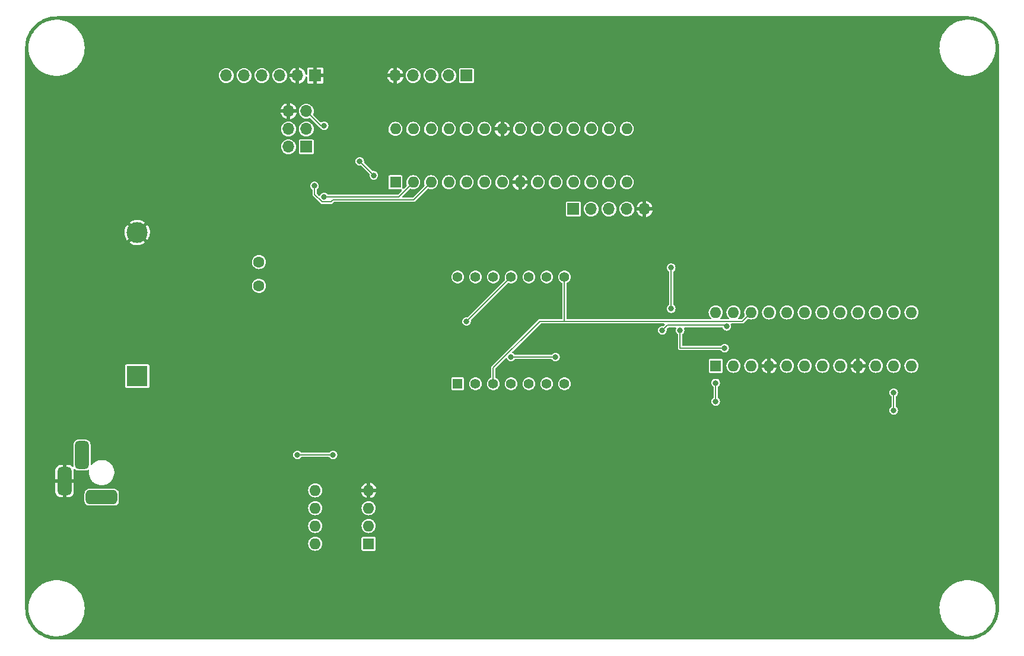
<source format=gbr>
%TF.GenerationSoftware,KiCad,Pcbnew,(6.0.5)*%
%TF.CreationDate,2022-07-21T11:20:11-07:00*%
%TF.ProjectId,clock,636c6f63-6b2e-46b6-9963-61645f706362,rev?*%
%TF.SameCoordinates,Original*%
%TF.FileFunction,Copper,L2,Bot*%
%TF.FilePolarity,Positive*%
%FSLAX46Y46*%
G04 Gerber Fmt 4.6, Leading zero omitted, Abs format (unit mm)*
G04 Created by KiCad (PCBNEW (6.0.5)) date 2022-07-21 11:20:11*
%MOMM*%
%LPD*%
G01*
G04 APERTURE LIST*
G04 Aperture macros list*
%AMRoundRect*
0 Rectangle with rounded corners*
0 $1 Rounding radius*
0 $2 $3 $4 $5 $6 $7 $8 $9 X,Y pos of 4 corners*
0 Add a 4 corners polygon primitive as box body*
4,1,4,$2,$3,$4,$5,$6,$7,$8,$9,$2,$3,0*
0 Add four circle primitives for the rounded corners*
1,1,$1+$1,$2,$3*
1,1,$1+$1,$4,$5*
1,1,$1+$1,$6,$7*
1,1,$1+$1,$8,$9*
0 Add four rect primitives between the rounded corners*
20,1,$1+$1,$2,$3,$4,$5,0*
20,1,$1+$1,$4,$5,$6,$7,0*
20,1,$1+$1,$6,$7,$8,$9,0*
20,1,$1+$1,$8,$9,$2,$3,0*%
G04 Aperture macros list end*
%TA.AperFunction,ComponentPad*%
%ADD10R,1.600000X1.600000*%
%TD*%
%TA.AperFunction,ComponentPad*%
%ADD11O,1.600000X1.600000*%
%TD*%
%TA.AperFunction,ComponentPad*%
%ADD12R,1.700000X1.700000*%
%TD*%
%TA.AperFunction,ComponentPad*%
%ADD13O,1.700000X1.700000*%
%TD*%
%TA.AperFunction,ComponentPad*%
%ADD14R,1.400000X1.400000*%
%TD*%
%TA.AperFunction,ComponentPad*%
%ADD15C,1.400000*%
%TD*%
%TA.AperFunction,ComponentPad*%
%ADD16R,3.000000X3.000000*%
%TD*%
%TA.AperFunction,ComponentPad*%
%ADD17C,3.000000*%
%TD*%
%TA.AperFunction,ComponentPad*%
%ADD18C,1.600000*%
%TD*%
%TA.AperFunction,ComponentPad*%
%ADD19RoundRect,0.500000X-1.750000X-0.500000X1.750000X-0.500000X1.750000X0.500000X-1.750000X0.500000X0*%
%TD*%
%TA.AperFunction,ComponentPad*%
%ADD20RoundRect,0.500000X0.500000X-1.500000X0.500000X1.500000X-0.500000X1.500000X-0.500000X-1.500000X0*%
%TD*%
%TA.AperFunction,ViaPad*%
%ADD21C,0.812800*%
%TD*%
%TA.AperFunction,Conductor*%
%ADD22C,0.203200*%
%TD*%
G04 APERTURE END LIST*
D10*
%TO.P,U1,1,~{RESET}/PC6*%
%TO.N,RESET*%
X133360000Y-79200000D03*
D11*
%TO.P,U1,2,PD0*%
%TO.N,RXD*%
X135900000Y-79200000D03*
%TO.P,U1,3,PD1*%
%TO.N,TXD*%
X138440000Y-79200000D03*
%TO.P,U1,4,PD2*%
%TO.N,BTN_DWN*%
X140980000Y-79200000D03*
%TO.P,U1,5,PD3*%
%TO.N,BTN_SEL*%
X143520000Y-79200000D03*
%TO.P,U1,6,PD4*%
%TO.N,BTN_UP*%
X146060000Y-79200000D03*
%TO.P,U1,7,VCC*%
%TO.N,VCC*%
X148600000Y-79200000D03*
%TO.P,U1,8,GND*%
%TO.N,GND*%
X151140000Y-79200000D03*
%TO.P,U1,9,XTAL1/PB6*%
%TO.N,Net-(C4-Pad1)*%
X153680000Y-79200000D03*
%TO.P,U1,10,XTAL2/PB7*%
%TO.N,Net-(C3-Pad1)*%
X156220000Y-79200000D03*
%TO.P,U1,11,PD5*%
%TO.N,DEBUG_1*%
X158760000Y-79200000D03*
%TO.P,U1,12,PD6*%
%TO.N,DEBUG_2*%
X161300000Y-79200000D03*
%TO.P,U1,13,PD7*%
%TO.N,DEBUG_3*%
X163840000Y-79200000D03*
%TO.P,U1,14,PB0*%
%TO.N,DISP_LOAD*%
X166380000Y-79200000D03*
%TO.P,U1,15,PB1*%
%TO.N,DISP_CLK*%
X166380000Y-71580000D03*
%TO.P,U1,16,PB2*%
%TO.N,DISP_DATA*%
X163840000Y-71580000D03*
%TO.P,U1,17,PB3*%
%TO.N,MOSI*%
X161300000Y-71580000D03*
%TO.P,U1,18,PB4*%
%TO.N,MISO*%
X158760000Y-71580000D03*
%TO.P,U1,19,PB5*%
%TO.N,LED_SCK*%
X156220000Y-71580000D03*
%TO.P,U1,20,AVCC*%
%TO.N,VCC*%
X153680000Y-71580000D03*
%TO.P,U1,21,AREF*%
%TO.N,Net-(C1-Pad1)*%
X151140000Y-71580000D03*
%TO.P,U1,22,GND*%
%TO.N,GND*%
X148600000Y-71580000D03*
%TO.P,U1,23,PC0*%
%TO.N,LIGHT_SENSOR*%
X146060000Y-71580000D03*
%TO.P,U1,24,PC1*%
%TO.N,DEBUG_4*%
X143520000Y-71580000D03*
%TO.P,U1,25,PC2*%
%TO.N,DEBUG_5*%
X140980000Y-71580000D03*
%TO.P,U1,26,PC3*%
%TO.N,DEBUG_6*%
X138440000Y-71580000D03*
%TO.P,U1,27,PC4*%
%TO.N,SDA*%
X135900000Y-71580000D03*
%TO.P,U1,28,PC5*%
%TO.N,SCL*%
X133360000Y-71580000D03*
%TD*%
D12*
%TO.P,J1,1,Pin_1*%
%TO.N,GND*%
X121920000Y-63970000D03*
D13*
%TO.P,J1,2,Pin_2*%
X119380000Y-63970000D03*
%TO.P,J1,3,Pin_3*%
%TO.N,unconnected-(J1-Pad3)*%
X116840000Y-63970000D03*
%TO.P,J1,4,Pin_4*%
%TO.N,Net-(J1-Pad4)*%
X114300000Y-63970000D03*
%TO.P,J1,5,Pin_5*%
%TO.N,Net-(J1-Pad5)*%
X111760000Y-63970000D03*
%TO.P,J1,6,Pin_6*%
%TO.N,Net-(C5-Pad2)*%
X109220000Y-63970000D03*
%TD*%
D10*
%TO.P,U4,1,X1*%
%TO.N,Net-(U4-Pad1)*%
X129530000Y-130800000D03*
D11*
%TO.P,U4,2,X2*%
%TO.N,Net-(U4-Pad2)*%
X129530000Y-128260000D03*
%TO.P,U4,3,VBAT*%
%TO.N,Net-(BT1-Pad1)*%
X129530000Y-125720000D03*
%TO.P,U4,4,GND*%
%TO.N,GND*%
X129530000Y-123180000D03*
%TO.P,U4,5,SDA*%
%TO.N,SDA*%
X121910000Y-123180000D03*
%TO.P,U4,6,SCL*%
%TO.N,SCL*%
X121910000Y-125720000D03*
%TO.P,U4,7,SQW/OUT*%
%TO.N,unconnected-(U4-Pad7)*%
X121910000Y-128260000D03*
%TO.P,U4,8,VCC*%
%TO.N,VCC*%
X121910000Y-130800000D03*
%TD*%
D12*
%TO.P,J4,1,Pin_1*%
%TO.N,DEBUG_4*%
X143505000Y-63970000D03*
D13*
%TO.P,J4,2,Pin_2*%
%TO.N,DEBUG_5*%
X140965000Y-63970000D03*
%TO.P,J4,3,Pin_3*%
%TO.N,DEBUG_6*%
X138425000Y-63970000D03*
%TO.P,J4,4,Pin_4*%
%TO.N,VCC*%
X135885000Y-63970000D03*
%TO.P,J4,5,Pin_5*%
%TO.N,GND*%
X133345000Y-63970000D03*
%TD*%
D14*
%TO.P,DS1,1,E*%
%TO.N,Net-(DS1-Pad1)*%
X142240000Y-107950000D03*
D15*
%TO.P,DS1,2,D*%
%TO.N,Net-(DS1-Pad2)*%
X144780000Y-107950000D03*
%TO.P,DS1,3,DP*%
%TO.N,Net-(DS1-Pad3)*%
X147320000Y-107950000D03*
%TO.P,DS1,4,C*%
%TO.N,Net-(DS1-Pad4)*%
X149860000Y-107950000D03*
%TO.P,DS1,5,G*%
%TO.N,Net-(DS1-Pad5)*%
X152400000Y-107950000D03*
%TO.P,DS1,6,COM_DIG.4*%
%TO.N,Net-(DS1-Pad6)*%
X154940000Y-107950000D03*
%TO.P,DS1,7,COM_COLON*%
%TO.N,Net-(DS1-Pad7)*%
X157480000Y-107950000D03*
%TO.P,DS1,8,COLON*%
%TO.N,Net-(DS1-Pad3)*%
X157480000Y-92710000D03*
%TO.P,DS1,9,B*%
%TO.N,Net-(DS1-Pad9)*%
X154940000Y-92710000D03*
%TO.P,DS1,10,COM_DIG.3*%
%TO.N,Net-(DS1-Pad10)*%
X152400000Y-92710000D03*
%TO.P,DS1,11,COM_DIG.2*%
%TO.N,Net-(DS1-Pad11)*%
X149860000Y-92710000D03*
%TO.P,DS1,12,F*%
%TO.N,Net-(DS1-Pad12)*%
X147320000Y-92710000D03*
%TO.P,DS1,13,A*%
%TO.N,Net-(DS1-Pad13)*%
X144780000Y-92710000D03*
%TO.P,DS1,14,COM_DIG.1*%
%TO.N,Net-(DS1-Pad14)*%
X142240000Y-92710000D03*
%TD*%
D16*
%TO.P,BT1,1,+*%
%TO.N,Net-(BT1-Pad1)*%
X96520017Y-106863686D03*
D17*
%TO.P,BT1,2,-*%
%TO.N,GND*%
X96520017Y-86373686D03*
%TD*%
D12*
%TO.P,J5,1,Pin_1*%
%TO.N,DEBUG_1*%
X158755000Y-83020000D03*
D13*
%TO.P,J5,2,Pin_2*%
%TO.N,DEBUG_2*%
X161295000Y-83020000D03*
%TO.P,J5,3,Pin_3*%
%TO.N,DEBUG_3*%
X163835000Y-83020000D03*
%TO.P,J5,4,Pin_4*%
%TO.N,VCC*%
X166375000Y-83020000D03*
%TO.P,J5,5,Pin_5*%
%TO.N,GND*%
X168915000Y-83020000D03*
%TD*%
D18*
%TO.P,R8,1*%
%TO.N,VCC*%
X113880000Y-93980000D03*
%TO.P,R8,2*%
%TO.N,LIGHT_SENSOR*%
X113880000Y-90580000D03*
%TD*%
D12*
%TO.P,J3,1,Pin_1*%
%TO.N,MISO*%
X120650000Y-74130000D03*
D13*
%TO.P,J3,2,Pin_2*%
%TO.N,VCC*%
X118110000Y-74130000D03*
%TO.P,J3,3,Pin_3*%
%TO.N,LED_SCK*%
X120650000Y-71590000D03*
%TO.P,J3,4,Pin_4*%
%TO.N,MOSI*%
X118110000Y-71590000D03*
%TO.P,J3,5,Pin_5*%
%TO.N,RESET*%
X120650000Y-69050000D03*
%TO.P,J3,6,Pin_6*%
%TO.N,GND*%
X118110000Y-69050000D03*
%TD*%
D10*
%TO.P,U3,1,DIN*%
%TO.N,DISP_DATA*%
X179065000Y-105400000D03*
D11*
%TO.P,U3,2,DIG_0*%
%TO.N,Net-(DS1-Pad14)*%
X181605000Y-105400000D03*
%TO.P,U3,3,DIG_4*%
%TO.N,Net-(DS1-Pad7)*%
X184145000Y-105400000D03*
%TO.P,U3,4,GND*%
%TO.N,GND*%
X186685000Y-105400000D03*
%TO.P,U3,5,DIG_6*%
%TO.N,unconnected-(U3-Pad5)*%
X189225000Y-105400000D03*
%TO.P,U3,6,DIG_2*%
%TO.N,Net-(DS1-Pad10)*%
X191765000Y-105400000D03*
%TO.P,U3,7,DIG_3*%
%TO.N,Net-(DS1-Pad6)*%
X194305000Y-105400000D03*
%TO.P,U3,8,DIG_7*%
%TO.N,unconnected-(U3-Pad8)*%
X196845000Y-105400000D03*
%TO.P,U3,9,GND*%
%TO.N,GND*%
X199385000Y-105400000D03*
%TO.P,U3,10,DIG_5*%
%TO.N,unconnected-(U3-Pad10)*%
X201925000Y-105400000D03*
%TO.P,U3,11,DIG_1*%
%TO.N,Net-(DS1-Pad11)*%
X204465000Y-105400000D03*
%TO.P,U3,12,LOAD*%
%TO.N,DISP_LOAD*%
X207005000Y-105400000D03*
%TO.P,U3,13,CLK*%
%TO.N,DISP_CLK*%
X207005000Y-97780000D03*
%TO.P,U3,14,SEG_A*%
%TO.N,Net-(DS1-Pad13)*%
X204465000Y-97780000D03*
%TO.P,U3,15,SEG_F*%
%TO.N,Net-(DS1-Pad12)*%
X201925000Y-97780000D03*
%TO.P,U3,16,SEG_B*%
%TO.N,Net-(DS1-Pad9)*%
X199385000Y-97780000D03*
%TO.P,U3,17,SEG_G*%
%TO.N,Net-(DS1-Pad5)*%
X196845000Y-97780000D03*
%TO.P,U3,18,ISET*%
%TO.N,Net-(R7-Pad2)*%
X194305000Y-97780000D03*
%TO.P,U3,19,V+*%
%TO.N,VCC*%
X191765000Y-97780000D03*
%TO.P,U3,20,SEG_C*%
%TO.N,Net-(DS1-Pad4)*%
X189225000Y-97780000D03*
%TO.P,U3,21,SEG_E*%
%TO.N,Net-(DS1-Pad1)*%
X186685000Y-97780000D03*
%TO.P,U3,22,SEG_DP*%
%TO.N,Net-(DS1-Pad3)*%
X184145000Y-97780000D03*
%TO.P,U3,23,SEG_D*%
%TO.N,Net-(DS1-Pad2)*%
X181605000Y-97780000D03*
%TO.P,U3,24,DOUT*%
%TO.N,unconnected-(U3-Pad24)*%
X179065000Y-97780000D03*
%TD*%
D19*
%TO.P,J2,1,POLE*%
%TO.N,Net-(C6-Pad1)*%
X91440000Y-124150000D03*
D20*
%TO.P,J2,2,OUT*%
%TO.N,GND*%
X86140000Y-121850000D03*
%TO.P,J2,3,OUT*%
%TO.N,unconnected-(J2-Pad3)*%
X88640000Y-118150000D03*
%TD*%
D21*
%TO.N,Net-(DS1-Pad1)*%
X180632081Y-99770700D03*
X171450000Y-100330000D03*
%TO.N,GND*%
X140970000Y-87630000D03*
%TO.N,Net-(BT1-Pad1)*%
X119380000Y-118110000D03*
X124460000Y-118110000D03*
%TO.N,GND*%
X184150000Y-121920000D03*
X156210000Y-60960000D03*
X111760000Y-86360000D03*
X153670000Y-64770000D03*
X196850000Y-121920000D03*
X118110000Y-66040000D03*
X151130000Y-64770000D03*
X99060000Y-125730000D03*
X171450000Y-121920000D03*
X86360000Y-132080000D03*
X102870000Y-74930000D03*
X196850000Y-87630000D03*
X93980000Y-138430000D03*
%TO.N,RESET*%
X128270000Y-76200000D03*
X130277541Y-78207541D03*
X123190000Y-71120000D03*
%TO.N,Net-(DS1-Pad10)*%
X173990000Y-100330000D03*
X180340000Y-102870000D03*
%TO.N,Net-(DS1-Pad11)*%
X204470000Y-111760000D03*
X143510000Y-99060000D03*
X204470000Y-109220000D03*
%TO.N,Net-(DS1-Pad12)*%
X172720000Y-97230700D03*
X172720000Y-91400909D03*
%TO.N,Net-(DS1-Pad14)*%
X156210000Y-104140000D03*
X149860000Y-104140000D03*
%TO.N,TXD*%
X121816165Y-79705220D03*
%TO.N,RXD*%
X123190000Y-81280000D03*
%TO.N,DISP_DATA*%
X179070000Y-110490000D03*
X179070000Y-107837691D03*
%TD*%
D22*
%TO.N,Net-(DS1-Pad1)*%
X171450000Y-100330000D02*
X172160711Y-99619289D01*
X180480670Y-99619289D02*
X180632081Y-99770700D01*
X172160711Y-99619289D02*
X180480670Y-99619289D01*
%TO.N,Net-(BT1-Pad1)*%
X124460000Y-118110000D02*
X119380000Y-118110000D01*
%TO.N,RESET*%
X122720000Y-71120000D02*
X120650000Y-69050000D01*
X123190000Y-71120000D02*
X122720000Y-71120000D01*
X130277541Y-78207541D02*
X128270000Y-76200000D01*
%TO.N,Net-(DS1-Pad3)*%
X153934902Y-99060000D02*
X157480000Y-99060000D01*
X157480000Y-99060000D02*
X157480000Y-92710000D01*
X147320000Y-105674902D02*
X153934902Y-99060000D01*
X157480000Y-99060000D02*
X182865000Y-99060000D01*
X147320000Y-107950000D02*
X147320000Y-105674902D01*
X182865000Y-99060000D02*
X184145000Y-97780000D01*
%TO.N,Net-(DS1-Pad10)*%
X173990000Y-100330000D02*
X173990000Y-102870000D01*
X173990000Y-102870000D02*
X180340000Y-102870000D01*
%TO.N,Net-(DS1-Pad11)*%
X143510000Y-99060000D02*
X149860000Y-92710000D01*
X204470000Y-109220000D02*
X204470000Y-111760000D01*
%TO.N,Net-(DS1-Pad12)*%
X172720000Y-97230700D02*
X172720000Y-91440000D01*
X172720000Y-91440000D02*
X172720000Y-91400909D01*
%TO.N,Net-(DS1-Pad14)*%
X149860000Y-104140000D02*
X156210000Y-104140000D01*
%TO.N,TXD*%
X124155209Y-81990711D02*
X124460000Y-81685920D01*
X121816165Y-79705220D02*
X121816165Y-80911263D01*
X121816165Y-80911263D02*
X122895613Y-81990711D01*
X124460000Y-81685920D02*
X135954080Y-81685920D01*
X122895613Y-81990711D02*
X124155209Y-81990711D01*
X135954080Y-81685920D02*
X138440000Y-79200000D01*
%TO.N,RXD*%
X133820000Y-81280000D02*
X135900000Y-79200000D01*
X123190000Y-81280000D02*
X133820000Y-81280000D01*
%TO.N,DISP_DATA*%
X179070000Y-107837691D02*
X179070000Y-110490000D01*
%TD*%
%TA.AperFunction,Conductor*%
%TO.N,GND*%
G36*
X214970018Y-55510000D02*
G01*
X214984851Y-55512310D01*
X214984855Y-55512310D01*
X214993724Y-55513691D01*
X215014183Y-55511016D01*
X215036007Y-55510072D01*
X215385965Y-55525352D01*
X215396913Y-55526310D01*
X215774498Y-55576019D01*
X215785307Y-55577926D01*
X216157114Y-55660353D01*
X216167731Y-55663198D01*
X216530939Y-55777718D01*
X216541254Y-55781471D01*
X216893123Y-55927220D01*
X216903067Y-55931858D01*
X217111825Y-56040530D01*
X217240867Y-56107705D01*
X217250387Y-56113201D01*
X217571574Y-56317820D01*
X217580578Y-56324124D01*
X217882716Y-56555962D01*
X217891137Y-56563028D01*
X218171914Y-56820314D01*
X218179686Y-56828086D01*
X218436972Y-57108863D01*
X218444038Y-57117284D01*
X218675876Y-57419422D01*
X218682180Y-57428426D01*
X218886799Y-57749613D01*
X218892294Y-57759132D01*
X219049515Y-58061149D01*
X219068138Y-58096924D01*
X219072780Y-58106877D01*
X219202203Y-58419332D01*
X219218526Y-58458739D01*
X219222285Y-58469068D01*
X219336802Y-58832268D01*
X219339647Y-58842885D01*
X219416948Y-59191566D01*
X219422073Y-59214685D01*
X219423982Y-59225510D01*
X219473690Y-59603086D01*
X219474648Y-59614036D01*
X219489603Y-59956552D01*
X219488223Y-59981429D01*
X219486309Y-59993724D01*
X219487473Y-60002626D01*
X219487473Y-60002628D01*
X219490436Y-60025283D01*
X219491500Y-60041621D01*
X219491500Y-139950633D01*
X219490000Y-139970018D01*
X219487690Y-139984851D01*
X219487690Y-139984855D01*
X219486309Y-139993724D01*
X219488984Y-140014183D01*
X219489928Y-140036011D01*
X219474648Y-140385964D01*
X219473690Y-140396913D01*
X219469418Y-140429367D01*
X219423982Y-140774490D01*
X219422074Y-140785307D01*
X219394997Y-140907445D01*
X219339647Y-141157114D01*
X219336802Y-141167731D01*
X219319920Y-141221276D01*
X219222285Y-141530932D01*
X219218529Y-141541254D01*
X219115439Y-141790136D01*
X219072784Y-141893114D01*
X219068142Y-141903067D01*
X219035309Y-141966139D01*
X218892295Y-142240867D01*
X218886800Y-142250385D01*
X218869958Y-142276822D01*
X218682180Y-142571574D01*
X218675876Y-142580578D01*
X218444038Y-142882716D01*
X218436972Y-142891137D01*
X218179686Y-143171914D01*
X218171914Y-143179686D01*
X217891137Y-143436972D01*
X217882716Y-143444038D01*
X217580578Y-143675876D01*
X217571574Y-143682180D01*
X217466609Y-143749050D01*
X217274727Y-143871293D01*
X217250387Y-143886799D01*
X217240868Y-143892294D01*
X216903067Y-144068142D01*
X216893123Y-144072780D01*
X216541254Y-144218529D01*
X216530939Y-144222282D01*
X216167732Y-144336802D01*
X216157115Y-144339647D01*
X215785307Y-144422074D01*
X215774498Y-144423981D01*
X215396914Y-144473690D01*
X215385965Y-144474648D01*
X215043446Y-144489603D01*
X215018571Y-144488223D01*
X215006276Y-144486309D01*
X214997374Y-144487473D01*
X214997372Y-144487473D01*
X214982323Y-144489441D01*
X214974714Y-144490436D01*
X214958379Y-144491500D01*
X85049367Y-144491500D01*
X85029982Y-144490000D01*
X85015149Y-144487690D01*
X85015145Y-144487690D01*
X85006276Y-144486309D01*
X84985817Y-144488984D01*
X84963993Y-144489928D01*
X84614035Y-144474648D01*
X84603086Y-144473690D01*
X84225502Y-144423981D01*
X84214693Y-144422074D01*
X83842885Y-144339647D01*
X83832268Y-144336802D01*
X83469061Y-144222282D01*
X83458746Y-144218529D01*
X83106877Y-144072780D01*
X83096933Y-144068142D01*
X82759132Y-143892294D01*
X82749613Y-143886799D01*
X82725274Y-143871293D01*
X82533391Y-143749050D01*
X82428426Y-143682180D01*
X82419422Y-143675876D01*
X82117284Y-143444038D01*
X82108863Y-143436972D01*
X81828086Y-143179686D01*
X81820314Y-143171914D01*
X81563028Y-142891137D01*
X81555962Y-142882716D01*
X81324124Y-142580578D01*
X81317820Y-142571574D01*
X81130042Y-142276822D01*
X81113200Y-142250385D01*
X81107705Y-142240867D01*
X80964691Y-141966139D01*
X80931858Y-141903067D01*
X80927216Y-141893114D01*
X80884562Y-141790136D01*
X80781471Y-141541254D01*
X80777715Y-141530932D01*
X80680081Y-141221276D01*
X80663198Y-141167731D01*
X80660353Y-141157114D01*
X80605003Y-140907445D01*
X80577926Y-140785307D01*
X80576018Y-140774490D01*
X80530583Y-140429367D01*
X80526310Y-140396913D01*
X80525352Y-140385964D01*
X80510561Y-140047208D01*
X80512188Y-140020805D01*
X80512769Y-140017352D01*
X80512770Y-140017345D01*
X80513576Y-140012552D01*
X80513729Y-140000000D01*
X80511727Y-139986019D01*
X80994883Y-139986019D01*
X80995033Y-139989200D01*
X80996524Y-140020805D01*
X81013974Y-140390833D01*
X81014445Y-140393986D01*
X81014446Y-140393994D01*
X81019733Y-140429367D01*
X81073876Y-140791646D01*
X81074662Y-140794728D01*
X81074662Y-140794730D01*
X81084345Y-140832716D01*
X81173975Y-141184352D01*
X81313248Y-141564933D01*
X81314640Y-141567799D01*
X81477442Y-141903076D01*
X81490268Y-141929491D01*
X81491940Y-141932198D01*
X81491941Y-141932200D01*
X81688458Y-142250387D01*
X81703223Y-142274294D01*
X81705155Y-142276812D01*
X81705162Y-142276822D01*
X81947991Y-142593283D01*
X81949932Y-142595812D01*
X81952114Y-142598128D01*
X81952123Y-142598138D01*
X82108597Y-142764183D01*
X82227869Y-142890751D01*
X82534189Y-143156094D01*
X82536799Y-143157929D01*
X82536805Y-143157933D01*
X82736373Y-143298192D01*
X82865755Y-143389123D01*
X83219173Y-143587452D01*
X83222087Y-143588719D01*
X83222091Y-143588721D01*
X83375386Y-143655375D01*
X83590825Y-143749050D01*
X83774813Y-143807768D01*
X83973860Y-143871293D01*
X83973869Y-143871295D01*
X83976904Y-143872264D01*
X84192469Y-143917691D01*
X84370339Y-143955174D01*
X84370344Y-143955175D01*
X84373458Y-143955831D01*
X84776427Y-143998896D01*
X84779614Y-143998913D01*
X84779620Y-143998913D01*
X84963626Y-143999876D01*
X85181685Y-144001018D01*
X85334498Y-143986304D01*
X85581918Y-143962480D01*
X85581923Y-143962479D01*
X85585083Y-143962175D01*
X85588202Y-143961552D01*
X85588207Y-143961551D01*
X85784157Y-143922396D01*
X85982491Y-143882765D01*
X86251745Y-143799932D01*
X86366794Y-143764538D01*
X86366798Y-143764536D01*
X86369839Y-143763601D01*
X86372775Y-143762361D01*
X86372780Y-143762359D01*
X86577514Y-143675876D01*
X86743162Y-143605904D01*
X87098637Y-143411286D01*
X87432626Y-143181743D01*
X87462870Y-143156094D01*
X87739278Y-142921683D01*
X87739280Y-142921681D01*
X87741708Y-142919622D01*
X88022718Y-142627609D01*
X88272781Y-142308693D01*
X88309641Y-142250387D01*
X88487625Y-141968842D01*
X88489334Y-141966139D01*
X88490754Y-141963290D01*
X88490759Y-141963282D01*
X88668742Y-141606302D01*
X88670162Y-141603454D01*
X88813412Y-141224353D01*
X88824056Y-141184352D01*
X88916798Y-140835801D01*
X88917619Y-140832716D01*
X88923704Y-140794730D01*
X88981210Y-140435704D01*
X88981715Y-140432553D01*
X88984085Y-140391460D01*
X89004945Y-140029656D01*
X89005043Y-140027961D01*
X89005141Y-140000000D01*
X89004433Y-139986019D01*
X210994883Y-139986019D01*
X210995033Y-139989200D01*
X210996524Y-140020805D01*
X211013974Y-140390833D01*
X211014445Y-140393986D01*
X211014446Y-140393994D01*
X211019733Y-140429367D01*
X211073876Y-140791646D01*
X211074662Y-140794728D01*
X211074662Y-140794730D01*
X211084345Y-140832716D01*
X211173975Y-141184352D01*
X211313248Y-141564933D01*
X211314640Y-141567799D01*
X211477442Y-141903076D01*
X211490268Y-141929491D01*
X211491940Y-141932198D01*
X211491941Y-141932200D01*
X211688458Y-142250387D01*
X211703223Y-142274294D01*
X211705155Y-142276812D01*
X211705162Y-142276822D01*
X211947991Y-142593283D01*
X211949932Y-142595812D01*
X211952114Y-142598128D01*
X211952123Y-142598138D01*
X212108597Y-142764183D01*
X212227869Y-142890751D01*
X212534189Y-143156094D01*
X212536799Y-143157929D01*
X212536805Y-143157933D01*
X212736373Y-143298192D01*
X212865755Y-143389123D01*
X213219173Y-143587452D01*
X213222087Y-143588719D01*
X213222091Y-143588721D01*
X213375386Y-143655375D01*
X213590825Y-143749050D01*
X213774813Y-143807768D01*
X213973860Y-143871293D01*
X213973869Y-143871295D01*
X213976904Y-143872264D01*
X214192469Y-143917691D01*
X214370339Y-143955174D01*
X214370344Y-143955175D01*
X214373458Y-143955831D01*
X214776427Y-143998896D01*
X214779614Y-143998913D01*
X214779620Y-143998913D01*
X214963626Y-143999876D01*
X215181685Y-144001018D01*
X215334498Y-143986304D01*
X215581918Y-143962480D01*
X215581923Y-143962479D01*
X215585083Y-143962175D01*
X215588202Y-143961552D01*
X215588207Y-143961551D01*
X215784157Y-143922396D01*
X215982491Y-143882765D01*
X216251745Y-143799932D01*
X216366794Y-143764538D01*
X216366798Y-143764536D01*
X216369839Y-143763601D01*
X216372775Y-143762361D01*
X216372780Y-143762359D01*
X216577514Y-143675876D01*
X216743162Y-143605904D01*
X217098637Y-143411286D01*
X217432626Y-143181743D01*
X217462870Y-143156094D01*
X217739278Y-142921683D01*
X217739280Y-142921681D01*
X217741708Y-142919622D01*
X218022718Y-142627609D01*
X218272781Y-142308693D01*
X218309641Y-142250387D01*
X218487625Y-141968842D01*
X218489334Y-141966139D01*
X218490754Y-141963290D01*
X218490759Y-141963282D01*
X218668742Y-141606302D01*
X218670162Y-141603454D01*
X218813412Y-141224353D01*
X218824056Y-141184352D01*
X218916798Y-140835801D01*
X218917619Y-140832716D01*
X218923704Y-140794730D01*
X218981210Y-140435704D01*
X218981715Y-140432553D01*
X218984085Y-140391460D01*
X219004945Y-140029656D01*
X219005043Y-140027961D01*
X219005141Y-140000000D01*
X219003622Y-139970018D01*
X218984799Y-139598428D01*
X218984798Y-139598423D01*
X218984638Y-139595255D01*
X218923337Y-139194655D01*
X218821867Y-138802299D01*
X218816935Y-138788966D01*
X218682376Y-138425204D01*
X218682373Y-138425198D01*
X218681267Y-138422207D01*
X218502975Y-138058269D01*
X218288818Y-137714212D01*
X218040989Y-137393558D01*
X217762024Y-137099590D01*
X217454779Y-136835318D01*
X217122401Y-136603448D01*
X216768293Y-136406354D01*
X216765373Y-136405096D01*
X216765368Y-136405094D01*
X216399014Y-136247316D01*
X216399004Y-136247312D01*
X216396080Y-136246053D01*
X216009573Y-136124188D01*
X215725282Y-136065314D01*
X215615855Y-136042653D01*
X215615852Y-136042653D01*
X215612730Y-136042006D01*
X215301937Y-136009889D01*
X215212769Y-136000674D01*
X215212766Y-136000674D01*
X215209613Y-136000348D01*
X215206447Y-136000342D01*
X215206438Y-136000342D01*
X215006225Y-135999993D01*
X214804350Y-135999641D01*
X214604617Y-136019577D01*
X214404274Y-136039573D01*
X214404270Y-136039574D01*
X214401090Y-136039891D01*
X214397950Y-136040530D01*
X214397949Y-136040530D01*
X214007096Y-136120050D01*
X214007089Y-136120052D01*
X214003962Y-136120688D01*
X213617032Y-136241203D01*
X213614092Y-136242457D01*
X213247199Y-136398950D01*
X213247195Y-136398952D01*
X213244262Y-136400203D01*
X212889468Y-136596060D01*
X212886847Y-136597875D01*
X212886842Y-136597878D01*
X212577119Y-136812341D01*
X212556283Y-136826768D01*
X212553855Y-136828842D01*
X212553852Y-136828844D01*
X212546272Y-136835318D01*
X212248118Y-137089966D01*
X212245918Y-137092268D01*
X212245915Y-137092271D01*
X212238921Y-137099590D01*
X211968128Y-137382958D01*
X211719181Y-137702745D01*
X211717485Y-137705449D01*
X211717482Y-137705453D01*
X211710288Y-137716921D01*
X211503824Y-138046053D01*
X211324263Y-138409367D01*
X211182337Y-138788966D01*
X211079498Y-139180964D01*
X211016800Y-139581349D01*
X210994883Y-139986019D01*
X89004433Y-139986019D01*
X89003622Y-139970018D01*
X88984799Y-139598428D01*
X88984798Y-139598423D01*
X88984638Y-139595255D01*
X88923337Y-139194655D01*
X88821867Y-138802299D01*
X88816935Y-138788966D01*
X88682376Y-138425204D01*
X88682373Y-138425198D01*
X88681267Y-138422207D01*
X88502975Y-138058269D01*
X88288818Y-137714212D01*
X88040989Y-137393558D01*
X87762024Y-137099590D01*
X87454779Y-136835318D01*
X87122401Y-136603448D01*
X86768293Y-136406354D01*
X86765373Y-136405096D01*
X86765368Y-136405094D01*
X86399014Y-136247316D01*
X86399004Y-136247312D01*
X86396080Y-136246053D01*
X86009573Y-136124188D01*
X85725282Y-136065314D01*
X85615855Y-136042653D01*
X85615852Y-136042653D01*
X85612730Y-136042006D01*
X85301937Y-136009889D01*
X85212769Y-136000674D01*
X85212766Y-136000674D01*
X85209613Y-136000348D01*
X85206447Y-136000342D01*
X85206438Y-136000342D01*
X85006225Y-135999993D01*
X84804350Y-135999641D01*
X84604617Y-136019577D01*
X84404274Y-136039573D01*
X84404270Y-136039574D01*
X84401090Y-136039891D01*
X84397950Y-136040530D01*
X84397949Y-136040530D01*
X84007096Y-136120050D01*
X84007089Y-136120052D01*
X84003962Y-136120688D01*
X83617032Y-136241203D01*
X83614092Y-136242457D01*
X83247199Y-136398950D01*
X83247195Y-136398952D01*
X83244262Y-136400203D01*
X82889468Y-136596060D01*
X82886847Y-136597875D01*
X82886842Y-136597878D01*
X82577119Y-136812341D01*
X82556283Y-136826768D01*
X82553855Y-136828842D01*
X82553852Y-136828844D01*
X82546272Y-136835318D01*
X82248118Y-137089966D01*
X82245918Y-137092268D01*
X82245915Y-137092271D01*
X82238921Y-137099590D01*
X81968128Y-137382958D01*
X81719181Y-137702745D01*
X81717485Y-137705449D01*
X81717482Y-137705453D01*
X81710288Y-137716921D01*
X81503824Y-138046053D01*
X81324263Y-138409367D01*
X81182337Y-138788966D01*
X81079498Y-139180964D01*
X81016800Y-139581349D01*
X80994883Y-139986019D01*
X80511727Y-139986019D01*
X80509773Y-139972376D01*
X80508500Y-139954514D01*
X80508500Y-130785918D01*
X120901542Y-130785918D01*
X120918013Y-130982064D01*
X120919712Y-130987989D01*
X120931557Y-131029296D01*
X120972268Y-131171274D01*
X120975087Y-131176759D01*
X121059424Y-131340861D01*
X121059427Y-131340866D01*
X121062242Y-131346343D01*
X121184506Y-131500602D01*
X121189200Y-131504597D01*
X121324873Y-131620064D01*
X121334403Y-131628175D01*
X121339781Y-131631181D01*
X121339783Y-131631182D01*
X121426203Y-131679480D01*
X121506226Y-131724203D01*
X121512085Y-131726107D01*
X121512088Y-131726108D01*
X121572201Y-131745640D01*
X121693427Y-131785029D01*
X121699537Y-131785758D01*
X121699539Y-131785758D01*
X121766203Y-131793707D01*
X121888878Y-131808335D01*
X121895013Y-131807863D01*
X121895015Y-131807863D01*
X122078992Y-131793707D01*
X122078996Y-131793706D01*
X122085134Y-131793234D01*
X122274719Y-131740301D01*
X122450411Y-131651552D01*
X122480333Y-131628175D01*
X122490715Y-131620064D01*
X128526300Y-131620064D01*
X128538119Y-131679480D01*
X128583140Y-131746860D01*
X128650520Y-131791881D01*
X128709936Y-131803700D01*
X130350064Y-131803700D01*
X130409480Y-131791881D01*
X130476860Y-131746860D01*
X130521881Y-131679480D01*
X130533700Y-131620064D01*
X130533700Y-129979936D01*
X130521881Y-129920520D01*
X130476860Y-129853140D01*
X130409480Y-129808119D01*
X130350064Y-129796300D01*
X128709936Y-129796300D01*
X128650520Y-129808119D01*
X128583140Y-129853140D01*
X128538119Y-129920520D01*
X128526300Y-129979936D01*
X128526300Y-131620064D01*
X122490715Y-131620064D01*
X122600659Y-131534166D01*
X122600660Y-131534165D01*
X122605520Y-131530368D01*
X122734136Y-131381364D01*
X122737180Y-131376006D01*
X122828316Y-131215580D01*
X122828318Y-131215575D01*
X122831362Y-131210217D01*
X122893493Y-131023444D01*
X122899496Y-130975922D01*
X122917721Y-130831664D01*
X122917722Y-130831655D01*
X122918163Y-130828161D01*
X122918556Y-130800000D01*
X122899348Y-130604104D01*
X122897031Y-130596428D01*
X122844237Y-130421569D01*
X122842456Y-130415669D01*
X122750048Y-130241874D01*
X122680182Y-130156210D01*
X122629537Y-130094112D01*
X122629534Y-130094109D01*
X122625642Y-130089337D01*
X122620893Y-130085408D01*
X122478727Y-129967798D01*
X122478723Y-129967796D01*
X122473977Y-129963869D01*
X122300831Y-129870249D01*
X122206815Y-129841147D01*
X122118685Y-129813866D01*
X122118682Y-129813865D01*
X122112798Y-129812044D01*
X122106673Y-129811400D01*
X122106672Y-129811400D01*
X121923169Y-129792113D01*
X121923168Y-129792113D01*
X121917041Y-129791469D01*
X121850692Y-129797507D01*
X121727153Y-129808749D01*
X121727149Y-129808750D01*
X121721015Y-129809308D01*
X121532188Y-129864883D01*
X121357752Y-129956076D01*
X121204350Y-130079414D01*
X121077827Y-130230199D01*
X120983001Y-130402688D01*
X120923483Y-130590309D01*
X120901542Y-130785918D01*
X80508500Y-130785918D01*
X80508500Y-128245918D01*
X120901542Y-128245918D01*
X120918013Y-128442064D01*
X120919712Y-128447989D01*
X120931557Y-128489296D01*
X120972268Y-128631274D01*
X120975087Y-128636759D01*
X121059424Y-128800861D01*
X121059427Y-128800866D01*
X121062242Y-128806343D01*
X121184506Y-128960602D01*
X121334403Y-129088175D01*
X121506226Y-129184203D01*
X121512085Y-129186107D01*
X121512088Y-129186108D01*
X121572201Y-129205640D01*
X121693427Y-129245029D01*
X121699537Y-129245758D01*
X121699539Y-129245758D01*
X121766203Y-129253707D01*
X121888878Y-129268335D01*
X121895013Y-129267863D01*
X121895015Y-129267863D01*
X122078992Y-129253707D01*
X122078996Y-129253706D01*
X122085134Y-129253234D01*
X122274719Y-129200301D01*
X122450411Y-129111552D01*
X122480333Y-129088175D01*
X122600659Y-128994166D01*
X122600660Y-128994165D01*
X122605520Y-128990368D01*
X122734136Y-128841364D01*
X122737180Y-128836006D01*
X122828316Y-128675580D01*
X122828318Y-128675575D01*
X122831362Y-128670217D01*
X122893493Y-128483444D01*
X122899496Y-128435922D01*
X122917721Y-128291664D01*
X122917722Y-128291655D01*
X122918163Y-128288161D01*
X122918556Y-128260000D01*
X122917175Y-128245918D01*
X128521542Y-128245918D01*
X128538013Y-128442064D01*
X128539712Y-128447989D01*
X128551557Y-128489296D01*
X128592268Y-128631274D01*
X128595087Y-128636759D01*
X128679424Y-128800861D01*
X128679427Y-128800866D01*
X128682242Y-128806343D01*
X128804506Y-128960602D01*
X128954403Y-129088175D01*
X129126226Y-129184203D01*
X129132085Y-129186107D01*
X129132088Y-129186108D01*
X129192201Y-129205640D01*
X129313427Y-129245029D01*
X129319537Y-129245758D01*
X129319539Y-129245758D01*
X129386203Y-129253707D01*
X129508878Y-129268335D01*
X129515013Y-129267863D01*
X129515015Y-129267863D01*
X129698992Y-129253707D01*
X129698996Y-129253706D01*
X129705134Y-129253234D01*
X129894719Y-129200301D01*
X130070411Y-129111552D01*
X130100333Y-129088175D01*
X130220659Y-128994166D01*
X130220660Y-128994165D01*
X130225520Y-128990368D01*
X130354136Y-128841364D01*
X130357180Y-128836006D01*
X130448316Y-128675580D01*
X130448318Y-128675575D01*
X130451362Y-128670217D01*
X130513493Y-128483444D01*
X130519496Y-128435922D01*
X130537721Y-128291664D01*
X130537722Y-128291655D01*
X130538163Y-128288161D01*
X130538556Y-128260000D01*
X130519348Y-128064104D01*
X130517031Y-128056428D01*
X130464237Y-127881569D01*
X130462456Y-127875669D01*
X130370048Y-127701874D01*
X130300182Y-127616210D01*
X130249537Y-127554112D01*
X130249534Y-127554109D01*
X130245642Y-127549337D01*
X130240893Y-127545408D01*
X130098727Y-127427798D01*
X130098723Y-127427796D01*
X130093977Y-127423869D01*
X129920831Y-127330249D01*
X129826814Y-127301146D01*
X129738685Y-127273866D01*
X129738682Y-127273865D01*
X129732798Y-127272044D01*
X129726673Y-127271400D01*
X129726672Y-127271400D01*
X129543169Y-127252113D01*
X129543168Y-127252113D01*
X129537041Y-127251469D01*
X129464275Y-127258091D01*
X129347153Y-127268749D01*
X129347149Y-127268750D01*
X129341015Y-127269308D01*
X129152188Y-127324883D01*
X128977752Y-127416076D01*
X128824350Y-127539414D01*
X128697827Y-127690199D01*
X128603001Y-127862688D01*
X128543483Y-128050309D01*
X128521542Y-128245918D01*
X122917175Y-128245918D01*
X122899348Y-128064104D01*
X122897031Y-128056428D01*
X122844237Y-127881569D01*
X122842456Y-127875669D01*
X122750048Y-127701874D01*
X122680182Y-127616210D01*
X122629537Y-127554112D01*
X122629534Y-127554109D01*
X122625642Y-127549337D01*
X122620893Y-127545408D01*
X122478727Y-127427798D01*
X122478723Y-127427796D01*
X122473977Y-127423869D01*
X122300831Y-127330249D01*
X122206814Y-127301146D01*
X122118685Y-127273866D01*
X122118682Y-127273865D01*
X122112798Y-127272044D01*
X122106673Y-127271400D01*
X122106672Y-127271400D01*
X121923169Y-127252113D01*
X121923168Y-127252113D01*
X121917041Y-127251469D01*
X121844275Y-127258091D01*
X121727153Y-127268749D01*
X121727149Y-127268750D01*
X121721015Y-127269308D01*
X121532188Y-127324883D01*
X121357752Y-127416076D01*
X121204350Y-127539414D01*
X121077827Y-127690199D01*
X120983001Y-127862688D01*
X120923483Y-128050309D01*
X120901542Y-128245918D01*
X80508500Y-128245918D01*
X80508500Y-125705918D01*
X120901542Y-125705918D01*
X120918013Y-125902064D01*
X120919712Y-125907989D01*
X120931557Y-125949296D01*
X120972268Y-126091274D01*
X120975087Y-126096759D01*
X121059424Y-126260861D01*
X121059427Y-126260866D01*
X121062242Y-126266343D01*
X121184506Y-126420602D01*
X121334403Y-126548175D01*
X121506226Y-126644203D01*
X121512085Y-126646107D01*
X121512088Y-126646108D01*
X121572201Y-126665640D01*
X121693427Y-126705029D01*
X121699537Y-126705758D01*
X121699539Y-126705758D01*
X121766203Y-126713707D01*
X121888878Y-126728335D01*
X121895013Y-126727863D01*
X121895015Y-126727863D01*
X122078992Y-126713707D01*
X122078996Y-126713706D01*
X122085134Y-126713234D01*
X122274719Y-126660301D01*
X122450411Y-126571552D01*
X122480333Y-126548175D01*
X122600659Y-126454166D01*
X122600660Y-126454165D01*
X122605520Y-126450368D01*
X122734136Y-126301364D01*
X122737180Y-126296006D01*
X122828316Y-126135580D01*
X122828318Y-126135575D01*
X122831362Y-126130217D01*
X122893493Y-125943444D01*
X122899496Y-125895922D01*
X122917721Y-125751664D01*
X122917722Y-125751655D01*
X122918163Y-125748161D01*
X122918556Y-125720000D01*
X122917175Y-125705918D01*
X128521542Y-125705918D01*
X128538013Y-125902064D01*
X128539712Y-125907989D01*
X128551557Y-125949296D01*
X128592268Y-126091274D01*
X128595087Y-126096759D01*
X128679424Y-126260861D01*
X128679427Y-126260866D01*
X128682242Y-126266343D01*
X128804506Y-126420602D01*
X128954403Y-126548175D01*
X129126226Y-126644203D01*
X129132085Y-126646107D01*
X129132088Y-126646108D01*
X129192201Y-126665640D01*
X129313427Y-126705029D01*
X129319537Y-126705758D01*
X129319539Y-126705758D01*
X129386203Y-126713707D01*
X129508878Y-126728335D01*
X129515013Y-126727863D01*
X129515015Y-126727863D01*
X129698992Y-126713707D01*
X129698996Y-126713706D01*
X129705134Y-126713234D01*
X129894719Y-126660301D01*
X130070411Y-126571552D01*
X130100333Y-126548175D01*
X130220659Y-126454166D01*
X130220660Y-126454165D01*
X130225520Y-126450368D01*
X130354136Y-126301364D01*
X130357180Y-126296006D01*
X130448316Y-126135580D01*
X130448318Y-126135575D01*
X130451362Y-126130217D01*
X130513493Y-125943444D01*
X130519496Y-125895922D01*
X130537721Y-125751664D01*
X130537722Y-125751655D01*
X130538163Y-125748161D01*
X130538556Y-125720000D01*
X130519348Y-125524104D01*
X130517031Y-125516428D01*
X130467900Y-125353700D01*
X130462456Y-125335669D01*
X130370048Y-125161874D01*
X130300182Y-125076210D01*
X130249537Y-125014112D01*
X130249534Y-125014109D01*
X130245642Y-125009337D01*
X130240893Y-125005408D01*
X130098727Y-124887798D01*
X130098723Y-124887796D01*
X130093977Y-124883869D01*
X129920831Y-124790249D01*
X129826815Y-124761147D01*
X129738685Y-124733866D01*
X129738682Y-124733865D01*
X129732798Y-124732044D01*
X129726673Y-124731400D01*
X129726672Y-124731400D01*
X129543169Y-124712113D01*
X129543168Y-124712113D01*
X129537041Y-124711469D01*
X129464275Y-124718091D01*
X129347153Y-124728749D01*
X129347149Y-124728750D01*
X129341015Y-124729308D01*
X129152188Y-124784883D01*
X128977752Y-124876076D01*
X128824350Y-124999414D01*
X128697827Y-125150199D01*
X128603001Y-125322688D01*
X128601140Y-125328555D01*
X128601139Y-125328557D01*
X128593163Y-125353700D01*
X128543483Y-125510309D01*
X128521542Y-125705918D01*
X122917175Y-125705918D01*
X122899348Y-125524104D01*
X122897031Y-125516428D01*
X122847900Y-125353700D01*
X122842456Y-125335669D01*
X122750048Y-125161874D01*
X122680182Y-125076210D01*
X122629537Y-125014112D01*
X122629534Y-125014109D01*
X122625642Y-125009337D01*
X122620893Y-125005408D01*
X122478727Y-124887798D01*
X122478723Y-124887796D01*
X122473977Y-124883869D01*
X122300831Y-124790249D01*
X122206815Y-124761147D01*
X122118685Y-124733866D01*
X122118682Y-124733865D01*
X122112798Y-124732044D01*
X122106673Y-124731400D01*
X122106672Y-124731400D01*
X121923169Y-124712113D01*
X121923168Y-124712113D01*
X121917041Y-124711469D01*
X121844275Y-124718091D01*
X121727153Y-124728749D01*
X121727149Y-124728750D01*
X121721015Y-124729308D01*
X121532188Y-124784883D01*
X121357752Y-124876076D01*
X121204350Y-124999414D01*
X121077827Y-125150199D01*
X120983001Y-125322688D01*
X120981140Y-125328555D01*
X120981139Y-125328557D01*
X120973163Y-125353700D01*
X120923483Y-125510309D01*
X120901542Y-125705918D01*
X80508500Y-125705918D01*
X80508500Y-123436522D01*
X84835201Y-123436522D01*
X84835253Y-123438343D01*
X84836677Y-123448293D01*
X84874508Y-123612154D01*
X84879158Y-123625357D01*
X84951608Y-123775228D01*
X84959069Y-123787076D01*
X85062931Y-123917182D01*
X85072818Y-123927069D01*
X85202924Y-124030931D01*
X85214772Y-124038392D01*
X85364643Y-124110842D01*
X85377846Y-124115492D01*
X85541716Y-124153325D01*
X85551640Y-124154746D01*
X85553509Y-124154800D01*
X85867885Y-124154800D01*
X85883124Y-124150325D01*
X85884329Y-124148935D01*
X85886000Y-124141252D01*
X85886000Y-124136684D01*
X86394000Y-124136684D01*
X86398475Y-124151923D01*
X86399865Y-124153128D01*
X86407548Y-124154799D01*
X86726522Y-124154799D01*
X86728343Y-124154747D01*
X86738293Y-124153323D01*
X86902154Y-124115492D01*
X86915357Y-124110842D01*
X87065228Y-124038392D01*
X87077076Y-124030931D01*
X87207182Y-123927069D01*
X87217069Y-123917182D01*
X87320931Y-123787076D01*
X87328392Y-123775228D01*
X87400842Y-123625357D01*
X87405492Y-123612154D01*
X87409739Y-123593757D01*
X88986300Y-123593757D01*
X88986301Y-124706242D01*
X88986564Y-124709100D01*
X88986564Y-124709109D01*
X88986840Y-124712113D01*
X88993002Y-124779181D01*
X88995001Y-124785560D01*
X89024891Y-124880938D01*
X89043935Y-124941709D01*
X89132167Y-125087397D01*
X89252603Y-125207833D01*
X89398291Y-125296065D01*
X89405538Y-125298336D01*
X89405540Y-125298337D01*
X89466030Y-125317293D01*
X89560819Y-125346998D01*
X89633757Y-125353700D01*
X89636655Y-125353700D01*
X91444686Y-125353699D01*
X93246242Y-125353699D01*
X93249100Y-125353436D01*
X93249109Y-125353436D01*
X93284562Y-125350178D01*
X93319181Y-125346998D01*
X93396755Y-125322688D01*
X93474460Y-125298337D01*
X93474462Y-125298336D01*
X93481709Y-125296065D01*
X93627397Y-125207833D01*
X93747833Y-125087397D01*
X93836065Y-124941709D01*
X93886998Y-124779181D01*
X93893700Y-124706243D01*
X93893699Y-123593758D01*
X93893434Y-123590866D01*
X93887609Y-123527473D01*
X93886998Y-123520819D01*
X93864267Y-123448284D01*
X93838337Y-123365540D01*
X93838336Y-123365538D01*
X93836065Y-123358291D01*
X93747833Y-123212603D01*
X93701148Y-123165918D01*
X120901542Y-123165918D01*
X120902058Y-123172062D01*
X120917151Y-123351795D01*
X120918013Y-123362064D01*
X120919712Y-123367989D01*
X120965446Y-123527482D01*
X120972268Y-123551274D01*
X120975087Y-123556759D01*
X121059424Y-123720861D01*
X121059427Y-123720866D01*
X121062242Y-123726343D01*
X121184506Y-123880602D01*
X121189200Y-123884597D01*
X121202445Y-123895869D01*
X121334403Y-124008175D01*
X121506226Y-124104203D01*
X121512085Y-124106107D01*
X121512088Y-124106108D01*
X121572201Y-124125640D01*
X121693427Y-124165029D01*
X121699537Y-124165758D01*
X121699539Y-124165758D01*
X121766203Y-124173707D01*
X121888878Y-124188335D01*
X121895013Y-124187863D01*
X121895015Y-124187863D01*
X122078992Y-124173707D01*
X122078996Y-124173706D01*
X122085134Y-124173234D01*
X122274719Y-124120301D01*
X122450411Y-124031552D01*
X122480333Y-124008175D01*
X122600659Y-123914166D01*
X122600660Y-123914165D01*
X122605520Y-123910368D01*
X122734136Y-123761364D01*
X122746567Y-123739482D01*
X122828316Y-123595580D01*
X122828318Y-123595575D01*
X122831362Y-123590217D01*
X122879017Y-123446962D01*
X128457846Y-123446962D01*
X128482686Y-123544770D01*
X128486527Y-123555617D01*
X128566698Y-123729521D01*
X128572449Y-123739482D01*
X128682972Y-123895869D01*
X128690438Y-123904611D01*
X128827614Y-124038242D01*
X128836547Y-124045476D01*
X128995773Y-124151867D01*
X129005883Y-124157357D01*
X129181828Y-124232949D01*
X129192771Y-124236504D01*
X129258331Y-124251339D01*
X129272405Y-124250450D01*
X129275832Y-124241489D01*
X129784000Y-124241489D01*
X129787966Y-124254995D01*
X129796746Y-124256253D01*
X129975816Y-124195467D01*
X129986329Y-124190786D01*
X130153408Y-124097217D01*
X130162887Y-124090702D01*
X130310120Y-123968249D01*
X130318249Y-123960120D01*
X130440702Y-123812887D01*
X130447217Y-123803408D01*
X130540786Y-123636329D01*
X130545467Y-123625816D01*
X130606262Y-123446718D01*
X130605018Y-123437993D01*
X130591450Y-123434000D01*
X129802115Y-123434000D01*
X129786876Y-123438475D01*
X129785671Y-123439865D01*
X129784000Y-123447548D01*
X129784000Y-124241489D01*
X129275832Y-124241489D01*
X129276000Y-124241051D01*
X129276000Y-123452115D01*
X129271525Y-123436876D01*
X129270135Y-123435671D01*
X129262452Y-123434000D01*
X128472669Y-123434000D01*
X128459138Y-123437973D01*
X128457846Y-123446962D01*
X122879017Y-123446962D01*
X122893493Y-123403444D01*
X122900018Y-123351795D01*
X122917721Y-123211664D01*
X122917722Y-123211655D01*
X122918163Y-123208161D01*
X122918556Y-123180000D01*
X122899348Y-122984104D01*
X122897031Y-122976428D01*
X122880839Y-122922799D01*
X128457106Y-122922799D01*
X128463837Y-122926000D01*
X129257885Y-122926000D01*
X129273124Y-122921525D01*
X129274329Y-122920135D01*
X129276000Y-122912452D01*
X129276000Y-122907885D01*
X129784000Y-122907885D01*
X129788475Y-122923124D01*
X129789865Y-122924329D01*
X129797548Y-122926000D01*
X130588229Y-122926000D01*
X130601760Y-122922027D01*
X130602929Y-122913893D01*
X130567406Y-122787939D01*
X130563284Y-122777200D01*
X130478586Y-122605450D01*
X130472576Y-122595643D01*
X130358001Y-122442208D01*
X130350299Y-122433654D01*
X130209686Y-122303672D01*
X130200554Y-122296665D01*
X130038601Y-122194480D01*
X130028353Y-122189259D01*
X129850488Y-122118298D01*
X129839461Y-122115032D01*
X129801770Y-122107535D01*
X129788894Y-122108687D01*
X129784000Y-122123840D01*
X129784000Y-122907885D01*
X129276000Y-122907885D01*
X129276000Y-122120689D01*
X129272194Y-122107727D01*
X129257278Y-122105791D01*
X129248528Y-122107294D01*
X129237411Y-122110273D01*
X129057750Y-122176554D01*
X129047372Y-122181504D01*
X128882798Y-122279415D01*
X128873489Y-122286179D01*
X128729512Y-122412443D01*
X128721601Y-122420778D01*
X128603045Y-122571167D01*
X128596774Y-122580823D01*
X128507618Y-122750281D01*
X128503210Y-122760924D01*
X128457325Y-122908697D01*
X128457106Y-122922799D01*
X122880839Y-122922799D01*
X122844237Y-122801569D01*
X122842456Y-122795669D01*
X122750048Y-122621874D01*
X122680182Y-122536210D01*
X122629537Y-122474112D01*
X122629534Y-122474109D01*
X122625642Y-122469337D01*
X122620893Y-122465408D01*
X122478727Y-122347798D01*
X122478723Y-122347796D01*
X122473977Y-122343869D01*
X122300831Y-122250249D01*
X122206815Y-122221147D01*
X122118685Y-122193866D01*
X122118682Y-122193865D01*
X122112798Y-122192044D01*
X122106673Y-122191400D01*
X122106672Y-122191400D01*
X121923169Y-122172113D01*
X121923168Y-122172113D01*
X121917041Y-122171469D01*
X121844275Y-122178091D01*
X121727153Y-122188749D01*
X121727149Y-122188750D01*
X121721015Y-122189308D01*
X121532188Y-122244883D01*
X121357752Y-122336076D01*
X121204350Y-122459414D01*
X121077827Y-122610199D01*
X120983001Y-122782688D01*
X120923483Y-122970309D01*
X120901542Y-123165918D01*
X93701148Y-123165918D01*
X93627397Y-123092167D01*
X93481709Y-123003935D01*
X93474462Y-123001664D01*
X93474460Y-123001663D01*
X93393934Y-122976428D01*
X93319181Y-122953002D01*
X93246243Y-122946300D01*
X93243345Y-122946300D01*
X91435314Y-122946301D01*
X89633758Y-122946301D01*
X89630900Y-122946564D01*
X89630891Y-122946564D01*
X89595438Y-122949822D01*
X89560819Y-122953002D01*
X89554440Y-122955001D01*
X89405540Y-123001663D01*
X89405538Y-123001664D01*
X89398291Y-123003935D01*
X89252603Y-123092167D01*
X89132167Y-123212603D01*
X89043935Y-123358291D01*
X88993002Y-123520819D01*
X88986300Y-123593757D01*
X87409739Y-123593757D01*
X87443325Y-123448284D01*
X87444746Y-123438360D01*
X87444800Y-123436491D01*
X87444800Y-122122115D01*
X87440325Y-122106876D01*
X87438935Y-122105671D01*
X87431252Y-122104000D01*
X86412115Y-122104000D01*
X86396876Y-122108475D01*
X86395671Y-122109865D01*
X86394000Y-122117548D01*
X86394000Y-124136684D01*
X85886000Y-124136684D01*
X85886000Y-122122115D01*
X85881525Y-122106876D01*
X85880135Y-122105671D01*
X85872452Y-122104000D01*
X84853316Y-122104000D01*
X84838077Y-122108475D01*
X84836872Y-122109865D01*
X84835201Y-122117548D01*
X84835201Y-123436522D01*
X80508500Y-123436522D01*
X80508500Y-121577885D01*
X84835200Y-121577885D01*
X84839675Y-121593124D01*
X84841065Y-121594329D01*
X84848748Y-121596000D01*
X85867885Y-121596000D01*
X85883124Y-121591525D01*
X85884329Y-121590135D01*
X85886000Y-121582452D01*
X85886000Y-121577885D01*
X86394000Y-121577885D01*
X86398475Y-121593124D01*
X86399865Y-121594329D01*
X86407548Y-121596000D01*
X87426684Y-121596000D01*
X87441923Y-121591525D01*
X87443128Y-121590135D01*
X87444799Y-121582452D01*
X87444799Y-120263478D01*
X87444644Y-120258069D01*
X87445488Y-120258045D01*
X87460872Y-120191989D01*
X87511803Y-120142527D01*
X87581390Y-120128451D01*
X87647540Y-120154231D01*
X87659660Y-120164890D01*
X87702603Y-120207833D01*
X87848291Y-120296065D01*
X87855538Y-120298336D01*
X87855540Y-120298337D01*
X87922079Y-120319189D01*
X88010819Y-120346998D01*
X88083757Y-120353700D01*
X88086655Y-120353700D01*
X88641443Y-120353699D01*
X89196242Y-120353699D01*
X89199100Y-120353436D01*
X89199109Y-120353436D01*
X89234562Y-120350178D01*
X89269181Y-120346998D01*
X89275566Y-120344997D01*
X89424460Y-120298337D01*
X89424462Y-120298336D01*
X89431709Y-120296065D01*
X89466388Y-120275063D01*
X89535017Y-120256884D01*
X89602580Y-120278694D01*
X89647627Y-120333569D01*
X89656910Y-120396556D01*
X89636053Y-120587005D01*
X89646556Y-120854337D01*
X89696458Y-121117181D01*
X89784663Y-121369761D01*
X89786843Y-121373904D01*
X89900608Y-121590135D01*
X89909233Y-121606529D01*
X89911998Y-121610300D01*
X90010713Y-121744930D01*
X90067431Y-121822284D01*
X90070718Y-121825600D01*
X90070719Y-121825601D01*
X90252497Y-122008972D01*
X90252503Y-122008977D01*
X90255783Y-122012286D01*
X90259515Y-122015073D01*
X90259521Y-122015078D01*
X90466403Y-122169564D01*
X90470149Y-122172361D01*
X90474267Y-122174573D01*
X90474269Y-122174575D01*
X90601883Y-122243144D01*
X90705821Y-122298992D01*
X90957622Y-122389398D01*
X91220020Y-122441592D01*
X91361622Y-122448394D01*
X91482580Y-122454204D01*
X91482585Y-122454204D01*
X91487251Y-122454428D01*
X91753443Y-122427624D01*
X91879269Y-122395669D01*
X92008215Y-122362921D01*
X92008218Y-122362920D01*
X92012750Y-122361769D01*
X92017060Y-122359962D01*
X92017065Y-122359960D01*
X92255158Y-122260119D01*
X92255160Y-122260118D01*
X92259474Y-122258309D01*
X92488196Y-122119517D01*
X92693891Y-121948442D01*
X92872040Y-121748843D01*
X92874602Y-121744935D01*
X92874606Y-121744930D01*
X93016167Y-121529013D01*
X93018730Y-121525104D01*
X93130737Y-121282141D01*
X93205602Y-121025290D01*
X93241680Y-120760195D01*
X93238178Y-120492680D01*
X93215544Y-120353700D01*
X93195924Y-120233230D01*
X93195923Y-120233227D01*
X93195173Y-120228620D01*
X93145885Y-120074643D01*
X93115033Y-119978262D01*
X93115032Y-119978260D01*
X93113610Y-119973817D01*
X93100426Y-119947081D01*
X92997348Y-119738060D01*
X92997347Y-119738058D01*
X92995281Y-119733869D01*
X92842785Y-119514047D01*
X92659472Y-119319180D01*
X92449369Y-119153548D01*
X92296575Y-119066219D01*
X92221149Y-119023109D01*
X92221147Y-119023108D01*
X92217093Y-119020791D01*
X92212742Y-119019099D01*
X92212740Y-119019098D01*
X91972099Y-118925518D01*
X91972097Y-118925517D01*
X91967745Y-118923825D01*
X91706803Y-118864780D01*
X91702155Y-118864435D01*
X91702151Y-118864434D01*
X91443149Y-118845187D01*
X91440000Y-118844953D01*
X91400543Y-118845986D01*
X91348687Y-118847344D01*
X91348680Y-118847345D01*
X91345531Y-118847427D01*
X91342405Y-118847825D01*
X91342401Y-118847825D01*
X91118279Y-118876337D01*
X91080132Y-118881190D01*
X91075631Y-118882459D01*
X91075628Y-118882460D01*
X90979546Y-118909558D01*
X90822638Y-118953811D01*
X90578706Y-119063694D01*
X90353696Y-119208425D01*
X90350186Y-119211504D01*
X90350181Y-119211507D01*
X90227404Y-119319180D01*
X90152549Y-119384826D01*
X90149531Y-119388391D01*
X90149530Y-119388392D01*
X90065867Y-119487219D01*
X90006587Y-119526287D01*
X89935595Y-119527103D01*
X89875431Y-119489409D01*
X89845197Y-119425172D01*
X89843700Y-119405807D01*
X89843700Y-118110000D01*
X118764635Y-118110000D01*
X118785603Y-118269268D01*
X118847078Y-118417682D01*
X118944871Y-118545129D01*
X119072317Y-118642922D01*
X119146524Y-118673659D01*
X119213102Y-118701237D01*
X119213105Y-118701238D01*
X119220732Y-118704397D01*
X119380000Y-118725365D01*
X119388188Y-118724287D01*
X119531080Y-118705475D01*
X119539268Y-118704397D01*
X119546895Y-118701238D01*
X119546898Y-118701237D01*
X119613476Y-118673659D01*
X119687683Y-118642922D01*
X119815129Y-118545129D01*
X119876924Y-118464596D01*
X119934262Y-118422729D01*
X119976887Y-118415300D01*
X123863113Y-118415300D01*
X123931234Y-118435302D01*
X123963076Y-118464596D01*
X124024871Y-118545129D01*
X124152317Y-118642922D01*
X124226524Y-118673659D01*
X124293102Y-118701237D01*
X124293105Y-118701238D01*
X124300732Y-118704397D01*
X124460000Y-118725365D01*
X124468188Y-118724287D01*
X124611080Y-118705475D01*
X124619268Y-118704397D01*
X124626895Y-118701238D01*
X124626898Y-118701237D01*
X124693476Y-118673659D01*
X124767683Y-118642922D01*
X124895129Y-118545129D01*
X124992922Y-118417682D01*
X125054397Y-118269268D01*
X125075365Y-118110000D01*
X125054397Y-117950732D01*
X124992922Y-117802318D01*
X124895129Y-117674871D01*
X124767683Y-117577078D01*
X124693476Y-117546341D01*
X124626898Y-117518763D01*
X124626895Y-117518762D01*
X124619268Y-117515603D01*
X124460000Y-117494635D01*
X124300732Y-117515603D01*
X124293105Y-117518762D01*
X124293102Y-117518763D01*
X124226525Y-117546340D01*
X124152318Y-117577078D01*
X124024871Y-117674871D01*
X124019848Y-117681417D01*
X123963076Y-117755404D01*
X123905738Y-117797271D01*
X123863113Y-117804700D01*
X119976887Y-117804700D01*
X119908766Y-117784698D01*
X119876924Y-117755404D01*
X119820156Y-117681422D01*
X119820155Y-117681421D01*
X119815129Y-117674871D01*
X119687683Y-117577078D01*
X119613476Y-117546341D01*
X119546898Y-117518763D01*
X119546895Y-117518762D01*
X119539268Y-117515603D01*
X119380000Y-117494635D01*
X119220732Y-117515603D01*
X119213105Y-117518762D01*
X119213102Y-117518763D01*
X119146525Y-117546340D01*
X119072318Y-117577078D01*
X118944871Y-117674871D01*
X118847078Y-117802318D01*
X118785603Y-117950732D01*
X118764635Y-118110000D01*
X89843700Y-118110000D01*
X89843699Y-116596641D01*
X89843699Y-116593758D01*
X89843434Y-116590866D01*
X89837609Y-116527473D01*
X89836998Y-116520819D01*
X89786065Y-116358291D01*
X89697833Y-116212603D01*
X89577397Y-116092167D01*
X89431709Y-116003935D01*
X89424462Y-116001664D01*
X89424460Y-116001663D01*
X89357921Y-115980811D01*
X89269181Y-115953002D01*
X89196243Y-115946300D01*
X89193345Y-115946300D01*
X88638557Y-115946301D01*
X88083758Y-115946301D01*
X88080900Y-115946564D01*
X88080891Y-115946564D01*
X88045438Y-115949822D01*
X88010819Y-115953002D01*
X88004440Y-115955001D01*
X87855540Y-116001663D01*
X87855538Y-116001664D01*
X87848291Y-116003935D01*
X87702603Y-116092167D01*
X87582167Y-116212603D01*
X87493935Y-116358291D01*
X87443002Y-116520819D01*
X87436300Y-116593757D01*
X87436300Y-116596655D01*
X87436301Y-119697860D01*
X87416299Y-119765981D01*
X87362643Y-119812474D01*
X87292369Y-119822578D01*
X87227789Y-119793084D01*
X87221206Y-119786955D01*
X87207182Y-119772931D01*
X87077076Y-119669069D01*
X87065228Y-119661608D01*
X86915357Y-119589158D01*
X86902154Y-119584508D01*
X86738284Y-119546675D01*
X86728360Y-119545254D01*
X86726491Y-119545200D01*
X86412115Y-119545200D01*
X86396876Y-119549675D01*
X86395671Y-119551065D01*
X86394000Y-119558748D01*
X86394000Y-121577885D01*
X85886000Y-121577885D01*
X85886000Y-119563316D01*
X85881525Y-119548077D01*
X85880135Y-119546872D01*
X85872452Y-119545201D01*
X85553478Y-119545201D01*
X85551657Y-119545253D01*
X85541707Y-119546677D01*
X85377846Y-119584508D01*
X85364643Y-119589158D01*
X85214772Y-119661608D01*
X85202924Y-119669069D01*
X85072818Y-119772931D01*
X85062931Y-119782818D01*
X84959069Y-119912924D01*
X84951608Y-119924772D01*
X84879158Y-120074643D01*
X84874508Y-120087846D01*
X84836675Y-120251716D01*
X84835254Y-120261640D01*
X84835200Y-120263509D01*
X84835200Y-121577885D01*
X80508500Y-121577885D01*
X80508500Y-111760000D01*
X203854635Y-111760000D01*
X203875603Y-111919268D01*
X203937078Y-112067682D01*
X204034871Y-112195129D01*
X204162317Y-112292922D01*
X204236525Y-112323660D01*
X204303102Y-112351237D01*
X204303105Y-112351238D01*
X204310732Y-112354397D01*
X204470000Y-112375365D01*
X204478188Y-112374287D01*
X204621080Y-112355475D01*
X204629268Y-112354397D01*
X204636895Y-112351238D01*
X204636898Y-112351237D01*
X204703475Y-112323660D01*
X204777683Y-112292922D01*
X204905129Y-112195129D01*
X205002922Y-112067682D01*
X205064397Y-111919268D01*
X205085365Y-111760000D01*
X205064397Y-111600732D01*
X205002922Y-111452318D01*
X204905129Y-111324871D01*
X204824594Y-111263074D01*
X204782729Y-111205739D01*
X204775300Y-111163114D01*
X204775300Y-109816886D01*
X204795302Y-109748765D01*
X204824592Y-109716927D01*
X204905129Y-109655129D01*
X205002922Y-109527682D01*
X205064397Y-109379268D01*
X205085365Y-109220000D01*
X205064397Y-109060732D01*
X205002922Y-108912318D01*
X204919617Y-108803752D01*
X204910156Y-108791422D01*
X204910155Y-108791421D01*
X204905129Y-108784871D01*
X204777683Y-108687078D01*
X204703476Y-108656341D01*
X204636898Y-108628763D01*
X204636895Y-108628762D01*
X204629268Y-108625603D01*
X204470000Y-108604635D01*
X204310732Y-108625603D01*
X204303105Y-108628762D01*
X204303102Y-108628763D01*
X204236525Y-108656340D01*
X204162318Y-108687078D01*
X204034871Y-108784871D01*
X204029848Y-108791417D01*
X204020383Y-108803752D01*
X203937078Y-108912318D01*
X203875603Y-109060732D01*
X203854635Y-109220000D01*
X203875603Y-109379268D01*
X203937078Y-109527682D01*
X204034871Y-109655129D01*
X204115406Y-109716926D01*
X204157271Y-109774261D01*
X204164700Y-109816886D01*
X204164700Y-111163113D01*
X204144698Y-111231234D01*
X204115404Y-111263076D01*
X204034871Y-111324871D01*
X203937078Y-111452318D01*
X203875603Y-111600732D01*
X203854635Y-111760000D01*
X80508500Y-111760000D01*
X80508500Y-110490000D01*
X178454635Y-110490000D01*
X178475603Y-110649268D01*
X178537078Y-110797682D01*
X178634871Y-110925129D01*
X178762317Y-111022922D01*
X178836524Y-111053659D01*
X178903102Y-111081237D01*
X178903105Y-111081238D01*
X178910732Y-111084397D01*
X179070000Y-111105365D01*
X179078188Y-111104287D01*
X179221080Y-111085475D01*
X179229268Y-111084397D01*
X179236895Y-111081238D01*
X179236898Y-111081237D01*
X179303476Y-111053659D01*
X179377683Y-111022922D01*
X179505129Y-110925129D01*
X179602922Y-110797682D01*
X179664397Y-110649268D01*
X179685365Y-110490000D01*
X179664397Y-110330732D01*
X179602922Y-110182318D01*
X179505129Y-110054871D01*
X179424594Y-109993074D01*
X179382729Y-109935739D01*
X179375300Y-109893114D01*
X179375300Y-108434577D01*
X179395302Y-108366456D01*
X179424592Y-108334618D01*
X179505129Y-108272820D01*
X179602922Y-108145373D01*
X179664397Y-107996959D01*
X179685365Y-107837691D01*
X179664397Y-107678423D01*
X179602922Y-107530009D01*
X179519747Y-107421613D01*
X179510156Y-107409113D01*
X179510155Y-107409112D01*
X179505129Y-107402562D01*
X179377683Y-107304769D01*
X179295775Y-107270842D01*
X179236898Y-107246454D01*
X179236895Y-107246453D01*
X179229268Y-107243294D01*
X179070000Y-107222326D01*
X178910732Y-107243294D01*
X178903105Y-107246453D01*
X178903102Y-107246454D01*
X178844225Y-107270842D01*
X178762318Y-107304769D01*
X178634871Y-107402562D01*
X178537078Y-107530009D01*
X178475603Y-107678423D01*
X178454635Y-107837691D01*
X178475603Y-107996959D01*
X178537078Y-108145373D01*
X178634871Y-108272820D01*
X178715406Y-108334617D01*
X178757271Y-108391952D01*
X178764700Y-108434577D01*
X178764700Y-109893113D01*
X178744698Y-109961234D01*
X178715404Y-109993076D01*
X178634871Y-110054871D01*
X178537078Y-110182318D01*
X178475603Y-110330732D01*
X178454635Y-110490000D01*
X80508500Y-110490000D01*
X80508500Y-108670064D01*
X141336300Y-108670064D01*
X141348119Y-108729480D01*
X141393140Y-108796860D01*
X141460520Y-108841881D01*
X141519936Y-108853700D01*
X142960064Y-108853700D01*
X143019480Y-108841881D01*
X143086860Y-108796860D01*
X143131881Y-108729480D01*
X143143700Y-108670064D01*
X143143700Y-107950000D01*
X143871322Y-107950000D01*
X143891179Y-108138925D01*
X143893219Y-108145203D01*
X143893219Y-108145204D01*
X143926048Y-108246241D01*
X143949881Y-108319593D01*
X143953184Y-108325315D01*
X143953185Y-108325316D01*
X144014199Y-108430995D01*
X144044864Y-108484108D01*
X144049282Y-108489015D01*
X144049283Y-108489016D01*
X144154359Y-108605713D01*
X144171976Y-108625279D01*
X144177315Y-108629158D01*
X144263957Y-108692107D01*
X144325661Y-108736938D01*
X144331689Y-108739622D01*
X144331691Y-108739623D01*
X144475727Y-108803752D01*
X144499203Y-108814204D01*
X144592110Y-108833952D01*
X144678560Y-108852328D01*
X144678564Y-108852328D01*
X144685017Y-108853700D01*
X144874983Y-108853700D01*
X144881436Y-108852328D01*
X144881440Y-108852328D01*
X144967890Y-108833952D01*
X145060797Y-108814204D01*
X145084273Y-108803752D01*
X145228309Y-108739623D01*
X145228311Y-108739622D01*
X145234339Y-108736938D01*
X145296044Y-108692107D01*
X145382685Y-108629158D01*
X145388024Y-108625279D01*
X145405642Y-108605713D01*
X145510717Y-108489016D01*
X145510718Y-108489015D01*
X145515136Y-108484108D01*
X145545801Y-108430995D01*
X145606815Y-108325316D01*
X145606816Y-108325315D01*
X145610119Y-108319593D01*
X145633952Y-108246241D01*
X145666781Y-108145204D01*
X145666781Y-108145203D01*
X145668821Y-108138925D01*
X145688678Y-107950000D01*
X146411322Y-107950000D01*
X146431179Y-108138925D01*
X146433219Y-108145203D01*
X146433219Y-108145204D01*
X146466048Y-108246241D01*
X146489881Y-108319593D01*
X146493184Y-108325315D01*
X146493185Y-108325316D01*
X146554199Y-108430995D01*
X146584864Y-108484108D01*
X146589282Y-108489015D01*
X146589283Y-108489016D01*
X146694359Y-108605713D01*
X146711976Y-108625279D01*
X146717315Y-108629158D01*
X146803957Y-108692107D01*
X146865661Y-108736938D01*
X146871689Y-108739622D01*
X146871691Y-108739623D01*
X147015727Y-108803752D01*
X147039203Y-108814204D01*
X147132110Y-108833952D01*
X147218560Y-108852328D01*
X147218564Y-108852328D01*
X147225017Y-108853700D01*
X147414983Y-108853700D01*
X147421436Y-108852328D01*
X147421440Y-108852328D01*
X147507890Y-108833952D01*
X147600797Y-108814204D01*
X147624273Y-108803752D01*
X147768309Y-108739623D01*
X147768311Y-108739622D01*
X147774339Y-108736938D01*
X147836044Y-108692107D01*
X147922685Y-108629158D01*
X147928024Y-108625279D01*
X147945642Y-108605713D01*
X148050717Y-108489016D01*
X148050718Y-108489015D01*
X148055136Y-108484108D01*
X148085801Y-108430995D01*
X148146815Y-108325316D01*
X148146816Y-108325315D01*
X148150119Y-108319593D01*
X148173952Y-108246241D01*
X148206781Y-108145204D01*
X148206781Y-108145203D01*
X148208821Y-108138925D01*
X148228678Y-107950000D01*
X148951322Y-107950000D01*
X148971179Y-108138925D01*
X148973219Y-108145203D01*
X148973219Y-108145204D01*
X149006048Y-108246241D01*
X149029881Y-108319593D01*
X149033184Y-108325315D01*
X149033185Y-108325316D01*
X149094199Y-108430995D01*
X149124864Y-108484108D01*
X149129282Y-108489015D01*
X149129283Y-108489016D01*
X149234359Y-108605713D01*
X149251976Y-108625279D01*
X149257315Y-108629158D01*
X149343957Y-108692107D01*
X149405661Y-108736938D01*
X149411689Y-108739622D01*
X149411691Y-108739623D01*
X149555727Y-108803752D01*
X149579203Y-108814204D01*
X149672110Y-108833952D01*
X149758560Y-108852328D01*
X149758564Y-108852328D01*
X149765017Y-108853700D01*
X149954983Y-108853700D01*
X149961436Y-108852328D01*
X149961440Y-108852328D01*
X150047890Y-108833952D01*
X150140797Y-108814204D01*
X150164273Y-108803752D01*
X150308309Y-108739623D01*
X150308311Y-108739622D01*
X150314339Y-108736938D01*
X150376044Y-108692107D01*
X150462685Y-108629158D01*
X150468024Y-108625279D01*
X150485642Y-108605713D01*
X150590717Y-108489016D01*
X150590718Y-108489015D01*
X150595136Y-108484108D01*
X150625801Y-108430995D01*
X150686815Y-108325316D01*
X150686816Y-108325315D01*
X150690119Y-108319593D01*
X150713952Y-108246241D01*
X150746781Y-108145204D01*
X150746781Y-108145203D01*
X150748821Y-108138925D01*
X150768678Y-107950000D01*
X151491322Y-107950000D01*
X151511179Y-108138925D01*
X151513219Y-108145203D01*
X151513219Y-108145204D01*
X151546048Y-108246241D01*
X151569881Y-108319593D01*
X151573184Y-108325315D01*
X151573185Y-108325316D01*
X151634199Y-108430995D01*
X151664864Y-108484108D01*
X151669282Y-108489015D01*
X151669283Y-108489016D01*
X151774359Y-108605713D01*
X151791976Y-108625279D01*
X151797315Y-108629158D01*
X151883957Y-108692107D01*
X151945661Y-108736938D01*
X151951689Y-108739622D01*
X151951691Y-108739623D01*
X152095727Y-108803752D01*
X152119203Y-108814204D01*
X152212110Y-108833952D01*
X152298560Y-108852328D01*
X152298564Y-108852328D01*
X152305017Y-108853700D01*
X152494983Y-108853700D01*
X152501436Y-108852328D01*
X152501440Y-108852328D01*
X152587890Y-108833952D01*
X152680797Y-108814204D01*
X152704273Y-108803752D01*
X152848309Y-108739623D01*
X152848311Y-108739622D01*
X152854339Y-108736938D01*
X152916044Y-108692107D01*
X153002685Y-108629158D01*
X153008024Y-108625279D01*
X153025642Y-108605713D01*
X153130717Y-108489016D01*
X153130718Y-108489015D01*
X153135136Y-108484108D01*
X153165801Y-108430995D01*
X153226815Y-108325316D01*
X153226816Y-108325315D01*
X153230119Y-108319593D01*
X153253952Y-108246241D01*
X153286781Y-108145204D01*
X153286781Y-108145203D01*
X153288821Y-108138925D01*
X153308678Y-107950000D01*
X154031322Y-107950000D01*
X154051179Y-108138925D01*
X154053219Y-108145203D01*
X154053219Y-108145204D01*
X154086048Y-108246241D01*
X154109881Y-108319593D01*
X154113184Y-108325315D01*
X154113185Y-108325316D01*
X154174199Y-108430995D01*
X154204864Y-108484108D01*
X154209282Y-108489015D01*
X154209283Y-108489016D01*
X154314359Y-108605713D01*
X154331976Y-108625279D01*
X154337315Y-108629158D01*
X154423957Y-108692107D01*
X154485661Y-108736938D01*
X154491689Y-108739622D01*
X154491691Y-108739623D01*
X154635727Y-108803752D01*
X154659203Y-108814204D01*
X154752110Y-108833952D01*
X154838560Y-108852328D01*
X154838564Y-108852328D01*
X154845017Y-108853700D01*
X155034983Y-108853700D01*
X155041436Y-108852328D01*
X155041440Y-108852328D01*
X155127890Y-108833952D01*
X155220797Y-108814204D01*
X155244273Y-108803752D01*
X155388309Y-108739623D01*
X155388311Y-108739622D01*
X155394339Y-108736938D01*
X155456044Y-108692107D01*
X155542685Y-108629158D01*
X155548024Y-108625279D01*
X155565642Y-108605713D01*
X155670717Y-108489016D01*
X155670718Y-108489015D01*
X155675136Y-108484108D01*
X155705801Y-108430995D01*
X155766815Y-108325316D01*
X155766816Y-108325315D01*
X155770119Y-108319593D01*
X155793952Y-108246241D01*
X155826781Y-108145204D01*
X155826781Y-108145203D01*
X155828821Y-108138925D01*
X155848678Y-107950000D01*
X156571322Y-107950000D01*
X156591179Y-108138925D01*
X156593219Y-108145203D01*
X156593219Y-108145204D01*
X156626048Y-108246241D01*
X156649881Y-108319593D01*
X156653184Y-108325315D01*
X156653185Y-108325316D01*
X156714199Y-108430995D01*
X156744864Y-108484108D01*
X156749282Y-108489015D01*
X156749283Y-108489016D01*
X156854359Y-108605713D01*
X156871976Y-108625279D01*
X156877315Y-108629158D01*
X156963957Y-108692107D01*
X157025661Y-108736938D01*
X157031689Y-108739622D01*
X157031691Y-108739623D01*
X157175727Y-108803752D01*
X157199203Y-108814204D01*
X157292110Y-108833952D01*
X157378560Y-108852328D01*
X157378564Y-108852328D01*
X157385017Y-108853700D01*
X157574983Y-108853700D01*
X157581436Y-108852328D01*
X157581440Y-108852328D01*
X157667890Y-108833952D01*
X157760797Y-108814204D01*
X157784273Y-108803752D01*
X157928309Y-108739623D01*
X157928311Y-108739622D01*
X157934339Y-108736938D01*
X157996044Y-108692107D01*
X158082685Y-108629158D01*
X158088024Y-108625279D01*
X158105642Y-108605713D01*
X158210717Y-108489016D01*
X158210718Y-108489015D01*
X158215136Y-108484108D01*
X158245801Y-108430995D01*
X158306815Y-108325316D01*
X158306816Y-108325315D01*
X158310119Y-108319593D01*
X158333952Y-108246241D01*
X158366781Y-108145204D01*
X158366781Y-108145203D01*
X158368821Y-108138925D01*
X158388678Y-107950000D01*
X158368821Y-107761075D01*
X158310119Y-107580407D01*
X158277240Y-107523458D01*
X158218439Y-107421613D01*
X158215136Y-107415892D01*
X158115080Y-107304769D01*
X158092439Y-107279624D01*
X158092438Y-107279623D01*
X158088024Y-107274721D01*
X158026383Y-107229936D01*
X157939681Y-107166943D01*
X157939680Y-107166942D01*
X157934339Y-107163062D01*
X157928311Y-107160378D01*
X157928309Y-107160377D01*
X157766828Y-107088481D01*
X157766827Y-107088481D01*
X157760797Y-107085796D01*
X157663021Y-107065013D01*
X157581440Y-107047672D01*
X157581436Y-107047672D01*
X157574983Y-107046300D01*
X157385017Y-107046300D01*
X157378564Y-107047672D01*
X157378560Y-107047672D01*
X157296979Y-107065013D01*
X157199203Y-107085796D01*
X157193173Y-107088481D01*
X157193172Y-107088481D01*
X157031691Y-107160377D01*
X157031689Y-107160378D01*
X157025661Y-107163062D01*
X157020320Y-107166942D01*
X157020319Y-107166943D01*
X156933617Y-107229936D01*
X156871976Y-107274721D01*
X156867562Y-107279623D01*
X156867561Y-107279624D01*
X156844920Y-107304769D01*
X156744864Y-107415892D01*
X156741561Y-107421613D01*
X156682761Y-107523458D01*
X156649881Y-107580407D01*
X156591179Y-107761075D01*
X156571322Y-107950000D01*
X155848678Y-107950000D01*
X155828821Y-107761075D01*
X155770119Y-107580407D01*
X155737240Y-107523458D01*
X155678439Y-107421613D01*
X155675136Y-107415892D01*
X155575080Y-107304769D01*
X155552439Y-107279624D01*
X155552438Y-107279623D01*
X155548024Y-107274721D01*
X155486383Y-107229936D01*
X155399681Y-107166943D01*
X155399680Y-107166942D01*
X155394339Y-107163062D01*
X155388311Y-107160378D01*
X155388309Y-107160377D01*
X155226828Y-107088481D01*
X155226827Y-107088481D01*
X155220797Y-107085796D01*
X155123021Y-107065013D01*
X155041440Y-107047672D01*
X155041436Y-107047672D01*
X155034983Y-107046300D01*
X154845017Y-107046300D01*
X154838564Y-107047672D01*
X154838560Y-107047672D01*
X154756979Y-107065013D01*
X154659203Y-107085796D01*
X154653173Y-107088481D01*
X154653172Y-107088481D01*
X154491691Y-107160377D01*
X154491689Y-107160378D01*
X154485661Y-107163062D01*
X154480320Y-107166942D01*
X154480319Y-107166943D01*
X154393617Y-107229936D01*
X154331976Y-107274721D01*
X154327562Y-107279623D01*
X154327561Y-107279624D01*
X154304920Y-107304769D01*
X154204864Y-107415892D01*
X154201561Y-107421613D01*
X154142761Y-107523458D01*
X154109881Y-107580407D01*
X154051179Y-107761075D01*
X154031322Y-107950000D01*
X153308678Y-107950000D01*
X153288821Y-107761075D01*
X153230119Y-107580407D01*
X153197240Y-107523458D01*
X153138439Y-107421613D01*
X153135136Y-107415892D01*
X153035080Y-107304769D01*
X153012439Y-107279624D01*
X153012438Y-107279623D01*
X153008024Y-107274721D01*
X152946383Y-107229936D01*
X152859681Y-107166943D01*
X152859680Y-107166942D01*
X152854339Y-107163062D01*
X152848311Y-107160378D01*
X152848309Y-107160377D01*
X152686828Y-107088481D01*
X152686827Y-107088481D01*
X152680797Y-107085796D01*
X152583021Y-107065013D01*
X152501440Y-107047672D01*
X152501436Y-107047672D01*
X152494983Y-107046300D01*
X152305017Y-107046300D01*
X152298564Y-107047672D01*
X152298560Y-107047672D01*
X152216979Y-107065013D01*
X152119203Y-107085796D01*
X152113173Y-107088481D01*
X152113172Y-107088481D01*
X151951691Y-107160377D01*
X151951689Y-107160378D01*
X151945661Y-107163062D01*
X151940320Y-107166942D01*
X151940319Y-107166943D01*
X151853617Y-107229936D01*
X151791976Y-107274721D01*
X151787562Y-107279623D01*
X151787561Y-107279624D01*
X151764920Y-107304769D01*
X151664864Y-107415892D01*
X151661561Y-107421613D01*
X151602761Y-107523458D01*
X151569881Y-107580407D01*
X151511179Y-107761075D01*
X151491322Y-107950000D01*
X150768678Y-107950000D01*
X150748821Y-107761075D01*
X150690119Y-107580407D01*
X150657240Y-107523458D01*
X150598439Y-107421613D01*
X150595136Y-107415892D01*
X150495080Y-107304769D01*
X150472439Y-107279624D01*
X150472438Y-107279623D01*
X150468024Y-107274721D01*
X150406383Y-107229936D01*
X150319681Y-107166943D01*
X150319680Y-107166942D01*
X150314339Y-107163062D01*
X150308311Y-107160378D01*
X150308309Y-107160377D01*
X150146828Y-107088481D01*
X150146827Y-107088481D01*
X150140797Y-107085796D01*
X150043021Y-107065013D01*
X149961440Y-107047672D01*
X149961436Y-107047672D01*
X149954983Y-107046300D01*
X149765017Y-107046300D01*
X149758564Y-107047672D01*
X149758560Y-107047672D01*
X149676979Y-107065013D01*
X149579203Y-107085796D01*
X149573173Y-107088481D01*
X149573172Y-107088481D01*
X149411691Y-107160377D01*
X149411689Y-107160378D01*
X149405661Y-107163062D01*
X149400320Y-107166942D01*
X149400319Y-107166943D01*
X149313617Y-107229936D01*
X149251976Y-107274721D01*
X149247562Y-107279623D01*
X149247561Y-107279624D01*
X149224920Y-107304769D01*
X149124864Y-107415892D01*
X149121561Y-107421613D01*
X149062761Y-107523458D01*
X149029881Y-107580407D01*
X148971179Y-107761075D01*
X148951322Y-107950000D01*
X148228678Y-107950000D01*
X148208821Y-107761075D01*
X148150119Y-107580407D01*
X148117240Y-107523458D01*
X148058439Y-107421613D01*
X148055136Y-107415892D01*
X147955080Y-107304769D01*
X147932439Y-107279624D01*
X147932438Y-107279623D01*
X147928024Y-107274721D01*
X147866383Y-107229936D01*
X147779681Y-107166943D01*
X147779680Y-107166942D01*
X147774339Y-107163062D01*
X147768311Y-107160378D01*
X147768309Y-107160377D01*
X147743274Y-107149231D01*
X147700050Y-107129986D01*
X147645955Y-107084007D01*
X147625300Y-107014880D01*
X147625300Y-106220064D01*
X178061300Y-106220064D01*
X178073119Y-106279480D01*
X178118140Y-106346860D01*
X178185520Y-106391881D01*
X178244936Y-106403700D01*
X179885064Y-106403700D01*
X179944480Y-106391881D01*
X180011860Y-106346860D01*
X180056881Y-106279480D01*
X180068700Y-106220064D01*
X180068700Y-105385918D01*
X180596542Y-105385918D01*
X180613013Y-105582064D01*
X180614712Y-105587989D01*
X180638835Y-105672115D01*
X180667268Y-105771274D01*
X180670087Y-105776759D01*
X180754424Y-105940861D01*
X180754427Y-105940866D01*
X180757242Y-105946343D01*
X180879506Y-106100602D01*
X180884200Y-106104597D01*
X181019873Y-106220064D01*
X181029403Y-106228175D01*
X181034781Y-106231181D01*
X181034783Y-106231182D01*
X181121203Y-106279480D01*
X181201226Y-106324203D01*
X181207085Y-106326107D01*
X181207088Y-106326108D01*
X181267201Y-106345640D01*
X181388427Y-106385029D01*
X181394537Y-106385758D01*
X181394539Y-106385758D01*
X181461203Y-106393707D01*
X181583878Y-106408335D01*
X181590013Y-106407863D01*
X181590015Y-106407863D01*
X181773992Y-106393707D01*
X181773996Y-106393706D01*
X181780134Y-106393234D01*
X181969719Y-106340301D01*
X182145411Y-106251552D01*
X182175333Y-106228175D01*
X182295659Y-106134166D01*
X182295660Y-106134165D01*
X182300520Y-106130368D01*
X182429136Y-105981364D01*
X182441567Y-105959482D01*
X182523316Y-105815580D01*
X182523318Y-105815575D01*
X182526362Y-105810217D01*
X182588493Y-105623444D01*
X182597889Y-105549070D01*
X182612721Y-105431664D01*
X182612722Y-105431655D01*
X182613163Y-105428161D01*
X182613556Y-105400000D01*
X182612175Y-105385918D01*
X183136542Y-105385918D01*
X183153013Y-105582064D01*
X183154712Y-105587989D01*
X183178835Y-105672115D01*
X183207268Y-105771274D01*
X183210087Y-105776759D01*
X183294424Y-105940861D01*
X183294427Y-105940866D01*
X183297242Y-105946343D01*
X183419506Y-106100602D01*
X183424200Y-106104597D01*
X183559873Y-106220064D01*
X183569403Y-106228175D01*
X183574781Y-106231181D01*
X183574783Y-106231182D01*
X183661203Y-106279480D01*
X183741226Y-106324203D01*
X183747085Y-106326107D01*
X183747088Y-106326108D01*
X183807201Y-106345640D01*
X183928427Y-106385029D01*
X183934537Y-106385758D01*
X183934539Y-106385758D01*
X184001203Y-106393707D01*
X184123878Y-106408335D01*
X184130013Y-106407863D01*
X184130015Y-106407863D01*
X184313992Y-106393707D01*
X184313996Y-106393706D01*
X184320134Y-106393234D01*
X184509719Y-106340301D01*
X184685411Y-106251552D01*
X184715333Y-106228175D01*
X184835659Y-106134166D01*
X184835660Y-106134165D01*
X184840520Y-106130368D01*
X184969136Y-105981364D01*
X184981567Y-105959482D01*
X185063316Y-105815580D01*
X185063318Y-105815575D01*
X185066362Y-105810217D01*
X185114017Y-105666962D01*
X185612846Y-105666962D01*
X185637686Y-105764770D01*
X185641527Y-105775617D01*
X185721698Y-105949521D01*
X185727449Y-105959482D01*
X185837972Y-106115869D01*
X185845438Y-106124611D01*
X185982614Y-106258242D01*
X185991547Y-106265476D01*
X186150773Y-106371867D01*
X186160883Y-106377357D01*
X186336828Y-106452949D01*
X186347771Y-106456504D01*
X186413331Y-106471339D01*
X186427405Y-106470450D01*
X186430832Y-106461489D01*
X186939000Y-106461489D01*
X186942966Y-106474995D01*
X186951746Y-106476253D01*
X187130816Y-106415467D01*
X187141329Y-106410786D01*
X187308408Y-106317217D01*
X187317887Y-106310702D01*
X187465120Y-106188249D01*
X187473249Y-106180120D01*
X187595702Y-106032887D01*
X187602217Y-106023408D01*
X187695786Y-105856329D01*
X187700467Y-105845816D01*
X187761262Y-105666718D01*
X187760018Y-105657993D01*
X187746450Y-105654000D01*
X186957115Y-105654000D01*
X186941876Y-105658475D01*
X186940671Y-105659865D01*
X186939000Y-105667548D01*
X186939000Y-106461489D01*
X186430832Y-106461489D01*
X186431000Y-106461051D01*
X186431000Y-105672115D01*
X186426525Y-105656876D01*
X186425135Y-105655671D01*
X186417452Y-105654000D01*
X185627669Y-105654000D01*
X185614138Y-105657973D01*
X185612846Y-105666962D01*
X185114017Y-105666962D01*
X185128493Y-105623444D01*
X185137889Y-105549070D01*
X185152721Y-105431664D01*
X185152722Y-105431655D01*
X185153163Y-105428161D01*
X185153556Y-105400000D01*
X185152175Y-105385918D01*
X188216542Y-105385918D01*
X188233013Y-105582064D01*
X188234712Y-105587989D01*
X188258835Y-105672115D01*
X188287268Y-105771274D01*
X188290087Y-105776759D01*
X188374424Y-105940861D01*
X188374427Y-105940866D01*
X188377242Y-105946343D01*
X188499506Y-106100602D01*
X188504200Y-106104597D01*
X188639873Y-106220064D01*
X188649403Y-106228175D01*
X188654781Y-106231181D01*
X188654783Y-106231182D01*
X188741203Y-106279480D01*
X188821226Y-106324203D01*
X188827085Y-106326107D01*
X188827088Y-106326108D01*
X188887201Y-106345640D01*
X189008427Y-106385029D01*
X189014537Y-106385758D01*
X189014539Y-106385758D01*
X189081203Y-106393707D01*
X189203878Y-106408335D01*
X189210013Y-106407863D01*
X189210015Y-106407863D01*
X189393992Y-106393707D01*
X189393996Y-106393706D01*
X189400134Y-106393234D01*
X189589719Y-106340301D01*
X189765411Y-106251552D01*
X189795333Y-106228175D01*
X189915659Y-106134166D01*
X189915660Y-106134165D01*
X189920520Y-106130368D01*
X190049136Y-105981364D01*
X190061567Y-105959482D01*
X190143316Y-105815580D01*
X190143318Y-105815575D01*
X190146362Y-105810217D01*
X190208493Y-105623444D01*
X190217889Y-105549070D01*
X190232721Y-105431664D01*
X190232722Y-105431655D01*
X190233163Y-105428161D01*
X190233556Y-105400000D01*
X190232175Y-105385918D01*
X190756542Y-105385918D01*
X190773013Y-105582064D01*
X190774712Y-105587989D01*
X190798835Y-105672115D01*
X190827268Y-105771274D01*
X190830087Y-105776759D01*
X190914424Y-105940861D01*
X190914427Y-105940866D01*
X190917242Y-105946343D01*
X191039506Y-106100602D01*
X191044200Y-106104597D01*
X191179873Y-106220064D01*
X191189403Y-106228175D01*
X191194781Y-106231181D01*
X191194783Y-106231182D01*
X191281203Y-106279480D01*
X191361226Y-106324203D01*
X191367085Y-106326107D01*
X191367088Y-106326108D01*
X191427201Y-106345640D01*
X191548427Y-106385029D01*
X191554537Y-106385758D01*
X191554539Y-106385758D01*
X191621203Y-106393707D01*
X191743878Y-106408335D01*
X191750013Y-106407863D01*
X191750015Y-106407863D01*
X191933992Y-106393707D01*
X191933996Y-106393706D01*
X191940134Y-106393234D01*
X192129719Y-106340301D01*
X192305411Y-106251552D01*
X192335333Y-106228175D01*
X192455659Y-106134166D01*
X192455660Y-106134165D01*
X192460520Y-106130368D01*
X192589136Y-105981364D01*
X192601567Y-105959482D01*
X192683316Y-105815580D01*
X192683318Y-105815575D01*
X192686362Y-105810217D01*
X192748493Y-105623444D01*
X192757889Y-105549070D01*
X192772721Y-105431664D01*
X192772722Y-105431655D01*
X192773163Y-105428161D01*
X192773556Y-105400000D01*
X192772175Y-105385918D01*
X193296542Y-105385918D01*
X193313013Y-105582064D01*
X193314712Y-105587989D01*
X193338835Y-105672115D01*
X193367268Y-105771274D01*
X193370087Y-105776759D01*
X193454424Y-105940861D01*
X193454427Y-105940866D01*
X193457242Y-105946343D01*
X193579506Y-106100602D01*
X193584200Y-106104597D01*
X193719873Y-106220064D01*
X193729403Y-106228175D01*
X193734781Y-106231181D01*
X193734783Y-106231182D01*
X193821203Y-106279480D01*
X193901226Y-106324203D01*
X193907085Y-106326107D01*
X193907088Y-106326108D01*
X193967201Y-106345640D01*
X194088427Y-106385029D01*
X194094537Y-106385758D01*
X194094539Y-106385758D01*
X194161203Y-106393707D01*
X194283878Y-106408335D01*
X194290013Y-106407863D01*
X194290015Y-106407863D01*
X194473992Y-106393707D01*
X194473996Y-106393706D01*
X194480134Y-106393234D01*
X194669719Y-106340301D01*
X194845411Y-106251552D01*
X194875333Y-106228175D01*
X194995659Y-106134166D01*
X194995660Y-106134165D01*
X195000520Y-106130368D01*
X195129136Y-105981364D01*
X195141567Y-105959482D01*
X195223316Y-105815580D01*
X195223318Y-105815575D01*
X195226362Y-105810217D01*
X195288493Y-105623444D01*
X195297889Y-105549070D01*
X195312721Y-105431664D01*
X195312722Y-105431655D01*
X195313163Y-105428161D01*
X195313556Y-105400000D01*
X195312175Y-105385918D01*
X195836542Y-105385918D01*
X195853013Y-105582064D01*
X195854712Y-105587989D01*
X195878835Y-105672115D01*
X195907268Y-105771274D01*
X195910087Y-105776759D01*
X195994424Y-105940861D01*
X195994427Y-105940866D01*
X195997242Y-105946343D01*
X196119506Y-106100602D01*
X196124200Y-106104597D01*
X196259873Y-106220064D01*
X196269403Y-106228175D01*
X196274781Y-106231181D01*
X196274783Y-106231182D01*
X196361203Y-106279480D01*
X196441226Y-106324203D01*
X196447085Y-106326107D01*
X196447088Y-106326108D01*
X196507201Y-106345640D01*
X196628427Y-106385029D01*
X196634537Y-106385758D01*
X196634539Y-106385758D01*
X196701203Y-106393707D01*
X196823878Y-106408335D01*
X196830013Y-106407863D01*
X196830015Y-106407863D01*
X197013992Y-106393707D01*
X197013996Y-106393706D01*
X197020134Y-106393234D01*
X197209719Y-106340301D01*
X197385411Y-106251552D01*
X197415333Y-106228175D01*
X197535659Y-106134166D01*
X197535660Y-106134165D01*
X197540520Y-106130368D01*
X197669136Y-105981364D01*
X197681567Y-105959482D01*
X197763316Y-105815580D01*
X197763318Y-105815575D01*
X197766362Y-105810217D01*
X197814017Y-105666962D01*
X198312846Y-105666962D01*
X198337686Y-105764770D01*
X198341527Y-105775617D01*
X198421698Y-105949521D01*
X198427449Y-105959482D01*
X198537972Y-106115869D01*
X198545438Y-106124611D01*
X198682614Y-106258242D01*
X198691547Y-106265476D01*
X198850773Y-106371867D01*
X198860883Y-106377357D01*
X199036828Y-106452949D01*
X199047771Y-106456504D01*
X199113331Y-106471339D01*
X199127405Y-106470450D01*
X199130832Y-106461489D01*
X199639000Y-106461489D01*
X199642966Y-106474995D01*
X199651746Y-106476253D01*
X199830816Y-106415467D01*
X199841329Y-106410786D01*
X200008408Y-106317217D01*
X200017887Y-106310702D01*
X200165120Y-106188249D01*
X200173249Y-106180120D01*
X200295702Y-106032887D01*
X200302217Y-106023408D01*
X200395786Y-105856329D01*
X200400467Y-105845816D01*
X200461262Y-105666718D01*
X200460018Y-105657993D01*
X200446450Y-105654000D01*
X199657115Y-105654000D01*
X199641876Y-105658475D01*
X199640671Y-105659865D01*
X199639000Y-105667548D01*
X199639000Y-106461489D01*
X199130832Y-106461489D01*
X199131000Y-106461051D01*
X199131000Y-105672115D01*
X199126525Y-105656876D01*
X199125135Y-105655671D01*
X199117452Y-105654000D01*
X198327669Y-105654000D01*
X198314138Y-105657973D01*
X198312846Y-105666962D01*
X197814017Y-105666962D01*
X197828493Y-105623444D01*
X197837889Y-105549070D01*
X197852721Y-105431664D01*
X197852722Y-105431655D01*
X197853163Y-105428161D01*
X197853556Y-105400000D01*
X197852175Y-105385918D01*
X200916542Y-105385918D01*
X200933013Y-105582064D01*
X200934712Y-105587989D01*
X200958835Y-105672115D01*
X200987268Y-105771274D01*
X200990087Y-105776759D01*
X201074424Y-105940861D01*
X201074427Y-105940866D01*
X201077242Y-105946343D01*
X201199506Y-106100602D01*
X201204200Y-106104597D01*
X201339873Y-106220064D01*
X201349403Y-106228175D01*
X201354781Y-106231181D01*
X201354783Y-106231182D01*
X201441203Y-106279480D01*
X201521226Y-106324203D01*
X201527085Y-106326107D01*
X201527088Y-106326108D01*
X201587201Y-106345640D01*
X201708427Y-106385029D01*
X201714537Y-106385758D01*
X201714539Y-106385758D01*
X201781203Y-106393707D01*
X201903878Y-106408335D01*
X201910013Y-106407863D01*
X201910015Y-106407863D01*
X202093992Y-106393707D01*
X202093996Y-106393706D01*
X202100134Y-106393234D01*
X202289719Y-106340301D01*
X202465411Y-106251552D01*
X202495333Y-106228175D01*
X202615659Y-106134166D01*
X202615660Y-106134165D01*
X202620520Y-106130368D01*
X202749136Y-105981364D01*
X202761567Y-105959482D01*
X202843316Y-105815580D01*
X202843318Y-105815575D01*
X202846362Y-105810217D01*
X202908493Y-105623444D01*
X202917889Y-105549070D01*
X202932721Y-105431664D01*
X202932722Y-105431655D01*
X202933163Y-105428161D01*
X202933556Y-105400000D01*
X202932175Y-105385918D01*
X203456542Y-105385918D01*
X203473013Y-105582064D01*
X203474712Y-105587989D01*
X203498835Y-105672115D01*
X203527268Y-105771274D01*
X203530087Y-105776759D01*
X203614424Y-105940861D01*
X203614427Y-105940866D01*
X203617242Y-105946343D01*
X203739506Y-106100602D01*
X203744200Y-106104597D01*
X203879873Y-106220064D01*
X203889403Y-106228175D01*
X203894781Y-106231181D01*
X203894783Y-106231182D01*
X203981203Y-106279480D01*
X204061226Y-106324203D01*
X204067085Y-106326107D01*
X204067088Y-106326108D01*
X204127201Y-106345640D01*
X204248427Y-106385029D01*
X204254537Y-106385758D01*
X204254539Y-106385758D01*
X204321203Y-106393707D01*
X204443878Y-106408335D01*
X204450013Y-106407863D01*
X204450015Y-106407863D01*
X204633992Y-106393707D01*
X204633996Y-106393706D01*
X204640134Y-106393234D01*
X204829719Y-106340301D01*
X205005411Y-106251552D01*
X205035333Y-106228175D01*
X205155659Y-106134166D01*
X205155660Y-106134165D01*
X205160520Y-106130368D01*
X205289136Y-105981364D01*
X205301567Y-105959482D01*
X205383316Y-105815580D01*
X205383318Y-105815575D01*
X205386362Y-105810217D01*
X205448493Y-105623444D01*
X205457889Y-105549070D01*
X205472721Y-105431664D01*
X205472722Y-105431655D01*
X205473163Y-105428161D01*
X205473556Y-105400000D01*
X205472175Y-105385918D01*
X205996542Y-105385918D01*
X206013013Y-105582064D01*
X206014712Y-105587989D01*
X206038835Y-105672115D01*
X206067268Y-105771274D01*
X206070087Y-105776759D01*
X206154424Y-105940861D01*
X206154427Y-105940866D01*
X206157242Y-105946343D01*
X206279506Y-106100602D01*
X206284200Y-106104597D01*
X206419873Y-106220064D01*
X206429403Y-106228175D01*
X206434781Y-106231181D01*
X206434783Y-106231182D01*
X206521203Y-106279480D01*
X206601226Y-106324203D01*
X206607085Y-106326107D01*
X206607088Y-106326108D01*
X206667201Y-106345640D01*
X206788427Y-106385029D01*
X206794537Y-106385758D01*
X206794539Y-106385758D01*
X206861203Y-106393707D01*
X206983878Y-106408335D01*
X206990013Y-106407863D01*
X206990015Y-106407863D01*
X207173992Y-106393707D01*
X207173996Y-106393706D01*
X207180134Y-106393234D01*
X207369719Y-106340301D01*
X207545411Y-106251552D01*
X207575333Y-106228175D01*
X207695659Y-106134166D01*
X207695660Y-106134165D01*
X207700520Y-106130368D01*
X207829136Y-105981364D01*
X207841567Y-105959482D01*
X207923316Y-105815580D01*
X207923318Y-105815575D01*
X207926362Y-105810217D01*
X207988493Y-105623444D01*
X207997889Y-105549070D01*
X208012721Y-105431664D01*
X208012722Y-105431655D01*
X208013163Y-105428161D01*
X208013556Y-105400000D01*
X207994348Y-105204104D01*
X207992031Y-105196428D01*
X207939237Y-105021569D01*
X207937456Y-105015669D01*
X207845048Y-104841874D01*
X207754815Y-104731237D01*
X207724537Y-104694112D01*
X207724534Y-104694109D01*
X207720642Y-104689337D01*
X207715893Y-104685408D01*
X207573727Y-104567798D01*
X207573723Y-104567796D01*
X207568977Y-104563869D01*
X207395831Y-104470249D01*
X207298272Y-104440050D01*
X207213685Y-104413866D01*
X207213682Y-104413865D01*
X207207798Y-104412044D01*
X207201673Y-104411400D01*
X207201672Y-104411400D01*
X207018169Y-104392113D01*
X207018168Y-104392113D01*
X207012041Y-104391469D01*
X206945692Y-104397507D01*
X206822153Y-104408749D01*
X206822149Y-104408750D01*
X206816015Y-104409308D01*
X206627188Y-104464883D01*
X206452752Y-104556076D01*
X206299350Y-104679414D01*
X206172827Y-104830199D01*
X206078001Y-105002688D01*
X206018483Y-105190309D01*
X205996542Y-105385918D01*
X205472175Y-105385918D01*
X205454348Y-105204104D01*
X205452031Y-105196428D01*
X205399237Y-105021569D01*
X205397456Y-105015669D01*
X205305048Y-104841874D01*
X205214815Y-104731237D01*
X205184537Y-104694112D01*
X205184534Y-104694109D01*
X205180642Y-104689337D01*
X205175893Y-104685408D01*
X205033727Y-104567798D01*
X205033723Y-104567796D01*
X205028977Y-104563869D01*
X204855831Y-104470249D01*
X204758272Y-104440050D01*
X204673685Y-104413866D01*
X204673682Y-104413865D01*
X204667798Y-104412044D01*
X204661673Y-104411400D01*
X204661672Y-104411400D01*
X204478169Y-104392113D01*
X204478168Y-104392113D01*
X204472041Y-104391469D01*
X204405692Y-104397507D01*
X204282153Y-104408749D01*
X204282149Y-104408750D01*
X204276015Y-104409308D01*
X204087188Y-104464883D01*
X203912752Y-104556076D01*
X203759350Y-104679414D01*
X203632827Y-104830199D01*
X203538001Y-105002688D01*
X203478483Y-105190309D01*
X203456542Y-105385918D01*
X202932175Y-105385918D01*
X202914348Y-105204104D01*
X202912031Y-105196428D01*
X202859237Y-105021569D01*
X202857456Y-105015669D01*
X202765048Y-104841874D01*
X202674815Y-104731237D01*
X202644537Y-104694112D01*
X202644534Y-104694109D01*
X202640642Y-104689337D01*
X202635893Y-104685408D01*
X202493727Y-104567798D01*
X202493723Y-104567796D01*
X202488977Y-104563869D01*
X202315831Y-104470249D01*
X202218272Y-104440050D01*
X202133685Y-104413866D01*
X202133682Y-104413865D01*
X202127798Y-104412044D01*
X202121673Y-104411400D01*
X202121672Y-104411400D01*
X201938169Y-104392113D01*
X201938168Y-104392113D01*
X201932041Y-104391469D01*
X201865692Y-104397507D01*
X201742153Y-104408749D01*
X201742149Y-104408750D01*
X201736015Y-104409308D01*
X201547188Y-104464883D01*
X201372752Y-104556076D01*
X201219350Y-104679414D01*
X201092827Y-104830199D01*
X200998001Y-105002688D01*
X200938483Y-105190309D01*
X200916542Y-105385918D01*
X197852175Y-105385918D01*
X197834348Y-105204104D01*
X197832031Y-105196428D01*
X197815839Y-105142799D01*
X198312106Y-105142799D01*
X198318837Y-105146000D01*
X199112885Y-105146000D01*
X199128124Y-105141525D01*
X199129329Y-105140135D01*
X199131000Y-105132452D01*
X199131000Y-105127885D01*
X199639000Y-105127885D01*
X199643475Y-105143124D01*
X199644865Y-105144329D01*
X199652548Y-105146000D01*
X200443229Y-105146000D01*
X200456760Y-105142027D01*
X200457929Y-105133893D01*
X200422406Y-105007939D01*
X200418284Y-104997200D01*
X200333586Y-104825450D01*
X200327576Y-104815643D01*
X200213001Y-104662208D01*
X200205299Y-104653654D01*
X200064686Y-104523672D01*
X200055554Y-104516665D01*
X199893601Y-104414480D01*
X199883353Y-104409259D01*
X199705488Y-104338298D01*
X199694461Y-104335032D01*
X199656770Y-104327535D01*
X199643894Y-104328687D01*
X199639000Y-104343840D01*
X199639000Y-105127885D01*
X199131000Y-105127885D01*
X199131000Y-104340689D01*
X199127194Y-104327727D01*
X199112278Y-104325791D01*
X199103528Y-104327294D01*
X199092411Y-104330273D01*
X198912750Y-104396554D01*
X198902372Y-104401504D01*
X198737798Y-104499415D01*
X198728489Y-104506179D01*
X198584512Y-104632443D01*
X198576601Y-104640778D01*
X198458045Y-104791167D01*
X198451774Y-104800823D01*
X198362618Y-104970281D01*
X198358210Y-104980924D01*
X198312325Y-105128697D01*
X198312106Y-105142799D01*
X197815839Y-105142799D01*
X197779237Y-105021569D01*
X197777456Y-105015669D01*
X197685048Y-104841874D01*
X197594815Y-104731237D01*
X197564537Y-104694112D01*
X197564534Y-104694109D01*
X197560642Y-104689337D01*
X197555893Y-104685408D01*
X197413727Y-104567798D01*
X197413723Y-104567796D01*
X197408977Y-104563869D01*
X197235831Y-104470249D01*
X197138272Y-104440050D01*
X197053685Y-104413866D01*
X197053682Y-104413865D01*
X197047798Y-104412044D01*
X197041673Y-104411400D01*
X197041672Y-104411400D01*
X196858169Y-104392113D01*
X196858168Y-104392113D01*
X196852041Y-104391469D01*
X196785692Y-104397507D01*
X196662153Y-104408749D01*
X196662149Y-104408750D01*
X196656015Y-104409308D01*
X196467188Y-104464883D01*
X196292752Y-104556076D01*
X196139350Y-104679414D01*
X196012827Y-104830199D01*
X195918001Y-105002688D01*
X195858483Y-105190309D01*
X195836542Y-105385918D01*
X195312175Y-105385918D01*
X195294348Y-105204104D01*
X195292031Y-105196428D01*
X195239237Y-105021569D01*
X195237456Y-105015669D01*
X195145048Y-104841874D01*
X195054815Y-104731237D01*
X195024537Y-104694112D01*
X195024534Y-104694109D01*
X195020642Y-104689337D01*
X195015893Y-104685408D01*
X194873727Y-104567798D01*
X194873723Y-104567796D01*
X194868977Y-104563869D01*
X194695831Y-104470249D01*
X194598272Y-104440050D01*
X194513685Y-104413866D01*
X194513682Y-104413865D01*
X194507798Y-104412044D01*
X194501673Y-104411400D01*
X194501672Y-104411400D01*
X194318169Y-104392113D01*
X194318168Y-104392113D01*
X194312041Y-104391469D01*
X194245692Y-104397507D01*
X194122153Y-104408749D01*
X194122149Y-104408750D01*
X194116015Y-104409308D01*
X193927188Y-104464883D01*
X193752752Y-104556076D01*
X193599350Y-104679414D01*
X193472827Y-104830199D01*
X193378001Y-105002688D01*
X193318483Y-105190309D01*
X193296542Y-105385918D01*
X192772175Y-105385918D01*
X192754348Y-105204104D01*
X192752031Y-105196428D01*
X192699237Y-105021569D01*
X192697456Y-105015669D01*
X192605048Y-104841874D01*
X192514815Y-104731237D01*
X192484537Y-104694112D01*
X192484534Y-104694109D01*
X192480642Y-104689337D01*
X192475893Y-104685408D01*
X192333727Y-104567798D01*
X192333723Y-104567796D01*
X192328977Y-104563869D01*
X192155831Y-104470249D01*
X192058272Y-104440050D01*
X191973685Y-104413866D01*
X191973682Y-104413865D01*
X191967798Y-104412044D01*
X191961673Y-104411400D01*
X191961672Y-104411400D01*
X191778169Y-104392113D01*
X191778168Y-104392113D01*
X191772041Y-104391469D01*
X191705692Y-104397507D01*
X191582153Y-104408749D01*
X191582149Y-104408750D01*
X191576015Y-104409308D01*
X191387188Y-104464883D01*
X191212752Y-104556076D01*
X191059350Y-104679414D01*
X190932827Y-104830199D01*
X190838001Y-105002688D01*
X190778483Y-105190309D01*
X190756542Y-105385918D01*
X190232175Y-105385918D01*
X190214348Y-105204104D01*
X190212031Y-105196428D01*
X190159237Y-105021569D01*
X190157456Y-105015669D01*
X190065048Y-104841874D01*
X189974815Y-104731237D01*
X189944537Y-104694112D01*
X189944534Y-104694109D01*
X189940642Y-104689337D01*
X189935893Y-104685408D01*
X189793727Y-104567798D01*
X189793723Y-104567796D01*
X189788977Y-104563869D01*
X189615831Y-104470249D01*
X189518272Y-104440050D01*
X189433685Y-104413866D01*
X189433682Y-104413865D01*
X189427798Y-104412044D01*
X189421673Y-104411400D01*
X189421672Y-104411400D01*
X189238169Y-104392113D01*
X189238168Y-104392113D01*
X189232041Y-104391469D01*
X189165692Y-104397507D01*
X189042153Y-104408749D01*
X189042149Y-104408750D01*
X189036015Y-104409308D01*
X188847188Y-104464883D01*
X188672752Y-104556076D01*
X188519350Y-104679414D01*
X188392827Y-104830199D01*
X188298001Y-105002688D01*
X188238483Y-105190309D01*
X188216542Y-105385918D01*
X185152175Y-105385918D01*
X185134348Y-105204104D01*
X185132031Y-105196428D01*
X185115839Y-105142799D01*
X185612106Y-105142799D01*
X185618837Y-105146000D01*
X186412885Y-105146000D01*
X186428124Y-105141525D01*
X186429329Y-105140135D01*
X186431000Y-105132452D01*
X186431000Y-105127885D01*
X186939000Y-105127885D01*
X186943475Y-105143124D01*
X186944865Y-105144329D01*
X186952548Y-105146000D01*
X187743229Y-105146000D01*
X187756760Y-105142027D01*
X187757929Y-105133893D01*
X187722406Y-105007939D01*
X187718284Y-104997200D01*
X187633586Y-104825450D01*
X187627576Y-104815643D01*
X187513001Y-104662208D01*
X187505299Y-104653654D01*
X187364686Y-104523672D01*
X187355554Y-104516665D01*
X187193601Y-104414480D01*
X187183353Y-104409259D01*
X187005488Y-104338298D01*
X186994461Y-104335032D01*
X186956770Y-104327535D01*
X186943894Y-104328687D01*
X186939000Y-104343840D01*
X186939000Y-105127885D01*
X186431000Y-105127885D01*
X186431000Y-104340689D01*
X186427194Y-104327727D01*
X186412278Y-104325791D01*
X186403528Y-104327294D01*
X186392411Y-104330273D01*
X186212750Y-104396554D01*
X186202372Y-104401504D01*
X186037798Y-104499415D01*
X186028489Y-104506179D01*
X185884512Y-104632443D01*
X185876601Y-104640778D01*
X185758045Y-104791167D01*
X185751774Y-104800823D01*
X185662618Y-104970281D01*
X185658210Y-104980924D01*
X185612325Y-105128697D01*
X185612106Y-105142799D01*
X185115839Y-105142799D01*
X185079237Y-105021569D01*
X185077456Y-105015669D01*
X184985048Y-104841874D01*
X184894815Y-104731237D01*
X184864537Y-104694112D01*
X184864534Y-104694109D01*
X184860642Y-104689337D01*
X184855893Y-104685408D01*
X184713727Y-104567798D01*
X184713723Y-104567796D01*
X184708977Y-104563869D01*
X184535831Y-104470249D01*
X184438272Y-104440050D01*
X184353685Y-104413866D01*
X184353682Y-104413865D01*
X184347798Y-104412044D01*
X184341673Y-104411400D01*
X184341672Y-104411400D01*
X184158169Y-104392113D01*
X184158168Y-104392113D01*
X184152041Y-104391469D01*
X184085692Y-104397507D01*
X183962153Y-104408749D01*
X183962149Y-104408750D01*
X183956015Y-104409308D01*
X183767188Y-104464883D01*
X183592752Y-104556076D01*
X183439350Y-104679414D01*
X183312827Y-104830199D01*
X183218001Y-105002688D01*
X183158483Y-105190309D01*
X183136542Y-105385918D01*
X182612175Y-105385918D01*
X182594348Y-105204104D01*
X182592031Y-105196428D01*
X182539237Y-105021569D01*
X182537456Y-105015669D01*
X182445048Y-104841874D01*
X182354815Y-104731237D01*
X182324537Y-104694112D01*
X182324534Y-104694109D01*
X182320642Y-104689337D01*
X182315893Y-104685408D01*
X182173727Y-104567798D01*
X182173723Y-104567796D01*
X182168977Y-104563869D01*
X181995831Y-104470249D01*
X181898272Y-104440050D01*
X181813685Y-104413866D01*
X181813682Y-104413865D01*
X181807798Y-104412044D01*
X181801673Y-104411400D01*
X181801672Y-104411400D01*
X181618169Y-104392113D01*
X181618168Y-104392113D01*
X181612041Y-104391469D01*
X181545692Y-104397507D01*
X181422153Y-104408749D01*
X181422149Y-104408750D01*
X181416015Y-104409308D01*
X181227188Y-104464883D01*
X181052752Y-104556076D01*
X180899350Y-104679414D01*
X180772827Y-104830199D01*
X180678001Y-105002688D01*
X180618483Y-105190309D01*
X180596542Y-105385918D01*
X180068700Y-105385918D01*
X180068700Y-104579936D01*
X180056881Y-104520520D01*
X180039560Y-104494596D01*
X180018752Y-104463455D01*
X180011860Y-104453140D01*
X179944480Y-104408119D01*
X179885064Y-104396300D01*
X178244936Y-104396300D01*
X178185520Y-104408119D01*
X178118140Y-104453140D01*
X178111248Y-104463455D01*
X178090441Y-104494596D01*
X178073119Y-104520520D01*
X178061300Y-104579936D01*
X178061300Y-106220064D01*
X147625300Y-106220064D01*
X147625300Y-105853551D01*
X147645302Y-105785430D01*
X147662205Y-105764456D01*
X149091782Y-104334879D01*
X149154094Y-104300853D01*
X149224909Y-104305918D01*
X149281745Y-104348465D01*
X149297286Y-104375757D01*
X149323916Y-104440050D01*
X149323919Y-104440054D01*
X149327078Y-104447682D01*
X149363076Y-104494596D01*
X149419246Y-104567798D01*
X149424871Y-104575129D01*
X149552317Y-104672922D01*
X149591947Y-104689337D01*
X149693102Y-104731237D01*
X149693105Y-104731238D01*
X149700732Y-104734397D01*
X149860000Y-104755365D01*
X149868188Y-104754287D01*
X150011080Y-104735475D01*
X150019268Y-104734397D01*
X150026895Y-104731238D01*
X150026898Y-104731237D01*
X150128053Y-104689337D01*
X150167683Y-104672922D01*
X150295129Y-104575129D01*
X150300755Y-104567798D01*
X150356924Y-104494596D01*
X150414262Y-104452729D01*
X150456887Y-104445300D01*
X155613113Y-104445300D01*
X155681234Y-104465302D01*
X155713076Y-104494596D01*
X155769246Y-104567798D01*
X155774871Y-104575129D01*
X155902317Y-104672922D01*
X155941947Y-104689337D01*
X156043102Y-104731237D01*
X156043105Y-104731238D01*
X156050732Y-104734397D01*
X156210000Y-104755365D01*
X156218188Y-104754287D01*
X156361080Y-104735475D01*
X156369268Y-104734397D01*
X156376895Y-104731238D01*
X156376898Y-104731237D01*
X156478053Y-104689337D01*
X156517683Y-104672922D01*
X156645129Y-104575129D01*
X156650755Y-104567798D01*
X156706924Y-104494596D01*
X156742922Y-104447682D01*
X156787240Y-104340689D01*
X156801237Y-104306898D01*
X156801238Y-104306895D01*
X156804397Y-104299268D01*
X156825365Y-104140000D01*
X156804397Y-103980732D01*
X156742922Y-103832318D01*
X156645129Y-103704871D01*
X156517683Y-103607078D01*
X156443476Y-103576341D01*
X156376898Y-103548763D01*
X156376895Y-103548762D01*
X156369268Y-103545603D01*
X156210000Y-103524635D01*
X156050732Y-103545603D01*
X156043105Y-103548762D01*
X156043102Y-103548763D01*
X155976525Y-103576340D01*
X155902318Y-103607078D01*
X155774871Y-103704871D01*
X155769848Y-103711417D01*
X155713076Y-103785404D01*
X155655738Y-103827271D01*
X155613113Y-103834700D01*
X150456887Y-103834700D01*
X150388766Y-103814698D01*
X150356924Y-103785404D01*
X150300156Y-103711422D01*
X150300155Y-103711421D01*
X150295129Y-103704871D01*
X150167683Y-103607078D01*
X150131208Y-103591970D01*
X150095757Y-103577285D01*
X150040476Y-103532736D01*
X150018055Y-103465373D01*
X150035613Y-103396582D01*
X150054880Y-103371781D01*
X154024456Y-99402205D01*
X154086768Y-99368179D01*
X154113551Y-99365300D01*
X157426537Y-99365300D01*
X157438582Y-99365889D01*
X157449692Y-99369106D01*
X157488208Y-99365770D01*
X157499081Y-99365300D01*
X171678751Y-99365300D01*
X171746872Y-99385302D01*
X171793365Y-99438958D01*
X171803469Y-99509232D01*
X171773975Y-99573812D01*
X171767846Y-99580395D01*
X171656183Y-99692058D01*
X171593871Y-99726084D01*
X171550643Y-99727885D01*
X171450000Y-99714635D01*
X171290732Y-99735603D01*
X171283105Y-99738762D01*
X171283102Y-99738763D01*
X171225768Y-99762512D01*
X171142318Y-99797078D01*
X171014871Y-99894871D01*
X170917078Y-100022318D01*
X170913918Y-100029948D01*
X170860376Y-100159210D01*
X170855603Y-100170732D01*
X170834635Y-100330000D01*
X170855603Y-100489268D01*
X170917078Y-100637682D01*
X171014871Y-100765129D01*
X171142317Y-100862922D01*
X171216525Y-100893660D01*
X171283102Y-100921237D01*
X171283105Y-100921238D01*
X171290732Y-100924397D01*
X171450000Y-100945365D01*
X171458188Y-100944287D01*
X171601080Y-100925475D01*
X171609268Y-100924397D01*
X171616895Y-100921238D01*
X171616898Y-100921237D01*
X171683476Y-100893659D01*
X171757683Y-100862922D01*
X171885129Y-100765129D01*
X171982922Y-100637682D01*
X172044397Y-100489268D01*
X172065365Y-100330000D01*
X172052115Y-100229358D01*
X172063054Y-100159210D01*
X172087942Y-100123817D01*
X172250265Y-99961494D01*
X172312577Y-99927468D01*
X172339360Y-99924589D01*
X173308986Y-99924589D01*
X173377107Y-99944591D01*
X173423600Y-99998247D01*
X173433704Y-100068521D01*
X173425395Y-100098807D01*
X173400376Y-100159210D01*
X173395603Y-100170732D01*
X173374635Y-100330000D01*
X173395603Y-100489268D01*
X173457078Y-100637682D01*
X173554871Y-100765129D01*
X173635406Y-100826926D01*
X173677271Y-100884261D01*
X173684700Y-100926886D01*
X173684700Y-102816537D01*
X173684111Y-102828582D01*
X173680894Y-102839692D01*
X173681898Y-102851282D01*
X173684230Y-102878209D01*
X173684700Y-102889081D01*
X173684700Y-102898393D01*
X173685763Y-102904100D01*
X173685960Y-102905159D01*
X173687620Y-102917355D01*
X173690708Y-102953001D01*
X173695817Y-102963452D01*
X173696792Y-102966969D01*
X173698106Y-102970373D01*
X173700236Y-102981811D01*
X173706340Y-102991714D01*
X173706341Y-102991716D01*
X173719008Y-103012265D01*
X173724945Y-103023042D01*
X173740655Y-103055180D01*
X173749189Y-103063096D01*
X173751371Y-103066034D01*
X173753811Y-103068725D01*
X173759915Y-103078628D01*
X173769174Y-103085669D01*
X173769176Y-103085671D01*
X173788389Y-103100281D01*
X173797811Y-103108200D01*
X173824037Y-103132528D01*
X173834845Y-103136840D01*
X173837930Y-103138790D01*
X173841186Y-103140428D01*
X173850447Y-103147470D01*
X173861618Y-103150705D01*
X173861620Y-103150706D01*
X173884805Y-103157420D01*
X173896446Y-103161417D01*
X173929673Y-103174673D01*
X173936068Y-103175300D01*
X173939152Y-103175300D01*
X173942220Y-103175450D01*
X173942214Y-103175578D01*
X173948583Y-103175889D01*
X173959692Y-103179106D01*
X173998208Y-103175770D01*
X174009081Y-103175300D01*
X179743113Y-103175300D01*
X179811234Y-103195302D01*
X179843076Y-103224596D01*
X179904871Y-103305129D01*
X180032317Y-103402922D01*
X180106525Y-103433660D01*
X180173102Y-103461237D01*
X180173105Y-103461238D01*
X180180732Y-103464397D01*
X180340000Y-103485365D01*
X180348188Y-103484287D01*
X180491080Y-103465475D01*
X180499268Y-103464397D01*
X180506895Y-103461238D01*
X180506898Y-103461237D01*
X180573475Y-103433660D01*
X180647683Y-103402922D01*
X180775129Y-103305129D01*
X180872922Y-103177682D01*
X180903660Y-103103475D01*
X180931237Y-103036898D01*
X180931238Y-103036895D01*
X180934397Y-103029268D01*
X180936636Y-103012265D01*
X180951627Y-102898393D01*
X180955365Y-102870000D01*
X180934397Y-102710732D01*
X180872922Y-102562318D01*
X180775129Y-102434871D01*
X180647683Y-102337078D01*
X180573476Y-102306341D01*
X180506898Y-102278763D01*
X180506895Y-102278762D01*
X180499268Y-102275603D01*
X180340000Y-102254635D01*
X180180732Y-102275603D01*
X180173105Y-102278762D01*
X180173102Y-102278763D01*
X180106525Y-102306340D01*
X180032318Y-102337078D01*
X179904871Y-102434871D01*
X179899848Y-102441417D01*
X179843076Y-102515404D01*
X179785738Y-102557271D01*
X179743113Y-102564700D01*
X174421300Y-102564700D01*
X174353179Y-102544698D01*
X174306686Y-102491042D01*
X174295300Y-102438700D01*
X174295300Y-100926886D01*
X174315302Y-100858765D01*
X174344592Y-100826927D01*
X174425129Y-100765129D01*
X174522922Y-100637682D01*
X174584397Y-100489268D01*
X174605365Y-100330000D01*
X174584397Y-100170732D01*
X174579625Y-100159210D01*
X174554605Y-100098807D01*
X174547016Y-100028217D01*
X174578796Y-99964730D01*
X174639854Y-99928503D01*
X174671014Y-99924589D01*
X179951265Y-99924589D01*
X180019386Y-99944591D01*
X180067674Y-100002371D01*
X180099159Y-100078382D01*
X180104186Y-100084933D01*
X180164167Y-100163102D01*
X180196952Y-100205829D01*
X180324398Y-100303622D01*
X180388081Y-100330000D01*
X180465183Y-100361937D01*
X180465186Y-100361938D01*
X180472813Y-100365097D01*
X180632081Y-100386065D01*
X180640269Y-100384987D01*
X180783161Y-100366175D01*
X180791349Y-100365097D01*
X180798976Y-100361938D01*
X180798979Y-100361937D01*
X180876081Y-100330000D01*
X180939764Y-100303622D01*
X181067210Y-100205829D01*
X181099996Y-100163102D01*
X181159976Y-100084933D01*
X181165003Y-100078382D01*
X181226478Y-99929968D01*
X181247446Y-99770700D01*
X181226478Y-99611432D01*
X181196690Y-99539517D01*
X181189101Y-99468929D01*
X181220880Y-99405442D01*
X181281938Y-99369214D01*
X181313099Y-99365300D01*
X182811710Y-99365300D01*
X182814535Y-99365507D01*
X182819628Y-99367256D01*
X182869357Y-99365389D01*
X182874083Y-99365300D01*
X182893393Y-99365300D01*
X182898180Y-99364408D01*
X182901898Y-99364167D01*
X182933282Y-99362989D01*
X182943974Y-99358395D01*
X182948059Y-99357475D01*
X182961475Y-99353399D01*
X182965374Y-99351894D01*
X182976811Y-99349764D01*
X182998253Y-99336547D01*
X183014632Y-99328039D01*
X183029604Y-99321607D01*
X183029608Y-99321604D01*
X183037779Y-99318094D01*
X183042744Y-99314015D01*
X183045070Y-99311689D01*
X183045185Y-99311598D01*
X183047193Y-99309777D01*
X183047316Y-99309913D01*
X183057250Y-99302060D01*
X183063723Y-99296190D01*
X183073628Y-99290085D01*
X183090542Y-99267842D01*
X183101736Y-99255023D01*
X183619703Y-98737056D01*
X183682015Y-98703030D01*
X183747735Y-98706318D01*
X183928427Y-98765029D01*
X183934537Y-98765758D01*
X183934539Y-98765758D01*
X184001203Y-98773707D01*
X184123878Y-98788335D01*
X184130013Y-98787863D01*
X184130015Y-98787863D01*
X184313992Y-98773707D01*
X184313996Y-98773706D01*
X184320134Y-98773234D01*
X184509719Y-98720301D01*
X184685411Y-98631552D01*
X184693963Y-98624871D01*
X184835659Y-98514166D01*
X184835660Y-98514165D01*
X184840520Y-98510368D01*
X184969136Y-98361364D01*
X184972180Y-98356006D01*
X185063316Y-98195580D01*
X185063318Y-98195575D01*
X185066362Y-98190217D01*
X185128493Y-98003444D01*
X185148511Y-97844987D01*
X185152721Y-97811664D01*
X185152722Y-97811655D01*
X185153163Y-97808161D01*
X185153556Y-97780000D01*
X185152175Y-97765918D01*
X185676542Y-97765918D01*
X185693013Y-97962064D01*
X185694712Y-97967989D01*
X185706557Y-98009296D01*
X185747268Y-98151274D01*
X185750085Y-98156755D01*
X185750087Y-98156759D01*
X185834424Y-98320861D01*
X185834427Y-98320866D01*
X185837242Y-98326343D01*
X185959506Y-98480602D01*
X185964200Y-98484597D01*
X186020022Y-98532105D01*
X186109403Y-98608175D01*
X186114781Y-98611181D01*
X186114783Y-98611182D01*
X186221590Y-98670874D01*
X186281226Y-98704203D01*
X186287085Y-98706107D01*
X186287088Y-98706108D01*
X186339655Y-98723188D01*
X186468427Y-98765029D01*
X186474537Y-98765758D01*
X186474539Y-98765758D01*
X186541203Y-98773707D01*
X186663878Y-98788335D01*
X186670013Y-98787863D01*
X186670015Y-98787863D01*
X186853992Y-98773707D01*
X186853996Y-98773706D01*
X186860134Y-98773234D01*
X187049719Y-98720301D01*
X187225411Y-98631552D01*
X187233963Y-98624871D01*
X187375659Y-98514166D01*
X187375660Y-98514165D01*
X187380520Y-98510368D01*
X187509136Y-98361364D01*
X187512180Y-98356006D01*
X187603316Y-98195580D01*
X187603318Y-98195575D01*
X187606362Y-98190217D01*
X187668493Y-98003444D01*
X187688511Y-97844987D01*
X187692721Y-97811664D01*
X187692722Y-97811655D01*
X187693163Y-97808161D01*
X187693556Y-97780000D01*
X187692175Y-97765918D01*
X188216542Y-97765918D01*
X188233013Y-97962064D01*
X188234712Y-97967989D01*
X188246557Y-98009296D01*
X188287268Y-98151274D01*
X188290085Y-98156755D01*
X188290087Y-98156759D01*
X188374424Y-98320861D01*
X188374427Y-98320866D01*
X188377242Y-98326343D01*
X188499506Y-98480602D01*
X188504200Y-98484597D01*
X188560022Y-98532105D01*
X188649403Y-98608175D01*
X188654781Y-98611181D01*
X188654783Y-98611182D01*
X188761590Y-98670874D01*
X188821226Y-98704203D01*
X188827085Y-98706107D01*
X188827088Y-98706108D01*
X188879655Y-98723188D01*
X189008427Y-98765029D01*
X189014537Y-98765758D01*
X189014539Y-98765758D01*
X189081203Y-98773707D01*
X189203878Y-98788335D01*
X189210013Y-98787863D01*
X189210015Y-98787863D01*
X189393992Y-98773707D01*
X189393996Y-98773706D01*
X189400134Y-98773234D01*
X189589719Y-98720301D01*
X189765411Y-98631552D01*
X189773963Y-98624871D01*
X189915659Y-98514166D01*
X189915660Y-98514165D01*
X189920520Y-98510368D01*
X190049136Y-98361364D01*
X190052180Y-98356006D01*
X190143316Y-98195580D01*
X190143318Y-98195575D01*
X190146362Y-98190217D01*
X190208493Y-98003444D01*
X190228511Y-97844987D01*
X190232721Y-97811664D01*
X190232722Y-97811655D01*
X190233163Y-97808161D01*
X190233556Y-97780000D01*
X190232175Y-97765918D01*
X190756542Y-97765918D01*
X190773013Y-97962064D01*
X190774712Y-97967989D01*
X190786557Y-98009296D01*
X190827268Y-98151274D01*
X190830085Y-98156755D01*
X190830087Y-98156759D01*
X190914424Y-98320861D01*
X190914427Y-98320866D01*
X190917242Y-98326343D01*
X191039506Y-98480602D01*
X191044200Y-98484597D01*
X191100022Y-98532105D01*
X191189403Y-98608175D01*
X191194781Y-98611181D01*
X191194783Y-98611182D01*
X191301590Y-98670874D01*
X191361226Y-98704203D01*
X191367085Y-98706107D01*
X191367088Y-98706108D01*
X191419655Y-98723188D01*
X191548427Y-98765029D01*
X191554537Y-98765758D01*
X191554539Y-98765758D01*
X191621203Y-98773707D01*
X191743878Y-98788335D01*
X191750013Y-98787863D01*
X191750015Y-98787863D01*
X191933992Y-98773707D01*
X191933996Y-98773706D01*
X191940134Y-98773234D01*
X192129719Y-98720301D01*
X192305411Y-98631552D01*
X192313963Y-98624871D01*
X192455659Y-98514166D01*
X192455660Y-98514165D01*
X192460520Y-98510368D01*
X192589136Y-98361364D01*
X192592180Y-98356006D01*
X192683316Y-98195580D01*
X192683318Y-98195575D01*
X192686362Y-98190217D01*
X192748493Y-98003444D01*
X192768511Y-97844987D01*
X192772721Y-97811664D01*
X192772722Y-97811655D01*
X192773163Y-97808161D01*
X192773556Y-97780000D01*
X192772175Y-97765918D01*
X193296542Y-97765918D01*
X193313013Y-97962064D01*
X193314712Y-97967989D01*
X193326557Y-98009296D01*
X193367268Y-98151274D01*
X193370085Y-98156755D01*
X193370087Y-98156759D01*
X193454424Y-98320861D01*
X193454427Y-98320866D01*
X193457242Y-98326343D01*
X193579506Y-98480602D01*
X193584200Y-98484597D01*
X193640022Y-98532105D01*
X193729403Y-98608175D01*
X193734781Y-98611181D01*
X193734783Y-98611182D01*
X193841590Y-98670874D01*
X193901226Y-98704203D01*
X193907085Y-98706107D01*
X193907088Y-98706108D01*
X193959655Y-98723188D01*
X194088427Y-98765029D01*
X194094537Y-98765758D01*
X194094539Y-98765758D01*
X194161203Y-98773707D01*
X194283878Y-98788335D01*
X194290013Y-98787863D01*
X194290015Y-98787863D01*
X194473992Y-98773707D01*
X194473996Y-98773706D01*
X194480134Y-98773234D01*
X194669719Y-98720301D01*
X194845411Y-98631552D01*
X194853963Y-98624871D01*
X194995659Y-98514166D01*
X194995660Y-98514165D01*
X195000520Y-98510368D01*
X195129136Y-98361364D01*
X195132180Y-98356006D01*
X195223316Y-98195580D01*
X195223318Y-98195575D01*
X195226362Y-98190217D01*
X195288493Y-98003444D01*
X195308511Y-97844987D01*
X195312721Y-97811664D01*
X195312722Y-97811655D01*
X195313163Y-97808161D01*
X195313556Y-97780000D01*
X195312175Y-97765918D01*
X195836542Y-97765918D01*
X195853013Y-97962064D01*
X195854712Y-97967989D01*
X195866557Y-98009296D01*
X195907268Y-98151274D01*
X195910085Y-98156755D01*
X195910087Y-98156759D01*
X195994424Y-98320861D01*
X195994427Y-98320866D01*
X195997242Y-98326343D01*
X196119506Y-98480602D01*
X196124200Y-98484597D01*
X196180022Y-98532105D01*
X196269403Y-98608175D01*
X196274781Y-98611181D01*
X196274783Y-98611182D01*
X196381590Y-98670874D01*
X196441226Y-98704203D01*
X196447085Y-98706107D01*
X196447088Y-98706108D01*
X196499655Y-98723188D01*
X196628427Y-98765029D01*
X196634537Y-98765758D01*
X196634539Y-98765758D01*
X196701203Y-98773707D01*
X196823878Y-98788335D01*
X196830013Y-98787863D01*
X196830015Y-98787863D01*
X197013992Y-98773707D01*
X197013996Y-98773706D01*
X197020134Y-98773234D01*
X197209719Y-98720301D01*
X197385411Y-98631552D01*
X197393963Y-98624871D01*
X197535659Y-98514166D01*
X197535660Y-98514165D01*
X197540520Y-98510368D01*
X197669136Y-98361364D01*
X197672180Y-98356006D01*
X197763316Y-98195580D01*
X197763318Y-98195575D01*
X197766362Y-98190217D01*
X197828493Y-98003444D01*
X197848511Y-97844987D01*
X197852721Y-97811664D01*
X197852722Y-97811655D01*
X197853163Y-97808161D01*
X197853556Y-97780000D01*
X197852175Y-97765918D01*
X198376542Y-97765918D01*
X198393013Y-97962064D01*
X198394712Y-97967989D01*
X198406557Y-98009296D01*
X198447268Y-98151274D01*
X198450085Y-98156755D01*
X198450087Y-98156759D01*
X198534424Y-98320861D01*
X198534427Y-98320866D01*
X198537242Y-98326343D01*
X198659506Y-98480602D01*
X198664200Y-98484597D01*
X198720022Y-98532105D01*
X198809403Y-98608175D01*
X198814781Y-98611181D01*
X198814783Y-98611182D01*
X198921590Y-98670874D01*
X198981226Y-98704203D01*
X198987085Y-98706107D01*
X198987088Y-98706108D01*
X199039655Y-98723188D01*
X199168427Y-98765029D01*
X199174537Y-98765758D01*
X199174539Y-98765758D01*
X199241203Y-98773707D01*
X199363878Y-98788335D01*
X199370013Y-98787863D01*
X199370015Y-98787863D01*
X199553992Y-98773707D01*
X199553996Y-98773706D01*
X199560134Y-98773234D01*
X199749719Y-98720301D01*
X199925411Y-98631552D01*
X199933963Y-98624871D01*
X200075659Y-98514166D01*
X200075660Y-98514165D01*
X200080520Y-98510368D01*
X200209136Y-98361364D01*
X200212180Y-98356006D01*
X200303316Y-98195580D01*
X200303318Y-98195575D01*
X200306362Y-98190217D01*
X200368493Y-98003444D01*
X200388511Y-97844987D01*
X200392721Y-97811664D01*
X200392722Y-97811655D01*
X200393163Y-97808161D01*
X200393556Y-97780000D01*
X200392175Y-97765918D01*
X200916542Y-97765918D01*
X200933013Y-97962064D01*
X200934712Y-97967989D01*
X200946557Y-98009296D01*
X200987268Y-98151274D01*
X200990085Y-98156755D01*
X200990087Y-98156759D01*
X201074424Y-98320861D01*
X201074427Y-98320866D01*
X201077242Y-98326343D01*
X201199506Y-98480602D01*
X201204200Y-98484597D01*
X201260022Y-98532105D01*
X201349403Y-98608175D01*
X201354781Y-98611181D01*
X201354783Y-98611182D01*
X201461590Y-98670874D01*
X201521226Y-98704203D01*
X201527085Y-98706107D01*
X201527088Y-98706108D01*
X201579655Y-98723188D01*
X201708427Y-98765029D01*
X201714537Y-98765758D01*
X201714539Y-98765758D01*
X201781203Y-98773707D01*
X201903878Y-98788335D01*
X201910013Y-98787863D01*
X201910015Y-98787863D01*
X202093992Y-98773707D01*
X202093996Y-98773706D01*
X202100134Y-98773234D01*
X202289719Y-98720301D01*
X202465411Y-98631552D01*
X202473963Y-98624871D01*
X202615659Y-98514166D01*
X202615660Y-98514165D01*
X202620520Y-98510368D01*
X202749136Y-98361364D01*
X202752180Y-98356006D01*
X202843316Y-98195580D01*
X202843318Y-98195575D01*
X202846362Y-98190217D01*
X202908493Y-98003444D01*
X202928511Y-97844987D01*
X202932721Y-97811664D01*
X202932722Y-97811655D01*
X202933163Y-97808161D01*
X202933556Y-97780000D01*
X202932175Y-97765918D01*
X203456542Y-97765918D01*
X203473013Y-97962064D01*
X203474712Y-97967989D01*
X203486557Y-98009296D01*
X203527268Y-98151274D01*
X203530085Y-98156755D01*
X203530087Y-98156759D01*
X203614424Y-98320861D01*
X203614427Y-98320866D01*
X203617242Y-98326343D01*
X203739506Y-98480602D01*
X203744200Y-98484597D01*
X203800022Y-98532105D01*
X203889403Y-98608175D01*
X203894781Y-98611181D01*
X203894783Y-98611182D01*
X204001590Y-98670874D01*
X204061226Y-98704203D01*
X204067085Y-98706107D01*
X204067088Y-98706108D01*
X204119655Y-98723188D01*
X204248427Y-98765029D01*
X204254537Y-98765758D01*
X204254539Y-98765758D01*
X204321203Y-98773707D01*
X204443878Y-98788335D01*
X204450013Y-98787863D01*
X204450015Y-98787863D01*
X204633992Y-98773707D01*
X204633996Y-98773706D01*
X204640134Y-98773234D01*
X204829719Y-98720301D01*
X205005411Y-98631552D01*
X205013963Y-98624871D01*
X205155659Y-98514166D01*
X205155660Y-98514165D01*
X205160520Y-98510368D01*
X205289136Y-98361364D01*
X205292180Y-98356006D01*
X205383316Y-98195580D01*
X205383318Y-98195575D01*
X205386362Y-98190217D01*
X205448493Y-98003444D01*
X205468511Y-97844987D01*
X205472721Y-97811664D01*
X205472722Y-97811655D01*
X205473163Y-97808161D01*
X205473556Y-97780000D01*
X205472175Y-97765918D01*
X205996542Y-97765918D01*
X206013013Y-97962064D01*
X206014712Y-97967989D01*
X206026557Y-98009296D01*
X206067268Y-98151274D01*
X206070085Y-98156755D01*
X206070087Y-98156759D01*
X206154424Y-98320861D01*
X206154427Y-98320866D01*
X206157242Y-98326343D01*
X206279506Y-98480602D01*
X206284200Y-98484597D01*
X206340022Y-98532105D01*
X206429403Y-98608175D01*
X206434781Y-98611181D01*
X206434783Y-98611182D01*
X206541590Y-98670874D01*
X206601226Y-98704203D01*
X206607085Y-98706107D01*
X206607088Y-98706108D01*
X206659655Y-98723188D01*
X206788427Y-98765029D01*
X206794537Y-98765758D01*
X206794539Y-98765758D01*
X206861203Y-98773707D01*
X206983878Y-98788335D01*
X206990013Y-98787863D01*
X206990015Y-98787863D01*
X207173992Y-98773707D01*
X207173996Y-98773706D01*
X207180134Y-98773234D01*
X207369719Y-98720301D01*
X207545411Y-98631552D01*
X207553963Y-98624871D01*
X207695659Y-98514166D01*
X207695660Y-98514165D01*
X207700520Y-98510368D01*
X207829136Y-98361364D01*
X207832180Y-98356006D01*
X207923316Y-98195580D01*
X207923318Y-98195575D01*
X207926362Y-98190217D01*
X207988493Y-98003444D01*
X208008511Y-97844987D01*
X208012721Y-97811664D01*
X208012722Y-97811655D01*
X208013163Y-97808161D01*
X208013556Y-97780000D01*
X207994348Y-97584104D01*
X207992031Y-97576428D01*
X207939237Y-97401569D01*
X207937456Y-97395669D01*
X207845048Y-97221874D01*
X207729029Y-97079620D01*
X207724537Y-97074112D01*
X207724534Y-97074109D01*
X207720642Y-97069337D01*
X207715893Y-97065408D01*
X207573727Y-96947798D01*
X207573723Y-96947796D01*
X207568977Y-96943869D01*
X207395831Y-96850249D01*
X207301814Y-96821146D01*
X207213685Y-96793866D01*
X207213682Y-96793865D01*
X207207798Y-96792044D01*
X207201673Y-96791400D01*
X207201672Y-96791400D01*
X207018169Y-96772113D01*
X207018168Y-96772113D01*
X207012041Y-96771469D01*
X206939275Y-96778091D01*
X206822153Y-96788749D01*
X206822149Y-96788750D01*
X206816015Y-96789308D01*
X206627188Y-96844883D01*
X206452752Y-96936076D01*
X206299350Y-97059414D01*
X206172827Y-97210199D01*
X206078001Y-97382688D01*
X206076140Y-97388555D01*
X206076139Y-97388557D01*
X206075608Y-97390230D01*
X206018483Y-97570309D01*
X205996542Y-97765918D01*
X205472175Y-97765918D01*
X205454348Y-97584104D01*
X205452031Y-97576428D01*
X205399237Y-97401569D01*
X205397456Y-97395669D01*
X205305048Y-97221874D01*
X205189029Y-97079620D01*
X205184537Y-97074112D01*
X205184534Y-97074109D01*
X205180642Y-97069337D01*
X205175893Y-97065408D01*
X205033727Y-96947798D01*
X205033723Y-96947796D01*
X205028977Y-96943869D01*
X204855831Y-96850249D01*
X204761814Y-96821146D01*
X204673685Y-96793866D01*
X204673682Y-96793865D01*
X204667798Y-96792044D01*
X204661673Y-96791400D01*
X204661672Y-96791400D01*
X204478169Y-96772113D01*
X204478168Y-96772113D01*
X204472041Y-96771469D01*
X204399275Y-96778091D01*
X204282153Y-96788749D01*
X204282149Y-96788750D01*
X204276015Y-96789308D01*
X204087188Y-96844883D01*
X203912752Y-96936076D01*
X203759350Y-97059414D01*
X203632827Y-97210199D01*
X203538001Y-97382688D01*
X203536140Y-97388555D01*
X203536139Y-97388557D01*
X203535608Y-97390230D01*
X203478483Y-97570309D01*
X203456542Y-97765918D01*
X202932175Y-97765918D01*
X202914348Y-97584104D01*
X202912031Y-97576428D01*
X202859237Y-97401569D01*
X202857456Y-97395669D01*
X202765048Y-97221874D01*
X202649029Y-97079620D01*
X202644537Y-97074112D01*
X202644534Y-97074109D01*
X202640642Y-97069337D01*
X202635893Y-97065408D01*
X202493727Y-96947798D01*
X202493723Y-96947796D01*
X202488977Y-96943869D01*
X202315831Y-96850249D01*
X202221814Y-96821146D01*
X202133685Y-96793866D01*
X202133682Y-96793865D01*
X202127798Y-96792044D01*
X202121673Y-96791400D01*
X202121672Y-96791400D01*
X201938169Y-96772113D01*
X201938168Y-96772113D01*
X201932041Y-96771469D01*
X201859275Y-96778091D01*
X201742153Y-96788749D01*
X201742149Y-96788750D01*
X201736015Y-96789308D01*
X201547188Y-96844883D01*
X201372752Y-96936076D01*
X201219350Y-97059414D01*
X201092827Y-97210199D01*
X200998001Y-97382688D01*
X200996140Y-97388555D01*
X200996139Y-97388557D01*
X200995608Y-97390230D01*
X200938483Y-97570309D01*
X200916542Y-97765918D01*
X200392175Y-97765918D01*
X200374348Y-97584104D01*
X200372031Y-97576428D01*
X200319237Y-97401569D01*
X200317456Y-97395669D01*
X200225048Y-97221874D01*
X200109029Y-97079620D01*
X200104537Y-97074112D01*
X200104534Y-97074109D01*
X200100642Y-97069337D01*
X200095893Y-97065408D01*
X199953727Y-96947798D01*
X199953723Y-96947796D01*
X199948977Y-96943869D01*
X199775831Y-96850249D01*
X199681814Y-96821146D01*
X199593685Y-96793866D01*
X199593682Y-96793865D01*
X199587798Y-96792044D01*
X199581673Y-96791400D01*
X199581672Y-96791400D01*
X199398169Y-96772113D01*
X199398168Y-96772113D01*
X199392041Y-96771469D01*
X199319275Y-96778091D01*
X199202153Y-96788749D01*
X199202149Y-96788750D01*
X199196015Y-96789308D01*
X199007188Y-96844883D01*
X198832752Y-96936076D01*
X198679350Y-97059414D01*
X198552827Y-97210199D01*
X198458001Y-97382688D01*
X198456140Y-97388555D01*
X198456139Y-97388557D01*
X198455608Y-97390230D01*
X198398483Y-97570309D01*
X198376542Y-97765918D01*
X197852175Y-97765918D01*
X197834348Y-97584104D01*
X197832031Y-97576428D01*
X197779237Y-97401569D01*
X197777456Y-97395669D01*
X197685048Y-97221874D01*
X197569029Y-97079620D01*
X197564537Y-97074112D01*
X197564534Y-97074109D01*
X197560642Y-97069337D01*
X197555893Y-97065408D01*
X197413727Y-96947798D01*
X197413723Y-96947796D01*
X197408977Y-96943869D01*
X197235831Y-96850249D01*
X197141814Y-96821146D01*
X197053685Y-96793866D01*
X197053682Y-96793865D01*
X197047798Y-96792044D01*
X197041673Y-96791400D01*
X197041672Y-96791400D01*
X196858169Y-96772113D01*
X196858168Y-96772113D01*
X196852041Y-96771469D01*
X196779275Y-96778091D01*
X196662153Y-96788749D01*
X196662149Y-96788750D01*
X196656015Y-96789308D01*
X196467188Y-96844883D01*
X196292752Y-96936076D01*
X196139350Y-97059414D01*
X196012827Y-97210199D01*
X195918001Y-97382688D01*
X195916140Y-97388555D01*
X195916139Y-97388557D01*
X195915608Y-97390230D01*
X195858483Y-97570309D01*
X195836542Y-97765918D01*
X195312175Y-97765918D01*
X195294348Y-97584104D01*
X195292031Y-97576428D01*
X195239237Y-97401569D01*
X195237456Y-97395669D01*
X195145048Y-97221874D01*
X195029029Y-97079620D01*
X195024537Y-97074112D01*
X195024534Y-97074109D01*
X195020642Y-97069337D01*
X195015893Y-97065408D01*
X194873727Y-96947798D01*
X194873723Y-96947796D01*
X194868977Y-96943869D01*
X194695831Y-96850249D01*
X194601814Y-96821146D01*
X194513685Y-96793866D01*
X194513682Y-96793865D01*
X194507798Y-96792044D01*
X194501673Y-96791400D01*
X194501672Y-96791400D01*
X194318169Y-96772113D01*
X194318168Y-96772113D01*
X194312041Y-96771469D01*
X194239275Y-96778091D01*
X194122153Y-96788749D01*
X194122149Y-96788750D01*
X194116015Y-96789308D01*
X193927188Y-96844883D01*
X193752752Y-96936076D01*
X193599350Y-97059414D01*
X193472827Y-97210199D01*
X193378001Y-97382688D01*
X193376140Y-97388555D01*
X193376139Y-97388557D01*
X193375608Y-97390230D01*
X193318483Y-97570309D01*
X193296542Y-97765918D01*
X192772175Y-97765918D01*
X192754348Y-97584104D01*
X192752031Y-97576428D01*
X192699237Y-97401569D01*
X192697456Y-97395669D01*
X192605048Y-97221874D01*
X192489029Y-97079620D01*
X192484537Y-97074112D01*
X192484534Y-97074109D01*
X192480642Y-97069337D01*
X192475893Y-97065408D01*
X192333727Y-96947798D01*
X192333723Y-96947796D01*
X192328977Y-96943869D01*
X192155831Y-96850249D01*
X192061814Y-96821146D01*
X191973685Y-96793866D01*
X191973682Y-96793865D01*
X191967798Y-96792044D01*
X191961673Y-96791400D01*
X191961672Y-96791400D01*
X191778169Y-96772113D01*
X191778168Y-96772113D01*
X191772041Y-96771469D01*
X191699275Y-96778091D01*
X191582153Y-96788749D01*
X191582149Y-96788750D01*
X191576015Y-96789308D01*
X191387188Y-96844883D01*
X191212752Y-96936076D01*
X191059350Y-97059414D01*
X190932827Y-97210199D01*
X190838001Y-97382688D01*
X190836140Y-97388555D01*
X190836139Y-97388557D01*
X190835608Y-97390230D01*
X190778483Y-97570309D01*
X190756542Y-97765918D01*
X190232175Y-97765918D01*
X190214348Y-97584104D01*
X190212031Y-97576428D01*
X190159237Y-97401569D01*
X190157456Y-97395669D01*
X190065048Y-97221874D01*
X189949029Y-97079620D01*
X189944537Y-97074112D01*
X189944534Y-97074109D01*
X189940642Y-97069337D01*
X189935893Y-97065408D01*
X189793727Y-96947798D01*
X189793723Y-96947796D01*
X189788977Y-96943869D01*
X189615831Y-96850249D01*
X189521814Y-96821146D01*
X189433685Y-96793866D01*
X189433682Y-96793865D01*
X189427798Y-96792044D01*
X189421673Y-96791400D01*
X189421672Y-96791400D01*
X189238169Y-96772113D01*
X189238168Y-96772113D01*
X189232041Y-96771469D01*
X189159275Y-96778091D01*
X189042153Y-96788749D01*
X189042149Y-96788750D01*
X189036015Y-96789308D01*
X188847188Y-96844883D01*
X188672752Y-96936076D01*
X188519350Y-97059414D01*
X188392827Y-97210199D01*
X188298001Y-97382688D01*
X188296140Y-97388555D01*
X188296139Y-97388557D01*
X188295608Y-97390230D01*
X188238483Y-97570309D01*
X188216542Y-97765918D01*
X187692175Y-97765918D01*
X187674348Y-97584104D01*
X187672031Y-97576428D01*
X187619237Y-97401569D01*
X187617456Y-97395669D01*
X187525048Y-97221874D01*
X187409029Y-97079620D01*
X187404537Y-97074112D01*
X187404534Y-97074109D01*
X187400642Y-97069337D01*
X187395893Y-97065408D01*
X187253727Y-96947798D01*
X187253723Y-96947796D01*
X187248977Y-96943869D01*
X187075831Y-96850249D01*
X186981814Y-96821146D01*
X186893685Y-96793866D01*
X186893682Y-96793865D01*
X186887798Y-96792044D01*
X186881673Y-96791400D01*
X186881672Y-96791400D01*
X186698169Y-96772113D01*
X186698168Y-96772113D01*
X186692041Y-96771469D01*
X186619275Y-96778091D01*
X186502153Y-96788749D01*
X186502149Y-96788750D01*
X186496015Y-96789308D01*
X186307188Y-96844883D01*
X186132752Y-96936076D01*
X185979350Y-97059414D01*
X185852827Y-97210199D01*
X185758001Y-97382688D01*
X185756140Y-97388555D01*
X185756139Y-97388557D01*
X185755608Y-97390230D01*
X185698483Y-97570309D01*
X185676542Y-97765918D01*
X185152175Y-97765918D01*
X185134348Y-97584104D01*
X185132031Y-97576428D01*
X185079237Y-97401569D01*
X185077456Y-97395669D01*
X184985048Y-97221874D01*
X184869029Y-97079620D01*
X184864537Y-97074112D01*
X184864534Y-97074109D01*
X184860642Y-97069337D01*
X184855893Y-97065408D01*
X184713727Y-96947798D01*
X184713723Y-96947796D01*
X184708977Y-96943869D01*
X184535831Y-96850249D01*
X184441814Y-96821146D01*
X184353685Y-96793866D01*
X184353682Y-96793865D01*
X184347798Y-96792044D01*
X184341673Y-96791400D01*
X184341672Y-96791400D01*
X184158169Y-96772113D01*
X184158168Y-96772113D01*
X184152041Y-96771469D01*
X184079275Y-96778091D01*
X183962153Y-96788749D01*
X183962149Y-96788750D01*
X183956015Y-96789308D01*
X183767188Y-96844883D01*
X183592752Y-96936076D01*
X183439350Y-97059414D01*
X183312827Y-97210199D01*
X183218001Y-97382688D01*
X183216140Y-97388555D01*
X183216139Y-97388557D01*
X183215608Y-97390230D01*
X183158483Y-97570309D01*
X183136542Y-97765918D01*
X183153013Y-97962064D01*
X183154712Y-97967989D01*
X183166557Y-98009296D01*
X183207268Y-98151274D01*
X183210085Y-98156755D01*
X183210996Y-98158527D01*
X183211192Y-98159549D01*
X183212354Y-98162485D01*
X183211796Y-98162706D01*
X183224343Y-98228258D01*
X183197873Y-98294135D01*
X183188024Y-98305216D01*
X182775445Y-98717795D01*
X182713133Y-98751821D01*
X182686350Y-98754700D01*
X182353719Y-98754700D01*
X182285598Y-98734698D01*
X182239105Y-98681042D01*
X182229001Y-98610768D01*
X182258495Y-98546188D01*
X182276146Y-98529411D01*
X182295659Y-98514166D01*
X182295660Y-98514165D01*
X182300520Y-98510368D01*
X182429136Y-98361364D01*
X182432180Y-98356006D01*
X182523316Y-98195580D01*
X182523318Y-98195575D01*
X182526362Y-98190217D01*
X182588493Y-98003444D01*
X182608511Y-97844987D01*
X182612721Y-97811664D01*
X182612722Y-97811655D01*
X182613163Y-97808161D01*
X182613556Y-97780000D01*
X182594348Y-97584104D01*
X182592031Y-97576428D01*
X182539237Y-97401569D01*
X182537456Y-97395669D01*
X182445048Y-97221874D01*
X182329029Y-97079620D01*
X182324537Y-97074112D01*
X182324534Y-97074109D01*
X182320642Y-97069337D01*
X182315893Y-97065408D01*
X182173727Y-96947798D01*
X182173723Y-96947796D01*
X182168977Y-96943869D01*
X181995831Y-96850249D01*
X181901814Y-96821146D01*
X181813685Y-96793866D01*
X181813682Y-96793865D01*
X181807798Y-96792044D01*
X181801673Y-96791400D01*
X181801672Y-96791400D01*
X181618169Y-96772113D01*
X181618168Y-96772113D01*
X181612041Y-96771469D01*
X181539275Y-96778091D01*
X181422153Y-96788749D01*
X181422149Y-96788750D01*
X181416015Y-96789308D01*
X181227188Y-96844883D01*
X181052752Y-96936076D01*
X180899350Y-97059414D01*
X180772827Y-97210199D01*
X180678001Y-97382688D01*
X180676140Y-97388555D01*
X180676139Y-97388557D01*
X180675608Y-97390230D01*
X180618483Y-97570309D01*
X180596542Y-97765918D01*
X180613013Y-97962064D01*
X180614712Y-97967989D01*
X180626557Y-98009296D01*
X180667268Y-98151274D01*
X180670085Y-98156755D01*
X180670087Y-98156759D01*
X180754424Y-98320861D01*
X180754427Y-98320866D01*
X180757242Y-98326343D01*
X180879506Y-98480602D01*
X180918944Y-98514166D01*
X180940775Y-98532746D01*
X180979688Y-98592129D01*
X180980319Y-98663123D01*
X180942467Y-98723188D01*
X180878151Y-98753253D01*
X180859112Y-98754700D01*
X179813719Y-98754700D01*
X179745598Y-98734698D01*
X179699105Y-98681042D01*
X179689001Y-98610768D01*
X179718495Y-98546188D01*
X179736146Y-98529411D01*
X179755659Y-98514166D01*
X179755660Y-98514165D01*
X179760520Y-98510368D01*
X179889136Y-98361364D01*
X179892180Y-98356006D01*
X179983316Y-98195580D01*
X179983318Y-98195575D01*
X179986362Y-98190217D01*
X180048493Y-98003444D01*
X180068511Y-97844987D01*
X180072721Y-97811664D01*
X180072722Y-97811655D01*
X180073163Y-97808161D01*
X180073556Y-97780000D01*
X180054348Y-97584104D01*
X180052031Y-97576428D01*
X179999237Y-97401569D01*
X179997456Y-97395669D01*
X179905048Y-97221874D01*
X179789029Y-97079620D01*
X179784537Y-97074112D01*
X179784534Y-97074109D01*
X179780642Y-97069337D01*
X179775893Y-97065408D01*
X179633727Y-96947798D01*
X179633723Y-96947796D01*
X179628977Y-96943869D01*
X179455831Y-96850249D01*
X179361814Y-96821146D01*
X179273685Y-96793866D01*
X179273682Y-96793865D01*
X179267798Y-96792044D01*
X179261673Y-96791400D01*
X179261672Y-96791400D01*
X179078169Y-96772113D01*
X179078168Y-96772113D01*
X179072041Y-96771469D01*
X178999275Y-96778091D01*
X178882153Y-96788749D01*
X178882149Y-96788750D01*
X178876015Y-96789308D01*
X178687188Y-96844883D01*
X178512752Y-96936076D01*
X178359350Y-97059414D01*
X178232827Y-97210199D01*
X178138001Y-97382688D01*
X178136140Y-97388555D01*
X178136139Y-97388557D01*
X178135608Y-97390230D01*
X178078483Y-97570309D01*
X178056542Y-97765918D01*
X178073013Y-97962064D01*
X178074712Y-97967989D01*
X178086557Y-98009296D01*
X178127268Y-98151274D01*
X178130085Y-98156755D01*
X178130087Y-98156759D01*
X178214424Y-98320861D01*
X178214427Y-98320866D01*
X178217242Y-98326343D01*
X178339506Y-98480602D01*
X178378944Y-98514166D01*
X178400775Y-98532746D01*
X178439688Y-98592129D01*
X178440319Y-98663123D01*
X178402467Y-98723188D01*
X178338151Y-98753253D01*
X178319112Y-98754700D01*
X157911300Y-98754700D01*
X157843179Y-98734698D01*
X157796686Y-98681042D01*
X157785300Y-98628700D01*
X157785300Y-97230700D01*
X172104635Y-97230700D01*
X172125603Y-97389968D01*
X172187078Y-97538382D01*
X172284871Y-97665829D01*
X172412317Y-97763622D01*
X172486524Y-97794359D01*
X172553102Y-97821937D01*
X172553105Y-97821938D01*
X172560732Y-97825097D01*
X172720000Y-97846065D01*
X172728188Y-97844987D01*
X172871080Y-97826175D01*
X172879268Y-97825097D01*
X172886895Y-97821938D01*
X172886898Y-97821937D01*
X172953476Y-97794359D01*
X173027683Y-97763622D01*
X173155129Y-97665829D01*
X173252922Y-97538382D01*
X173314397Y-97389968D01*
X173335365Y-97230700D01*
X173314397Y-97071432D01*
X173252922Y-96923018D01*
X173155129Y-96795571D01*
X173074594Y-96733774D01*
X173032729Y-96676439D01*
X173025300Y-96633814D01*
X173025300Y-91997795D01*
X173045302Y-91929674D01*
X173074592Y-91897836D01*
X173155129Y-91836038D01*
X173252922Y-91708591D01*
X173308989Y-91573234D01*
X173311237Y-91567807D01*
X173311238Y-91567804D01*
X173314397Y-91560177D01*
X173335365Y-91400909D01*
X173314397Y-91241641D01*
X173252922Y-91093227D01*
X173155129Y-90965780D01*
X173027683Y-90867987D01*
X172953476Y-90837250D01*
X172886898Y-90809672D01*
X172886895Y-90809671D01*
X172879268Y-90806512D01*
X172720000Y-90785544D01*
X172560732Y-90806512D01*
X172553105Y-90809671D01*
X172553102Y-90809672D01*
X172486525Y-90837249D01*
X172412318Y-90867987D01*
X172284871Y-90965780D01*
X172187078Y-91093227D01*
X172125603Y-91241641D01*
X172104635Y-91400909D01*
X172125603Y-91560177D01*
X172128762Y-91567804D01*
X172128763Y-91567807D01*
X172131011Y-91573234D01*
X172187078Y-91708591D01*
X172284871Y-91836038D01*
X172365406Y-91897835D01*
X172407271Y-91955170D01*
X172414700Y-91997795D01*
X172414700Y-96633813D01*
X172394698Y-96701934D01*
X172365404Y-96733776D01*
X172315553Y-96772028D01*
X172284871Y-96795571D01*
X172187078Y-96923018D01*
X172125603Y-97071432D01*
X172104635Y-97230700D01*
X157785300Y-97230700D01*
X157785300Y-93645120D01*
X157805302Y-93576999D01*
X157860050Y-93530014D01*
X157903274Y-93510769D01*
X157928309Y-93499623D01*
X157928311Y-93499622D01*
X157934339Y-93496938D01*
X158037656Y-93421874D01*
X158082685Y-93389158D01*
X158088024Y-93385279D01*
X158201355Y-93259414D01*
X158210717Y-93249016D01*
X158210718Y-93249015D01*
X158215136Y-93244108D01*
X158275280Y-93139936D01*
X158306815Y-93085316D01*
X158306816Y-93085315D01*
X158310119Y-93079593D01*
X158368821Y-92898925D01*
X158388678Y-92710000D01*
X158368821Y-92521075D01*
X158310119Y-92340407D01*
X158215136Y-92175892D01*
X158088024Y-92034721D01*
X157934339Y-91923062D01*
X157928311Y-91920378D01*
X157928309Y-91920377D01*
X157766828Y-91848481D01*
X157766827Y-91848481D01*
X157760797Y-91845796D01*
X157667890Y-91826048D01*
X157581440Y-91807672D01*
X157581436Y-91807672D01*
X157574983Y-91806300D01*
X157385017Y-91806300D01*
X157378564Y-91807672D01*
X157378560Y-91807672D01*
X157292110Y-91826048D01*
X157199203Y-91845796D01*
X157193173Y-91848481D01*
X157193172Y-91848481D01*
X157031691Y-91920377D01*
X157031689Y-91920378D01*
X157025661Y-91923062D01*
X156871976Y-92034721D01*
X156744864Y-92175892D01*
X156649881Y-92340407D01*
X156591179Y-92521075D01*
X156571322Y-92710000D01*
X156591179Y-92898925D01*
X156649881Y-93079593D01*
X156653184Y-93085315D01*
X156653185Y-93085316D01*
X156684720Y-93139936D01*
X156744864Y-93244108D01*
X156749282Y-93249015D01*
X156749283Y-93249016D01*
X156758646Y-93259414D01*
X156871976Y-93385279D01*
X156877315Y-93389158D01*
X156922345Y-93421874D01*
X157025661Y-93496938D01*
X157031689Y-93499622D01*
X157031691Y-93499623D01*
X157056726Y-93510769D01*
X157099950Y-93530014D01*
X157154045Y-93575993D01*
X157174700Y-93645120D01*
X157174700Y-98628700D01*
X157154698Y-98696821D01*
X157101042Y-98743314D01*
X157048700Y-98754700D01*
X153988183Y-98754700D01*
X153985364Y-98754493D01*
X153980273Y-98752745D01*
X153968650Y-98753181D01*
X153968648Y-98753181D01*
X153930560Y-98754611D01*
X153925834Y-98754700D01*
X153906509Y-98754700D01*
X153901723Y-98755591D01*
X153897994Y-98755833D01*
X153890237Y-98756124D01*
X153866620Y-98757011D01*
X153855931Y-98761603D01*
X153851854Y-98762522D01*
X153838427Y-98766601D01*
X153834528Y-98768106D01*
X153823091Y-98770236D01*
X153801649Y-98783453D01*
X153785270Y-98791961D01*
X153770298Y-98798393D01*
X153770294Y-98798396D01*
X153762123Y-98801906D01*
X153757158Y-98805985D01*
X153754832Y-98808311D01*
X153754717Y-98808402D01*
X153752709Y-98810223D01*
X153752586Y-98810087D01*
X153742652Y-98817940D01*
X153736179Y-98823810D01*
X153726274Y-98829915D01*
X153709360Y-98852158D01*
X153698166Y-98864977D01*
X147141800Y-105421342D01*
X147139655Y-105423193D01*
X147134820Y-105425557D01*
X147126908Y-105434086D01*
X147126907Y-105434087D01*
X147100978Y-105462039D01*
X147097698Y-105465444D01*
X147084043Y-105479099D01*
X147081286Y-105483118D01*
X147078834Y-105485910D01*
X147065384Y-105500409D01*
X147065382Y-105500412D01*
X147057472Y-105508939D01*
X147053162Y-105519741D01*
X147050932Y-105523269D01*
X147044316Y-105535662D01*
X147042627Y-105539474D01*
X147036044Y-105549070D01*
X147033358Y-105560389D01*
X147030226Y-105573585D01*
X147024663Y-105591172D01*
X147015327Y-105614575D01*
X147014700Y-105620970D01*
X147014700Y-105624266D01*
X147014682Y-105624419D01*
X147014550Y-105627122D01*
X147014367Y-105627113D01*
X147012897Y-105639670D01*
X147012470Y-105648409D01*
X147009783Y-105659730D01*
X147011352Y-105671259D01*
X147011352Y-105671260D01*
X147013549Y-105687402D01*
X147014700Y-105704393D01*
X147014700Y-107014880D01*
X146994698Y-107083001D01*
X146939950Y-107129986D01*
X146896726Y-107149231D01*
X146871691Y-107160377D01*
X146871689Y-107160378D01*
X146865661Y-107163062D01*
X146860320Y-107166942D01*
X146860319Y-107166943D01*
X146773617Y-107229936D01*
X146711976Y-107274721D01*
X146707562Y-107279623D01*
X146707561Y-107279624D01*
X146684920Y-107304769D01*
X146584864Y-107415892D01*
X146581561Y-107421613D01*
X146522761Y-107523458D01*
X146489881Y-107580407D01*
X146431179Y-107761075D01*
X146411322Y-107950000D01*
X145688678Y-107950000D01*
X145668821Y-107761075D01*
X145610119Y-107580407D01*
X145577240Y-107523458D01*
X145518439Y-107421613D01*
X145515136Y-107415892D01*
X145415080Y-107304769D01*
X145392439Y-107279624D01*
X145392438Y-107279623D01*
X145388024Y-107274721D01*
X145326383Y-107229936D01*
X145239681Y-107166943D01*
X145239680Y-107166942D01*
X145234339Y-107163062D01*
X145228311Y-107160378D01*
X145228309Y-107160377D01*
X145066828Y-107088481D01*
X145066827Y-107088481D01*
X145060797Y-107085796D01*
X144963021Y-107065013D01*
X144881440Y-107047672D01*
X144881436Y-107047672D01*
X144874983Y-107046300D01*
X144685017Y-107046300D01*
X144678564Y-107047672D01*
X144678560Y-107047672D01*
X144596979Y-107065013D01*
X144499203Y-107085796D01*
X144493173Y-107088481D01*
X144493172Y-107088481D01*
X144331691Y-107160377D01*
X144331689Y-107160378D01*
X144325661Y-107163062D01*
X144320320Y-107166942D01*
X144320319Y-107166943D01*
X144233617Y-107229936D01*
X144171976Y-107274721D01*
X144167562Y-107279623D01*
X144167561Y-107279624D01*
X144144920Y-107304769D01*
X144044864Y-107415892D01*
X144041561Y-107421613D01*
X143982761Y-107523458D01*
X143949881Y-107580407D01*
X143891179Y-107761075D01*
X143871322Y-107950000D01*
X143143700Y-107950000D01*
X143143700Y-107229936D01*
X143131881Y-107170520D01*
X143086860Y-107103140D01*
X143019480Y-107058119D01*
X142960064Y-107046300D01*
X141519936Y-107046300D01*
X141460520Y-107058119D01*
X141393140Y-107103140D01*
X141348119Y-107170520D01*
X141336300Y-107229936D01*
X141336300Y-108670064D01*
X80508500Y-108670064D01*
X80508500Y-108383750D01*
X94816317Y-108383750D01*
X94828136Y-108443166D01*
X94873157Y-108510546D01*
X94940537Y-108555567D01*
X94999953Y-108567386D01*
X98040081Y-108567386D01*
X98099497Y-108555567D01*
X98166877Y-108510546D01*
X98211898Y-108443166D01*
X98223717Y-108383750D01*
X98223717Y-105343622D01*
X98211898Y-105284206D01*
X98166877Y-105216826D01*
X98099497Y-105171805D01*
X98040081Y-105159986D01*
X94999953Y-105159986D01*
X94940537Y-105171805D01*
X94873157Y-105216826D01*
X94828136Y-105284206D01*
X94816317Y-105343622D01*
X94816317Y-108383750D01*
X80508500Y-108383750D01*
X80508500Y-99060000D01*
X142894635Y-99060000D01*
X142915603Y-99219268D01*
X142977078Y-99367682D01*
X143074871Y-99495129D01*
X143202317Y-99592922D01*
X143266772Y-99619620D01*
X143343102Y-99651237D01*
X143343105Y-99651238D01*
X143350732Y-99654397D01*
X143510000Y-99675365D01*
X143518188Y-99674287D01*
X143661080Y-99655475D01*
X143669268Y-99654397D01*
X143676895Y-99651238D01*
X143676898Y-99651237D01*
X143753228Y-99619620D01*
X143817683Y-99592922D01*
X143945129Y-99495129D01*
X144042922Y-99367682D01*
X144104397Y-99219268D01*
X144125365Y-99060000D01*
X144112115Y-98959358D01*
X144123054Y-98889210D01*
X144147942Y-98853817D01*
X149413039Y-93588720D01*
X149475351Y-93554694D01*
X149546166Y-93559759D01*
X149553384Y-93562709D01*
X149573168Y-93571518D01*
X149573176Y-93571521D01*
X149579203Y-93574204D01*
X149672110Y-93593952D01*
X149758560Y-93612328D01*
X149758564Y-93612328D01*
X149765017Y-93613700D01*
X149954983Y-93613700D01*
X149961436Y-93612328D01*
X149961440Y-93612328D01*
X150047890Y-93593952D01*
X150140797Y-93574204D01*
X150165299Y-93563295D01*
X150308309Y-93499623D01*
X150308311Y-93499622D01*
X150314339Y-93496938D01*
X150417656Y-93421874D01*
X150462685Y-93389158D01*
X150468024Y-93385279D01*
X150581355Y-93259414D01*
X150590717Y-93249016D01*
X150590718Y-93249015D01*
X150595136Y-93244108D01*
X150655280Y-93139936D01*
X150686815Y-93085316D01*
X150686816Y-93085315D01*
X150690119Y-93079593D01*
X150748821Y-92898925D01*
X150768678Y-92710000D01*
X151491322Y-92710000D01*
X151511179Y-92898925D01*
X151569881Y-93079593D01*
X151573184Y-93085315D01*
X151573185Y-93085316D01*
X151604720Y-93139936D01*
X151664864Y-93244108D01*
X151669282Y-93249015D01*
X151669283Y-93249016D01*
X151678646Y-93259414D01*
X151791976Y-93385279D01*
X151797315Y-93389158D01*
X151842345Y-93421874D01*
X151945661Y-93496938D01*
X151951689Y-93499622D01*
X151951691Y-93499623D01*
X152094701Y-93563295D01*
X152119203Y-93574204D01*
X152212110Y-93593952D01*
X152298560Y-93612328D01*
X152298564Y-93612328D01*
X152305017Y-93613700D01*
X152494983Y-93613700D01*
X152501436Y-93612328D01*
X152501440Y-93612328D01*
X152587890Y-93593952D01*
X152680797Y-93574204D01*
X152705299Y-93563295D01*
X152848309Y-93499623D01*
X152848311Y-93499622D01*
X152854339Y-93496938D01*
X152957656Y-93421874D01*
X153002685Y-93389158D01*
X153008024Y-93385279D01*
X153121355Y-93259414D01*
X153130717Y-93249016D01*
X153130718Y-93249015D01*
X153135136Y-93244108D01*
X153195280Y-93139936D01*
X153226815Y-93085316D01*
X153226816Y-93085315D01*
X153230119Y-93079593D01*
X153288821Y-92898925D01*
X153308678Y-92710000D01*
X154031322Y-92710000D01*
X154051179Y-92898925D01*
X154109881Y-93079593D01*
X154113184Y-93085315D01*
X154113185Y-93085316D01*
X154144720Y-93139936D01*
X154204864Y-93244108D01*
X154209282Y-93249015D01*
X154209283Y-93249016D01*
X154218646Y-93259414D01*
X154331976Y-93385279D01*
X154337315Y-93389158D01*
X154382345Y-93421874D01*
X154485661Y-93496938D01*
X154491689Y-93499622D01*
X154491691Y-93499623D01*
X154634701Y-93563295D01*
X154659203Y-93574204D01*
X154752110Y-93593952D01*
X154838560Y-93612328D01*
X154838564Y-93612328D01*
X154845017Y-93613700D01*
X155034983Y-93613700D01*
X155041436Y-93612328D01*
X155041440Y-93612328D01*
X155127890Y-93593952D01*
X155220797Y-93574204D01*
X155245299Y-93563295D01*
X155388309Y-93499623D01*
X155388311Y-93499622D01*
X155394339Y-93496938D01*
X155497656Y-93421874D01*
X155542685Y-93389158D01*
X155548024Y-93385279D01*
X155661355Y-93259414D01*
X155670717Y-93249016D01*
X155670718Y-93249015D01*
X155675136Y-93244108D01*
X155735280Y-93139936D01*
X155766815Y-93085316D01*
X155766816Y-93085315D01*
X155770119Y-93079593D01*
X155828821Y-92898925D01*
X155848678Y-92710000D01*
X155828821Y-92521075D01*
X155770119Y-92340407D01*
X155675136Y-92175892D01*
X155548024Y-92034721D01*
X155394339Y-91923062D01*
X155388311Y-91920378D01*
X155388309Y-91920377D01*
X155226828Y-91848481D01*
X155226827Y-91848481D01*
X155220797Y-91845796D01*
X155127890Y-91826048D01*
X155041440Y-91807672D01*
X155041436Y-91807672D01*
X155034983Y-91806300D01*
X154845017Y-91806300D01*
X154838564Y-91807672D01*
X154838560Y-91807672D01*
X154752110Y-91826048D01*
X154659203Y-91845796D01*
X154653173Y-91848481D01*
X154653172Y-91848481D01*
X154491691Y-91920377D01*
X154491689Y-91920378D01*
X154485661Y-91923062D01*
X154331976Y-92034721D01*
X154204864Y-92175892D01*
X154109881Y-92340407D01*
X154051179Y-92521075D01*
X154031322Y-92710000D01*
X153308678Y-92710000D01*
X153288821Y-92521075D01*
X153230119Y-92340407D01*
X153135136Y-92175892D01*
X153008024Y-92034721D01*
X152854339Y-91923062D01*
X152848311Y-91920378D01*
X152848309Y-91920377D01*
X152686828Y-91848481D01*
X152686827Y-91848481D01*
X152680797Y-91845796D01*
X152587890Y-91826048D01*
X152501440Y-91807672D01*
X152501436Y-91807672D01*
X152494983Y-91806300D01*
X152305017Y-91806300D01*
X152298564Y-91807672D01*
X152298560Y-91807672D01*
X152212110Y-91826048D01*
X152119203Y-91845796D01*
X152113173Y-91848481D01*
X152113172Y-91848481D01*
X151951691Y-91920377D01*
X151951689Y-91920378D01*
X151945661Y-91923062D01*
X151791976Y-92034721D01*
X151664864Y-92175892D01*
X151569881Y-92340407D01*
X151511179Y-92521075D01*
X151491322Y-92710000D01*
X150768678Y-92710000D01*
X150748821Y-92521075D01*
X150690119Y-92340407D01*
X150595136Y-92175892D01*
X150468024Y-92034721D01*
X150314339Y-91923062D01*
X150308311Y-91920378D01*
X150308309Y-91920377D01*
X150146828Y-91848481D01*
X150146827Y-91848481D01*
X150140797Y-91845796D01*
X150047890Y-91826048D01*
X149961440Y-91807672D01*
X149961436Y-91807672D01*
X149954983Y-91806300D01*
X149765017Y-91806300D01*
X149758564Y-91807672D01*
X149758560Y-91807672D01*
X149672110Y-91826048D01*
X149579203Y-91845796D01*
X149573173Y-91848481D01*
X149573172Y-91848481D01*
X149411691Y-91920377D01*
X149411689Y-91920378D01*
X149405661Y-91923062D01*
X149251976Y-92034721D01*
X149124864Y-92175892D01*
X149029881Y-92340407D01*
X148971179Y-92521075D01*
X148951322Y-92710000D01*
X148971179Y-92898925D01*
X148973219Y-92905203D01*
X148973219Y-92905204D01*
X149013076Y-93027871D01*
X149015103Y-93098839D01*
X148982338Y-93155902D01*
X143716182Y-98422058D01*
X143653870Y-98456084D01*
X143610643Y-98457885D01*
X143510000Y-98444635D01*
X143350732Y-98465603D01*
X143343105Y-98468762D01*
X143343102Y-98468763D01*
X143314521Y-98480602D01*
X143202318Y-98527078D01*
X143074871Y-98624871D01*
X143069848Y-98631417D01*
X143067613Y-98634330D01*
X142977078Y-98752318D01*
X142954508Y-98806806D01*
X142920376Y-98889210D01*
X142915603Y-98900732D01*
X142894635Y-99060000D01*
X80508500Y-99060000D01*
X80508500Y-93965918D01*
X112871542Y-93965918D01*
X112888013Y-94162064D01*
X112889712Y-94167989D01*
X112901557Y-94209296D01*
X112942268Y-94351274D01*
X112945087Y-94356759D01*
X113029424Y-94520861D01*
X113029427Y-94520866D01*
X113032242Y-94526343D01*
X113154506Y-94680602D01*
X113304403Y-94808175D01*
X113476226Y-94904203D01*
X113482085Y-94906107D01*
X113482088Y-94906108D01*
X113542201Y-94925640D01*
X113663427Y-94965029D01*
X113669537Y-94965758D01*
X113669539Y-94965758D01*
X113736203Y-94973707D01*
X113858878Y-94988335D01*
X113865013Y-94987863D01*
X113865015Y-94987863D01*
X114048992Y-94973707D01*
X114048996Y-94973706D01*
X114055134Y-94973234D01*
X114244719Y-94920301D01*
X114420411Y-94831552D01*
X114450333Y-94808175D01*
X114570659Y-94714166D01*
X114570660Y-94714165D01*
X114575520Y-94710368D01*
X114704136Y-94561364D01*
X114707180Y-94556006D01*
X114798316Y-94395580D01*
X114798318Y-94395575D01*
X114801362Y-94390217D01*
X114863493Y-94203444D01*
X114869496Y-94155922D01*
X114887721Y-94011664D01*
X114887722Y-94011655D01*
X114888163Y-94008161D01*
X114888556Y-93980000D01*
X114869348Y-93784104D01*
X114867031Y-93776428D01*
X114817900Y-93613700D01*
X114812456Y-93595669D01*
X114720048Y-93421874D01*
X114650182Y-93336210D01*
X114599537Y-93274112D01*
X114599534Y-93274109D01*
X114595642Y-93269337D01*
X114590893Y-93265408D01*
X114448727Y-93147798D01*
X114448723Y-93147796D01*
X114443977Y-93143869D01*
X114270831Y-93050249D01*
X114176814Y-93021146D01*
X114088685Y-92993866D01*
X114088682Y-92993865D01*
X114082798Y-92992044D01*
X114076673Y-92991400D01*
X114076672Y-92991400D01*
X113893169Y-92972113D01*
X113893168Y-92972113D01*
X113887041Y-92971469D01*
X113814275Y-92978091D01*
X113697153Y-92988749D01*
X113697149Y-92988750D01*
X113691015Y-92989308D01*
X113502188Y-93044883D01*
X113327752Y-93136076D01*
X113174350Y-93259414D01*
X113047827Y-93410199D01*
X112953001Y-93582688D01*
X112951140Y-93588555D01*
X112951139Y-93588557D01*
X112950608Y-93590230D01*
X112893483Y-93770309D01*
X112871542Y-93965918D01*
X80508500Y-93965918D01*
X80508500Y-92710000D01*
X141331322Y-92710000D01*
X141351179Y-92898925D01*
X141409881Y-93079593D01*
X141413184Y-93085315D01*
X141413185Y-93085316D01*
X141444720Y-93139936D01*
X141504864Y-93244108D01*
X141509282Y-93249015D01*
X141509283Y-93249016D01*
X141518646Y-93259414D01*
X141631976Y-93385279D01*
X141637315Y-93389158D01*
X141682345Y-93421874D01*
X141785661Y-93496938D01*
X141791689Y-93499622D01*
X141791691Y-93499623D01*
X141934701Y-93563295D01*
X141959203Y-93574204D01*
X142052110Y-93593952D01*
X142138560Y-93612328D01*
X142138564Y-93612328D01*
X142145017Y-93613700D01*
X142334983Y-93613700D01*
X142341436Y-93612328D01*
X142341440Y-93612328D01*
X142427890Y-93593952D01*
X142520797Y-93574204D01*
X142545299Y-93563295D01*
X142688309Y-93499623D01*
X142688311Y-93499622D01*
X142694339Y-93496938D01*
X142797656Y-93421874D01*
X142842685Y-93389158D01*
X142848024Y-93385279D01*
X142961355Y-93259414D01*
X142970717Y-93249016D01*
X142970718Y-93249015D01*
X142975136Y-93244108D01*
X143035280Y-93139936D01*
X143066815Y-93085316D01*
X143066816Y-93085315D01*
X143070119Y-93079593D01*
X143128821Y-92898925D01*
X143148678Y-92710000D01*
X143871322Y-92710000D01*
X143891179Y-92898925D01*
X143949881Y-93079593D01*
X143953184Y-93085315D01*
X143953185Y-93085316D01*
X143984720Y-93139936D01*
X144044864Y-93244108D01*
X144049282Y-93249015D01*
X144049283Y-93249016D01*
X144058646Y-93259414D01*
X144171976Y-93385279D01*
X144177315Y-93389158D01*
X144222345Y-93421874D01*
X144325661Y-93496938D01*
X144331689Y-93499622D01*
X144331691Y-93499623D01*
X144474701Y-93563295D01*
X144499203Y-93574204D01*
X144592110Y-93593952D01*
X144678560Y-93612328D01*
X144678564Y-93612328D01*
X144685017Y-93613700D01*
X144874983Y-93613700D01*
X144881436Y-93612328D01*
X144881440Y-93612328D01*
X144967890Y-93593952D01*
X145060797Y-93574204D01*
X145085299Y-93563295D01*
X145228309Y-93499623D01*
X145228311Y-93499622D01*
X145234339Y-93496938D01*
X145337656Y-93421874D01*
X145382685Y-93389158D01*
X145388024Y-93385279D01*
X145501355Y-93259414D01*
X145510717Y-93249016D01*
X145510718Y-93249015D01*
X145515136Y-93244108D01*
X145575280Y-93139936D01*
X145606815Y-93085316D01*
X145606816Y-93085315D01*
X145610119Y-93079593D01*
X145668821Y-92898925D01*
X145688678Y-92710000D01*
X146411322Y-92710000D01*
X146431179Y-92898925D01*
X146489881Y-93079593D01*
X146493184Y-93085315D01*
X146493185Y-93085316D01*
X146524720Y-93139936D01*
X146584864Y-93244108D01*
X146589282Y-93249015D01*
X146589283Y-93249016D01*
X146598646Y-93259414D01*
X146711976Y-93385279D01*
X146717315Y-93389158D01*
X146762345Y-93421874D01*
X146865661Y-93496938D01*
X146871689Y-93499622D01*
X146871691Y-93499623D01*
X147014701Y-93563295D01*
X147039203Y-93574204D01*
X147132110Y-93593952D01*
X147218560Y-93612328D01*
X147218564Y-93612328D01*
X147225017Y-93613700D01*
X147414983Y-93613700D01*
X147421436Y-93612328D01*
X147421440Y-93612328D01*
X147507890Y-93593952D01*
X147600797Y-93574204D01*
X147625299Y-93563295D01*
X147768309Y-93499623D01*
X147768311Y-93499622D01*
X147774339Y-93496938D01*
X147877656Y-93421874D01*
X147922685Y-93389158D01*
X147928024Y-93385279D01*
X148041355Y-93259414D01*
X148050717Y-93249016D01*
X148050718Y-93249015D01*
X148055136Y-93244108D01*
X148115280Y-93139936D01*
X148146815Y-93085316D01*
X148146816Y-93085315D01*
X148150119Y-93079593D01*
X148208821Y-92898925D01*
X148228678Y-92710000D01*
X148208821Y-92521075D01*
X148150119Y-92340407D01*
X148055136Y-92175892D01*
X147928024Y-92034721D01*
X147774339Y-91923062D01*
X147768311Y-91920378D01*
X147768309Y-91920377D01*
X147606828Y-91848481D01*
X147606827Y-91848481D01*
X147600797Y-91845796D01*
X147507890Y-91826048D01*
X147421440Y-91807672D01*
X147421436Y-91807672D01*
X147414983Y-91806300D01*
X147225017Y-91806300D01*
X147218564Y-91807672D01*
X147218560Y-91807672D01*
X147132110Y-91826048D01*
X147039203Y-91845796D01*
X147033173Y-91848481D01*
X147033172Y-91848481D01*
X146871691Y-91920377D01*
X146871689Y-91920378D01*
X146865661Y-91923062D01*
X146711976Y-92034721D01*
X146584864Y-92175892D01*
X146489881Y-92340407D01*
X146431179Y-92521075D01*
X146411322Y-92710000D01*
X145688678Y-92710000D01*
X145668821Y-92521075D01*
X145610119Y-92340407D01*
X145515136Y-92175892D01*
X145388024Y-92034721D01*
X145234339Y-91923062D01*
X145228311Y-91920378D01*
X145228309Y-91920377D01*
X145066828Y-91848481D01*
X145066827Y-91848481D01*
X145060797Y-91845796D01*
X144967890Y-91826048D01*
X144881440Y-91807672D01*
X144881436Y-91807672D01*
X144874983Y-91806300D01*
X144685017Y-91806300D01*
X144678564Y-91807672D01*
X144678560Y-91807672D01*
X144592110Y-91826048D01*
X144499203Y-91845796D01*
X144493173Y-91848481D01*
X144493172Y-91848481D01*
X144331691Y-91920377D01*
X144331689Y-91920378D01*
X144325661Y-91923062D01*
X144171976Y-92034721D01*
X144044864Y-92175892D01*
X143949881Y-92340407D01*
X143891179Y-92521075D01*
X143871322Y-92710000D01*
X143148678Y-92710000D01*
X143128821Y-92521075D01*
X143070119Y-92340407D01*
X142975136Y-92175892D01*
X142848024Y-92034721D01*
X142694339Y-91923062D01*
X142688311Y-91920378D01*
X142688309Y-91920377D01*
X142526828Y-91848481D01*
X142526827Y-91848481D01*
X142520797Y-91845796D01*
X142427890Y-91826048D01*
X142341440Y-91807672D01*
X142341436Y-91807672D01*
X142334983Y-91806300D01*
X142145017Y-91806300D01*
X142138564Y-91807672D01*
X142138560Y-91807672D01*
X142052110Y-91826048D01*
X141959203Y-91845796D01*
X141953173Y-91848481D01*
X141953172Y-91848481D01*
X141791691Y-91920377D01*
X141791689Y-91920378D01*
X141785661Y-91923062D01*
X141631976Y-92034721D01*
X141504864Y-92175892D01*
X141409881Y-92340407D01*
X141351179Y-92521075D01*
X141331322Y-92710000D01*
X80508500Y-92710000D01*
X80508500Y-90565918D01*
X112871542Y-90565918D01*
X112888013Y-90762064D01*
X112889712Y-90767989D01*
X112901557Y-90809296D01*
X112942268Y-90951274D01*
X112945087Y-90956759D01*
X113029424Y-91120861D01*
X113029427Y-91120866D01*
X113032242Y-91126343D01*
X113154506Y-91280602D01*
X113159200Y-91284597D01*
X113295866Y-91400909D01*
X113304403Y-91408175D01*
X113476226Y-91504203D01*
X113482085Y-91506107D01*
X113482088Y-91506108D01*
X113542201Y-91525640D01*
X113663427Y-91565029D01*
X113669537Y-91565758D01*
X113669539Y-91565758D01*
X113736203Y-91573707D01*
X113858878Y-91588335D01*
X113865013Y-91587863D01*
X113865015Y-91587863D01*
X114048992Y-91573707D01*
X114048996Y-91573706D01*
X114055134Y-91573234D01*
X114244719Y-91520301D01*
X114420411Y-91431552D01*
X114449153Y-91409097D01*
X114570659Y-91314166D01*
X114570660Y-91314165D01*
X114575520Y-91310368D01*
X114704136Y-91161364D01*
X114707180Y-91156006D01*
X114798316Y-90995580D01*
X114798318Y-90995575D01*
X114801362Y-90990217D01*
X114863493Y-90803444D01*
X114869496Y-90755922D01*
X114887721Y-90611664D01*
X114887722Y-90611655D01*
X114888163Y-90608161D01*
X114888556Y-90580000D01*
X114869348Y-90384104D01*
X114867031Y-90376428D01*
X114814237Y-90201569D01*
X114812456Y-90195669D01*
X114720048Y-90021874D01*
X114650182Y-89936210D01*
X114599537Y-89874112D01*
X114599534Y-89874109D01*
X114595642Y-89869337D01*
X114590893Y-89865408D01*
X114448727Y-89747798D01*
X114448723Y-89747796D01*
X114443977Y-89743869D01*
X114270831Y-89650249D01*
X114176814Y-89621146D01*
X114088685Y-89593866D01*
X114088682Y-89593865D01*
X114082798Y-89592044D01*
X114076673Y-89591400D01*
X114076672Y-89591400D01*
X113893169Y-89572113D01*
X113893168Y-89572113D01*
X113887041Y-89571469D01*
X113814275Y-89578091D01*
X113697153Y-89588749D01*
X113697149Y-89588750D01*
X113691015Y-89589308D01*
X113502188Y-89644883D01*
X113327752Y-89736076D01*
X113174350Y-89859414D01*
X113047827Y-90010199D01*
X112953001Y-90182688D01*
X112893483Y-90370309D01*
X112871542Y-90565918D01*
X80508500Y-90565918D01*
X80508500Y-87816303D01*
X95442146Y-87816303D01*
X95450858Y-87827822D01*
X95557163Y-87905768D01*
X95565082Y-87910716D01*
X95794187Y-88031254D01*
X95802761Y-88034982D01*
X96047175Y-88120335D01*
X96056184Y-88122749D01*
X96310548Y-88171042D01*
X96319802Y-88172096D01*
X96578512Y-88182261D01*
X96587826Y-88181935D01*
X96845185Y-88153751D01*
X96854362Y-88152050D01*
X97104727Y-88086134D01*
X97113547Y-88083097D01*
X97351424Y-87980897D01*
X97359696Y-87976590D01*
X97579850Y-87840355D01*
X97587393Y-87834875D01*
X97592305Y-87830717D01*
X97600743Y-87817914D01*
X97594678Y-87807558D01*
X96532827Y-86745706D01*
X96518886Y-86738094D01*
X96517051Y-86738225D01*
X96510437Y-86742476D01*
X95448804Y-87804110D01*
X95442146Y-87816303D01*
X80508500Y-87816303D01*
X80508500Y-86330981D01*
X94711000Y-86330981D01*
X94723422Y-86589583D01*
X94724558Y-86598838D01*
X94775070Y-86852773D01*
X94777558Y-86861745D01*
X94865044Y-87105414D01*
X94868844Y-87113949D01*
X94991382Y-87342003D01*
X94996393Y-87349870D01*
X95066023Y-87443115D01*
X95077281Y-87451564D01*
X95089700Y-87444792D01*
X96147997Y-86386496D01*
X96154374Y-86374817D01*
X96884425Y-86374817D01*
X96884556Y-86376652D01*
X96888807Y-86383266D01*
X97953796Y-87448254D01*
X97966176Y-87455014D01*
X97974517Y-87448771D01*
X98108026Y-87241207D01*
X98112473Y-87233016D01*
X98218809Y-86996959D01*
X98222000Y-86988192D01*
X98292275Y-86739018D01*
X98294135Y-86729876D01*
X98327000Y-86471538D01*
X98327481Y-86465250D01*
X98329795Y-86376846D01*
X98329644Y-86370537D01*
X98310344Y-86110824D01*
X98308967Y-86101618D01*
X98251827Y-85849091D01*
X98249103Y-85840180D01*
X98155264Y-85598874D01*
X98151253Y-85590465D01*
X98022784Y-85365691D01*
X98017560Y-85357946D01*
X97974736Y-85303624D01*
X97962809Y-85295152D01*
X97951276Y-85301638D01*
X96892037Y-86360876D01*
X96884425Y-86374817D01*
X96154374Y-86374817D01*
X96155609Y-86372555D01*
X96155478Y-86370720D01*
X96151227Y-86364106D01*
X95088104Y-85300984D01*
X95074796Y-85293717D01*
X95064757Y-85300840D01*
X95049572Y-85319098D01*
X95044155Y-85326693D01*
X94909844Y-85548029D01*
X94905610Y-85556340D01*
X94805492Y-85795095D01*
X94802532Y-85803941D01*
X94738805Y-86054868D01*
X94737183Y-86064065D01*
X94711245Y-86321655D01*
X94711000Y-86330981D01*
X80508500Y-86330981D01*
X80508500Y-84928686D01*
X95439431Y-84928686D01*
X95444004Y-84938462D01*
X96507207Y-86001666D01*
X96521148Y-86009278D01*
X96522983Y-86009147D01*
X96529597Y-86004896D01*
X97592066Y-84942426D01*
X97598450Y-84930735D01*
X97589039Y-84918626D01*
X97442429Y-84816919D01*
X97434400Y-84812190D01*
X97202191Y-84697677D01*
X97193558Y-84694189D01*
X96946972Y-84615257D01*
X96937911Y-84613081D01*
X96682368Y-84571463D01*
X96673081Y-84570651D01*
X96414205Y-84567262D01*
X96404894Y-84567832D01*
X96148357Y-84602745D01*
X96139238Y-84604683D01*
X95890689Y-84677129D01*
X95881936Y-84680401D01*
X95646825Y-84788789D01*
X95638670Y-84793309D01*
X95448568Y-84917945D01*
X95439431Y-84928686D01*
X80508500Y-84928686D01*
X80508500Y-83890064D01*
X157701300Y-83890064D01*
X157713119Y-83949480D01*
X157720013Y-83959797D01*
X157720013Y-83959798D01*
X157732579Y-83978605D01*
X157758140Y-84016860D01*
X157768455Y-84023752D01*
X157811024Y-84052195D01*
X157825520Y-84061881D01*
X157884936Y-84073700D01*
X159625064Y-84073700D01*
X159684480Y-84061881D01*
X159698977Y-84052195D01*
X159741545Y-84023752D01*
X159751860Y-84016860D01*
X159777421Y-83978605D01*
X159789987Y-83959798D01*
X159789987Y-83959797D01*
X159796881Y-83949480D01*
X159808700Y-83890064D01*
X159808700Y-83005217D01*
X160236305Y-83005217D01*
X160236821Y-83011361D01*
X160253080Y-83204994D01*
X160253081Y-83204999D01*
X160253596Y-83211133D01*
X160310555Y-83409770D01*
X160405010Y-83593560D01*
X160408835Y-83598386D01*
X160408837Y-83598389D01*
X160529535Y-83750672D01*
X160533364Y-83755503D01*
X160538057Y-83759497D01*
X160538058Y-83759498D01*
X160637062Y-83843756D01*
X160690730Y-83889431D01*
X160871111Y-83990243D01*
X161067639Y-84054099D01*
X161272826Y-84078566D01*
X161278961Y-84078094D01*
X161278963Y-84078094D01*
X161472715Y-84063185D01*
X161472718Y-84063184D01*
X161478858Y-84062712D01*
X161677887Y-84007143D01*
X161862332Y-83913973D01*
X161889899Y-83892436D01*
X162020307Y-83790550D01*
X162020308Y-83790549D01*
X162025168Y-83786752D01*
X162160191Y-83630325D01*
X162262260Y-83450652D01*
X162327486Y-83254575D01*
X162353385Y-83049563D01*
X162353798Y-83020000D01*
X162352348Y-83005217D01*
X162776305Y-83005217D01*
X162776821Y-83011361D01*
X162793080Y-83204994D01*
X162793081Y-83204999D01*
X162793596Y-83211133D01*
X162850555Y-83409770D01*
X162945010Y-83593560D01*
X162948835Y-83598386D01*
X162948837Y-83598389D01*
X163069535Y-83750672D01*
X163073364Y-83755503D01*
X163078057Y-83759497D01*
X163078058Y-83759498D01*
X163177062Y-83843756D01*
X163230730Y-83889431D01*
X163411111Y-83990243D01*
X163607639Y-84054099D01*
X163812826Y-84078566D01*
X163818961Y-84078094D01*
X163818963Y-84078094D01*
X164012715Y-84063185D01*
X164012718Y-84063184D01*
X164018858Y-84062712D01*
X164217887Y-84007143D01*
X164402332Y-83913973D01*
X164429899Y-83892436D01*
X164560307Y-83790550D01*
X164560308Y-83790549D01*
X164565168Y-83786752D01*
X164700191Y-83630325D01*
X164802260Y-83450652D01*
X164867486Y-83254575D01*
X164893385Y-83049563D01*
X164893798Y-83020000D01*
X164892348Y-83005217D01*
X165316305Y-83005217D01*
X165316821Y-83011361D01*
X165333080Y-83204994D01*
X165333081Y-83204999D01*
X165333596Y-83211133D01*
X165390555Y-83409770D01*
X165485010Y-83593560D01*
X165488835Y-83598386D01*
X165488837Y-83598389D01*
X165609535Y-83750672D01*
X165613364Y-83755503D01*
X165618057Y-83759497D01*
X165618058Y-83759498D01*
X165717062Y-83843756D01*
X165770730Y-83889431D01*
X165951111Y-83990243D01*
X166147639Y-84054099D01*
X166352826Y-84078566D01*
X166358961Y-84078094D01*
X166358963Y-84078094D01*
X166552715Y-84063185D01*
X166552718Y-84063184D01*
X166558858Y-84062712D01*
X166757887Y-84007143D01*
X166942332Y-83913973D01*
X166969899Y-83892436D01*
X167100307Y-83790550D01*
X167100308Y-83790549D01*
X167105168Y-83786752D01*
X167240191Y-83630325D01*
X167342260Y-83450652D01*
X167396712Y-83286962D01*
X167791255Y-83286962D01*
X167820351Y-83401530D01*
X167824193Y-83412379D01*
X167908213Y-83594630D01*
X167913963Y-83604589D01*
X168029789Y-83768481D01*
X168037255Y-83777222D01*
X168181014Y-83917266D01*
X168189947Y-83924500D01*
X168356813Y-84035996D01*
X168366923Y-84041486D01*
X168551311Y-84120705D01*
X168562254Y-84124260D01*
X168643331Y-84142606D01*
X168657405Y-84141717D01*
X168661000Y-84132318D01*
X168661000Y-84132015D01*
X169169000Y-84132015D01*
X169172966Y-84145521D01*
X169185243Y-84147278D01*
X169191208Y-84145846D01*
X169381240Y-84081340D01*
X169391755Y-84076658D01*
X169566841Y-83978605D01*
X169576334Y-83972080D01*
X169730627Y-83843756D01*
X169738756Y-83835627D01*
X169867080Y-83681334D01*
X169873605Y-83671841D01*
X169971658Y-83496755D01*
X169976340Y-83486240D01*
X170040846Y-83296208D01*
X170042286Y-83290213D01*
X170040543Y-83277993D01*
X170026974Y-83274000D01*
X169187115Y-83274000D01*
X169171876Y-83278475D01*
X169170671Y-83279865D01*
X169169000Y-83287548D01*
X169169000Y-84132015D01*
X168661000Y-84132015D01*
X168661000Y-83292115D01*
X168656525Y-83276876D01*
X168655135Y-83275671D01*
X168647452Y-83274000D01*
X167806078Y-83274000D01*
X167792547Y-83277973D01*
X167791255Y-83286962D01*
X167396712Y-83286962D01*
X167407486Y-83254575D01*
X167433385Y-83049563D01*
X167433798Y-83020000D01*
X167413633Y-82814345D01*
X167398169Y-82763124D01*
X167398071Y-82762799D01*
X167789748Y-82762799D01*
X167796479Y-82766000D01*
X168642885Y-82766000D01*
X168658124Y-82761525D01*
X168659329Y-82760135D01*
X168661000Y-82752452D01*
X168661000Y-82747885D01*
X169169000Y-82747885D01*
X169173475Y-82763124D01*
X169174865Y-82764329D01*
X169182548Y-82766000D01*
X170025183Y-82766000D01*
X170038714Y-82762027D01*
X170039883Y-82753893D01*
X169999285Y-82609943D01*
X169995163Y-82599204D01*
X169906402Y-82419215D01*
X169900392Y-82409407D01*
X169780313Y-82248602D01*
X169772623Y-82240062D01*
X169625249Y-82103830D01*
X169616124Y-82096829D01*
X169446397Y-81989739D01*
X169436150Y-81984518D01*
X169249750Y-81910152D01*
X169238723Y-81906885D01*
X169186770Y-81896552D01*
X169173894Y-81897704D01*
X169169000Y-81912857D01*
X169169000Y-82747885D01*
X168661000Y-82747885D01*
X168661000Y-81909952D01*
X168657194Y-81896990D01*
X168642279Y-81895054D01*
X168620523Y-81898793D01*
X168609420Y-81901768D01*
X168421132Y-81971231D01*
X168410754Y-81976181D01*
X168238283Y-82078791D01*
X168228974Y-82085555D01*
X168078088Y-82217878D01*
X168070178Y-82226213D01*
X167945931Y-82383820D01*
X167939663Y-82393471D01*
X167846225Y-82571068D01*
X167841820Y-82581702D01*
X167789966Y-82748700D01*
X167789748Y-82762799D01*
X167398071Y-82762799D01*
X167355688Y-82622422D01*
X167353907Y-82616523D01*
X167256895Y-82434070D01*
X167253005Y-82429300D01*
X167253002Y-82429296D01*
X167130187Y-82278710D01*
X167130184Y-82278707D01*
X167126292Y-82273935D01*
X167121543Y-82270006D01*
X166971822Y-82146146D01*
X166971819Y-82146144D01*
X166967072Y-82142217D01*
X166785301Y-82043933D01*
X166686601Y-82013381D01*
X166593788Y-81984650D01*
X166593785Y-81984649D01*
X166587901Y-81982828D01*
X166581776Y-81982184D01*
X166581775Y-81982184D01*
X166388520Y-81961872D01*
X166388519Y-81961872D01*
X166382392Y-81961228D01*
X166290628Y-81969579D01*
X166182742Y-81979397D01*
X166182741Y-81979397D01*
X166176601Y-81979956D01*
X165978367Y-82038300D01*
X165795241Y-82134036D01*
X165634198Y-82263518D01*
X165630239Y-82268236D01*
X165630238Y-82268237D01*
X165602807Y-82300928D01*
X165501371Y-82421814D01*
X165498408Y-82427203D01*
X165498405Y-82427208D01*
X165494633Y-82434070D01*
X165401821Y-82602895D01*
X165339339Y-82799864D01*
X165338653Y-82805981D01*
X165338652Y-82805985D01*
X165316992Y-82999092D01*
X165316305Y-83005217D01*
X164892348Y-83005217D01*
X164873633Y-82814345D01*
X164858169Y-82763124D01*
X164815688Y-82622422D01*
X164813907Y-82616523D01*
X164716895Y-82434070D01*
X164713005Y-82429300D01*
X164713002Y-82429296D01*
X164590187Y-82278710D01*
X164590184Y-82278707D01*
X164586292Y-82273935D01*
X164581543Y-82270006D01*
X164431822Y-82146146D01*
X164431819Y-82146144D01*
X164427072Y-82142217D01*
X164245301Y-82043933D01*
X164146601Y-82013381D01*
X164053788Y-81984650D01*
X164053785Y-81984649D01*
X164047901Y-81982828D01*
X164041776Y-81982184D01*
X164041775Y-81982184D01*
X163848520Y-81961872D01*
X163848519Y-81961872D01*
X163842392Y-81961228D01*
X163750628Y-81969579D01*
X163642742Y-81979397D01*
X163642741Y-81979397D01*
X163636601Y-81979956D01*
X163438367Y-82038300D01*
X163255241Y-82134036D01*
X163094198Y-82263518D01*
X163090239Y-82268236D01*
X163090238Y-82268237D01*
X163062807Y-82300928D01*
X162961371Y-82421814D01*
X162958408Y-82427203D01*
X162958405Y-82427208D01*
X162954633Y-82434070D01*
X162861821Y-82602895D01*
X162799339Y-82799864D01*
X162798653Y-82805981D01*
X162798652Y-82805985D01*
X162776992Y-82999092D01*
X162776305Y-83005217D01*
X162352348Y-83005217D01*
X162333633Y-82814345D01*
X162318169Y-82763124D01*
X162275688Y-82622422D01*
X162273907Y-82616523D01*
X162176895Y-82434070D01*
X162173005Y-82429300D01*
X162173002Y-82429296D01*
X162050187Y-82278710D01*
X162050184Y-82278707D01*
X162046292Y-82273935D01*
X162041543Y-82270006D01*
X161891822Y-82146146D01*
X161891819Y-82146144D01*
X161887072Y-82142217D01*
X161705301Y-82043933D01*
X161606601Y-82013381D01*
X161513788Y-81984650D01*
X161513785Y-81984649D01*
X161507901Y-81982828D01*
X161501776Y-81982184D01*
X161501775Y-81982184D01*
X161308520Y-81961872D01*
X161308519Y-81961872D01*
X161302392Y-81961228D01*
X161210628Y-81969579D01*
X161102742Y-81979397D01*
X161102741Y-81979397D01*
X161096601Y-81979956D01*
X160898367Y-82038300D01*
X160715241Y-82134036D01*
X160554198Y-82263518D01*
X160550239Y-82268236D01*
X160550238Y-82268237D01*
X160522807Y-82300928D01*
X160421371Y-82421814D01*
X160418408Y-82427203D01*
X160418405Y-82427208D01*
X160414633Y-82434070D01*
X160321821Y-82602895D01*
X160259339Y-82799864D01*
X160258653Y-82805981D01*
X160258652Y-82805985D01*
X160236992Y-82999092D01*
X160236305Y-83005217D01*
X159808700Y-83005217D01*
X159808700Y-82149936D01*
X159796881Y-82090520D01*
X159751860Y-82023140D01*
X159704221Y-81991309D01*
X159694798Y-81985013D01*
X159694797Y-81985013D01*
X159684480Y-81978119D01*
X159625064Y-81966300D01*
X157884936Y-81966300D01*
X157825520Y-81978119D01*
X157815203Y-81985013D01*
X157815202Y-81985013D01*
X157805779Y-81991309D01*
X157758140Y-82023140D01*
X157713119Y-82090520D01*
X157701300Y-82149936D01*
X157701300Y-83890064D01*
X80508500Y-83890064D01*
X80508500Y-79705220D01*
X121200800Y-79705220D01*
X121221768Y-79864488D01*
X121224927Y-79872115D01*
X121224928Y-79872118D01*
X121252505Y-79938695D01*
X121283243Y-80012902D01*
X121323584Y-80065476D01*
X121370270Y-80126318D01*
X121381036Y-80140349D01*
X121461571Y-80202146D01*
X121503436Y-80259481D01*
X121510865Y-80302106D01*
X121510865Y-80857973D01*
X121510658Y-80860798D01*
X121508909Y-80865891D01*
X121509346Y-80877518D01*
X121510776Y-80915619D01*
X121510865Y-80920346D01*
X121510865Y-80939656D01*
X121511757Y-80944443D01*
X121511998Y-80948161D01*
X121513176Y-80979545D01*
X121517770Y-80990237D01*
X121518690Y-80994322D01*
X121522766Y-81007738D01*
X121524271Y-81011637D01*
X121526401Y-81023074D01*
X121539450Y-81044243D01*
X121539618Y-81044516D01*
X121548126Y-81060895D01*
X121554558Y-81075867D01*
X121554561Y-81075871D01*
X121558071Y-81084042D01*
X121562150Y-81089007D01*
X121564476Y-81091333D01*
X121564567Y-81091448D01*
X121566388Y-81093456D01*
X121566252Y-81093579D01*
X121574105Y-81103513D01*
X121579975Y-81109986D01*
X121586080Y-81119891D01*
X121608323Y-81136805D01*
X121621142Y-81147999D01*
X122642053Y-82168911D01*
X122643904Y-82171056D01*
X122646268Y-82175891D01*
X122654797Y-82183803D01*
X122654798Y-82183804D01*
X122682750Y-82209733D01*
X122686155Y-82213013D01*
X122699810Y-82226668D01*
X122703829Y-82229425D01*
X122706621Y-82231877D01*
X122721120Y-82245327D01*
X122721123Y-82245329D01*
X122729650Y-82253239D01*
X122740452Y-82257549D01*
X122743980Y-82259779D01*
X122756373Y-82266395D01*
X122760185Y-82268084D01*
X122769781Y-82274667D01*
X122786817Y-82278710D01*
X122794296Y-82280485D01*
X122811883Y-82286048D01*
X122835286Y-82295384D01*
X122841681Y-82296011D01*
X122844977Y-82296011D01*
X122845130Y-82296029D01*
X122847833Y-82296161D01*
X122847824Y-82296344D01*
X122860381Y-82297814D01*
X122869120Y-82298241D01*
X122880441Y-82300928D01*
X122891970Y-82299359D01*
X122891971Y-82299359D01*
X122908113Y-82297162D01*
X122925104Y-82296011D01*
X124101919Y-82296011D01*
X124104744Y-82296218D01*
X124109837Y-82297967D01*
X124159566Y-82296100D01*
X124164292Y-82296011D01*
X124183602Y-82296011D01*
X124188389Y-82295119D01*
X124192107Y-82294878D01*
X124223491Y-82293700D01*
X124234183Y-82289106D01*
X124238268Y-82288186D01*
X124251684Y-82284110D01*
X124255583Y-82282605D01*
X124267020Y-82280475D01*
X124288462Y-82267258D01*
X124304841Y-82258750D01*
X124319813Y-82252318D01*
X124319817Y-82252315D01*
X124327988Y-82248805D01*
X124332953Y-82244726D01*
X124335279Y-82242400D01*
X124335394Y-82242309D01*
X124337402Y-82240488D01*
X124337525Y-82240624D01*
X124347459Y-82232771D01*
X124353932Y-82226901D01*
X124363837Y-82220796D01*
X124380741Y-82198566D01*
X124391942Y-82185737D01*
X124549556Y-82028124D01*
X124611868Y-81994099D01*
X124638651Y-81991220D01*
X135900790Y-81991220D01*
X135903615Y-81991427D01*
X135908708Y-81993176D01*
X135958437Y-81991309D01*
X135963163Y-81991220D01*
X135982473Y-81991220D01*
X135987260Y-81990328D01*
X135990978Y-81990087D01*
X136022362Y-81988909D01*
X136033054Y-81984315D01*
X136037139Y-81983395D01*
X136050555Y-81979319D01*
X136054454Y-81977814D01*
X136065891Y-81975684D01*
X136087333Y-81962467D01*
X136103712Y-81953959D01*
X136118684Y-81947527D01*
X136118688Y-81947524D01*
X136126859Y-81944014D01*
X136131824Y-81939935D01*
X136134150Y-81937609D01*
X136134265Y-81937518D01*
X136136273Y-81935697D01*
X136136396Y-81935833D01*
X136146330Y-81927980D01*
X136152803Y-81922110D01*
X136162708Y-81916005D01*
X136179622Y-81893762D01*
X136190816Y-81880943D01*
X137914704Y-80157056D01*
X137977016Y-80123030D01*
X138042735Y-80126318D01*
X138223427Y-80185029D01*
X138229537Y-80185758D01*
X138229539Y-80185758D01*
X138296203Y-80193707D01*
X138418878Y-80208335D01*
X138425013Y-80207863D01*
X138425015Y-80207863D01*
X138608992Y-80193707D01*
X138608996Y-80193706D01*
X138615134Y-80193234D01*
X138804719Y-80140301D01*
X138980411Y-80051552D01*
X139010333Y-80028175D01*
X139130659Y-79934166D01*
X139130660Y-79934165D01*
X139135520Y-79930368D01*
X139264136Y-79781364D01*
X139276567Y-79759482D01*
X139358316Y-79615580D01*
X139358318Y-79615575D01*
X139361362Y-79610217D01*
X139423493Y-79423444D01*
X139429496Y-79375922D01*
X139447721Y-79231664D01*
X139447722Y-79231655D01*
X139448163Y-79228161D01*
X139448556Y-79200000D01*
X139447175Y-79185918D01*
X139971542Y-79185918D01*
X139988013Y-79382064D01*
X139989712Y-79387989D01*
X140040568Y-79565347D01*
X140040570Y-79565351D01*
X140042268Y-79571274D01*
X140045996Y-79578527D01*
X140129424Y-79740861D01*
X140129427Y-79740866D01*
X140132242Y-79746343D01*
X140254506Y-79900602D01*
X140259200Y-79904597D01*
X140394873Y-80020064D01*
X140404403Y-80028175D01*
X140409781Y-80031181D01*
X140409783Y-80031182D01*
X140489726Y-80075860D01*
X140576226Y-80124203D01*
X140582085Y-80126107D01*
X140582088Y-80126108D01*
X140641380Y-80145373D01*
X140763427Y-80185029D01*
X140769537Y-80185758D01*
X140769539Y-80185758D01*
X140836203Y-80193707D01*
X140958878Y-80208335D01*
X140965013Y-80207863D01*
X140965015Y-80207863D01*
X141148992Y-80193707D01*
X141148996Y-80193706D01*
X141155134Y-80193234D01*
X141344719Y-80140301D01*
X141520411Y-80051552D01*
X141550333Y-80028175D01*
X141670659Y-79934166D01*
X141670660Y-79934165D01*
X141675520Y-79930368D01*
X141804136Y-79781364D01*
X141816567Y-79759482D01*
X141898316Y-79615580D01*
X141898318Y-79615575D01*
X141901362Y-79610217D01*
X141963493Y-79423444D01*
X141969496Y-79375922D01*
X141987721Y-79231664D01*
X141987722Y-79231655D01*
X141988163Y-79228161D01*
X141988556Y-79200000D01*
X141987175Y-79185918D01*
X142511542Y-79185918D01*
X142528013Y-79382064D01*
X142529712Y-79387989D01*
X142580568Y-79565347D01*
X142580570Y-79565351D01*
X142582268Y-79571274D01*
X142585996Y-79578527D01*
X142669424Y-79740861D01*
X142669427Y-79740866D01*
X142672242Y-79746343D01*
X142794506Y-79900602D01*
X142799200Y-79904597D01*
X142934873Y-80020064D01*
X142944403Y-80028175D01*
X142949781Y-80031181D01*
X142949783Y-80031182D01*
X143029726Y-80075860D01*
X143116226Y-80124203D01*
X143122085Y-80126107D01*
X143122088Y-80126108D01*
X143181380Y-80145373D01*
X143303427Y-80185029D01*
X143309537Y-80185758D01*
X143309539Y-80185758D01*
X143376203Y-80193707D01*
X143498878Y-80208335D01*
X143505013Y-80207863D01*
X143505015Y-80207863D01*
X143688992Y-80193707D01*
X143688996Y-80193706D01*
X143695134Y-80193234D01*
X143884719Y-80140301D01*
X144060411Y-80051552D01*
X144090333Y-80028175D01*
X144210659Y-79934166D01*
X144210660Y-79934165D01*
X144215520Y-79930368D01*
X144344136Y-79781364D01*
X144356567Y-79759482D01*
X144438316Y-79615580D01*
X144438318Y-79615575D01*
X144441362Y-79610217D01*
X144503493Y-79423444D01*
X144509496Y-79375922D01*
X144527721Y-79231664D01*
X144527722Y-79231655D01*
X144528163Y-79228161D01*
X144528556Y-79200000D01*
X144527175Y-79185918D01*
X145051542Y-79185918D01*
X145068013Y-79382064D01*
X145069712Y-79387989D01*
X145120568Y-79565347D01*
X145120570Y-79565351D01*
X145122268Y-79571274D01*
X145125996Y-79578527D01*
X145209424Y-79740861D01*
X145209427Y-79740866D01*
X145212242Y-79746343D01*
X145334506Y-79900602D01*
X145339200Y-79904597D01*
X145474873Y-80020064D01*
X145484403Y-80028175D01*
X145489781Y-80031181D01*
X145489783Y-80031182D01*
X145569726Y-80075860D01*
X145656226Y-80124203D01*
X145662085Y-80126107D01*
X145662088Y-80126108D01*
X145721380Y-80145373D01*
X145843427Y-80185029D01*
X145849537Y-80185758D01*
X145849539Y-80185758D01*
X145916203Y-80193707D01*
X146038878Y-80208335D01*
X146045013Y-80207863D01*
X146045015Y-80207863D01*
X146228992Y-80193707D01*
X146228996Y-80193706D01*
X146235134Y-80193234D01*
X146424719Y-80140301D01*
X146600411Y-80051552D01*
X146630333Y-80028175D01*
X146750659Y-79934166D01*
X146750660Y-79934165D01*
X146755520Y-79930368D01*
X146884136Y-79781364D01*
X146896567Y-79759482D01*
X146978316Y-79615580D01*
X146978318Y-79615575D01*
X146981362Y-79610217D01*
X147043493Y-79423444D01*
X147049496Y-79375922D01*
X147067721Y-79231664D01*
X147067722Y-79231655D01*
X147068163Y-79228161D01*
X147068556Y-79200000D01*
X147067175Y-79185918D01*
X147591542Y-79185918D01*
X147608013Y-79382064D01*
X147609712Y-79387989D01*
X147660568Y-79565347D01*
X147660570Y-79565351D01*
X147662268Y-79571274D01*
X147665996Y-79578527D01*
X147749424Y-79740861D01*
X147749427Y-79740866D01*
X147752242Y-79746343D01*
X147874506Y-79900602D01*
X147879200Y-79904597D01*
X148014873Y-80020064D01*
X148024403Y-80028175D01*
X148029781Y-80031181D01*
X148029783Y-80031182D01*
X148109726Y-80075860D01*
X148196226Y-80124203D01*
X148202085Y-80126107D01*
X148202088Y-80126108D01*
X148261380Y-80145373D01*
X148383427Y-80185029D01*
X148389537Y-80185758D01*
X148389539Y-80185758D01*
X148456203Y-80193707D01*
X148578878Y-80208335D01*
X148585013Y-80207863D01*
X148585015Y-80207863D01*
X148768992Y-80193707D01*
X148768996Y-80193706D01*
X148775134Y-80193234D01*
X148964719Y-80140301D01*
X149140411Y-80051552D01*
X149170333Y-80028175D01*
X149290659Y-79934166D01*
X149290660Y-79934165D01*
X149295520Y-79930368D01*
X149424136Y-79781364D01*
X149436567Y-79759482D01*
X149518316Y-79615580D01*
X149518318Y-79615575D01*
X149521362Y-79610217D01*
X149569017Y-79466962D01*
X150067846Y-79466962D01*
X150092686Y-79564770D01*
X150096527Y-79575617D01*
X150176698Y-79749521D01*
X150182449Y-79759482D01*
X150292972Y-79915869D01*
X150300438Y-79924611D01*
X150437614Y-80058242D01*
X150446547Y-80065476D01*
X150605773Y-80171867D01*
X150615883Y-80177357D01*
X150791828Y-80252949D01*
X150802771Y-80256504D01*
X150868331Y-80271339D01*
X150882405Y-80270450D01*
X150885832Y-80261489D01*
X151394000Y-80261489D01*
X151397966Y-80274995D01*
X151406746Y-80276253D01*
X151585816Y-80215467D01*
X151596329Y-80210786D01*
X151763408Y-80117217D01*
X151772887Y-80110702D01*
X151920120Y-79988249D01*
X151928249Y-79980120D01*
X152050702Y-79832887D01*
X152057217Y-79823408D01*
X152150786Y-79656329D01*
X152155467Y-79645816D01*
X152216262Y-79466718D01*
X152215018Y-79457993D01*
X152201450Y-79454000D01*
X151412115Y-79454000D01*
X151396876Y-79458475D01*
X151395671Y-79459865D01*
X151394000Y-79467548D01*
X151394000Y-80261489D01*
X150885832Y-80261489D01*
X150886000Y-80261051D01*
X150886000Y-79472115D01*
X150881525Y-79456876D01*
X150880135Y-79455671D01*
X150872452Y-79454000D01*
X150082669Y-79454000D01*
X150069138Y-79457973D01*
X150067846Y-79466962D01*
X149569017Y-79466962D01*
X149583493Y-79423444D01*
X149589496Y-79375922D01*
X149607721Y-79231664D01*
X149607722Y-79231655D01*
X149608163Y-79228161D01*
X149608556Y-79200000D01*
X149607175Y-79185918D01*
X152671542Y-79185918D01*
X152688013Y-79382064D01*
X152689712Y-79387989D01*
X152740568Y-79565347D01*
X152740570Y-79565351D01*
X152742268Y-79571274D01*
X152745996Y-79578527D01*
X152829424Y-79740861D01*
X152829427Y-79740866D01*
X152832242Y-79746343D01*
X152954506Y-79900602D01*
X152959200Y-79904597D01*
X153094873Y-80020064D01*
X153104403Y-80028175D01*
X153109781Y-80031181D01*
X153109783Y-80031182D01*
X153189726Y-80075860D01*
X153276226Y-80124203D01*
X153282085Y-80126107D01*
X153282088Y-80126108D01*
X153341380Y-80145373D01*
X153463427Y-80185029D01*
X153469537Y-80185758D01*
X153469539Y-80185758D01*
X153536203Y-80193707D01*
X153658878Y-80208335D01*
X153665013Y-80207863D01*
X153665015Y-80207863D01*
X153848992Y-80193707D01*
X153848996Y-80193706D01*
X153855134Y-80193234D01*
X154044719Y-80140301D01*
X154220411Y-80051552D01*
X154250333Y-80028175D01*
X154370659Y-79934166D01*
X154370660Y-79934165D01*
X154375520Y-79930368D01*
X154504136Y-79781364D01*
X154516567Y-79759482D01*
X154598316Y-79615580D01*
X154598318Y-79615575D01*
X154601362Y-79610217D01*
X154663493Y-79423444D01*
X154669496Y-79375922D01*
X154687721Y-79231664D01*
X154687722Y-79231655D01*
X154688163Y-79228161D01*
X154688556Y-79200000D01*
X154687175Y-79185918D01*
X155211542Y-79185918D01*
X155228013Y-79382064D01*
X155229712Y-79387989D01*
X155280568Y-79565347D01*
X155280570Y-79565351D01*
X155282268Y-79571274D01*
X155285996Y-79578527D01*
X155369424Y-79740861D01*
X155369427Y-79740866D01*
X155372242Y-79746343D01*
X155494506Y-79900602D01*
X155499200Y-79904597D01*
X155634873Y-80020064D01*
X155644403Y-80028175D01*
X155649781Y-80031181D01*
X155649783Y-80031182D01*
X155729726Y-80075860D01*
X155816226Y-80124203D01*
X155822085Y-80126107D01*
X155822088Y-80126108D01*
X155881380Y-80145373D01*
X156003427Y-80185029D01*
X156009537Y-80185758D01*
X156009539Y-80185758D01*
X156076203Y-80193707D01*
X156198878Y-80208335D01*
X156205013Y-80207863D01*
X156205015Y-80207863D01*
X156388992Y-80193707D01*
X156388996Y-80193706D01*
X156395134Y-80193234D01*
X156584719Y-80140301D01*
X156760411Y-80051552D01*
X156790333Y-80028175D01*
X156910659Y-79934166D01*
X156910660Y-79934165D01*
X156915520Y-79930368D01*
X157044136Y-79781364D01*
X157056567Y-79759482D01*
X157138316Y-79615580D01*
X157138318Y-79615575D01*
X157141362Y-79610217D01*
X157203493Y-79423444D01*
X157209496Y-79375922D01*
X157227721Y-79231664D01*
X157227722Y-79231655D01*
X157228163Y-79228161D01*
X157228556Y-79200000D01*
X157227175Y-79185918D01*
X157751542Y-79185918D01*
X157768013Y-79382064D01*
X157769712Y-79387989D01*
X157820568Y-79565347D01*
X157820570Y-79565351D01*
X157822268Y-79571274D01*
X157825996Y-79578527D01*
X157909424Y-79740861D01*
X157909427Y-79740866D01*
X157912242Y-79746343D01*
X158034506Y-79900602D01*
X158039200Y-79904597D01*
X158174873Y-80020064D01*
X158184403Y-80028175D01*
X158189781Y-80031181D01*
X158189783Y-80031182D01*
X158269726Y-80075860D01*
X158356226Y-80124203D01*
X158362085Y-80126107D01*
X158362088Y-80126108D01*
X158421380Y-80145373D01*
X158543427Y-80185029D01*
X158549537Y-80185758D01*
X158549539Y-80185758D01*
X158616203Y-80193707D01*
X158738878Y-80208335D01*
X158745013Y-80207863D01*
X158745015Y-80207863D01*
X158928992Y-80193707D01*
X158928996Y-80193706D01*
X158935134Y-80193234D01*
X159124719Y-80140301D01*
X159300411Y-80051552D01*
X159330333Y-80028175D01*
X159450659Y-79934166D01*
X159450660Y-79934165D01*
X159455520Y-79930368D01*
X159584136Y-79781364D01*
X159596567Y-79759482D01*
X159678316Y-79615580D01*
X159678318Y-79615575D01*
X159681362Y-79610217D01*
X159743493Y-79423444D01*
X159749496Y-79375922D01*
X159767721Y-79231664D01*
X159767722Y-79231655D01*
X159768163Y-79228161D01*
X159768556Y-79200000D01*
X159767175Y-79185918D01*
X160291542Y-79185918D01*
X160308013Y-79382064D01*
X160309712Y-79387989D01*
X160360568Y-79565347D01*
X160360570Y-79565351D01*
X160362268Y-79571274D01*
X160365996Y-79578527D01*
X160449424Y-79740861D01*
X160449427Y-79740866D01*
X160452242Y-79746343D01*
X160574506Y-79900602D01*
X160579200Y-79904597D01*
X160714873Y-80020064D01*
X160724403Y-80028175D01*
X160729781Y-80031181D01*
X160729783Y-80031182D01*
X160809726Y-80075860D01*
X160896226Y-80124203D01*
X160902085Y-80126107D01*
X160902088Y-80126108D01*
X160961380Y-80145373D01*
X161083427Y-80185029D01*
X161089537Y-80185758D01*
X161089539Y-80185758D01*
X161156203Y-80193707D01*
X161278878Y-80208335D01*
X161285013Y-80207863D01*
X161285015Y-80207863D01*
X161468992Y-80193707D01*
X161468996Y-80193706D01*
X161475134Y-80193234D01*
X161664719Y-80140301D01*
X161840411Y-80051552D01*
X161870333Y-80028175D01*
X161990659Y-79934166D01*
X161990660Y-79934165D01*
X161995520Y-79930368D01*
X162124136Y-79781364D01*
X162136567Y-79759482D01*
X162218316Y-79615580D01*
X162218318Y-79615575D01*
X162221362Y-79610217D01*
X162283493Y-79423444D01*
X162289496Y-79375922D01*
X162307721Y-79231664D01*
X162307722Y-79231655D01*
X162308163Y-79228161D01*
X162308556Y-79200000D01*
X162307175Y-79185918D01*
X162831542Y-79185918D01*
X162848013Y-79382064D01*
X162849712Y-79387989D01*
X162900568Y-79565347D01*
X162900570Y-79565351D01*
X162902268Y-79571274D01*
X162905996Y-79578527D01*
X162989424Y-79740861D01*
X162989427Y-79740866D01*
X162992242Y-79746343D01*
X163114506Y-79900602D01*
X163119200Y-79904597D01*
X163254873Y-80020064D01*
X163264403Y-80028175D01*
X163269781Y-80031181D01*
X163269783Y-80031182D01*
X163349726Y-80075860D01*
X163436226Y-80124203D01*
X163442085Y-80126107D01*
X163442088Y-80126108D01*
X163501380Y-80145373D01*
X163623427Y-80185029D01*
X163629537Y-80185758D01*
X163629539Y-80185758D01*
X163696203Y-80193707D01*
X163818878Y-80208335D01*
X163825013Y-80207863D01*
X163825015Y-80207863D01*
X164008992Y-80193707D01*
X164008996Y-80193706D01*
X164015134Y-80193234D01*
X164204719Y-80140301D01*
X164380411Y-80051552D01*
X164410333Y-80028175D01*
X164530659Y-79934166D01*
X164530660Y-79934165D01*
X164535520Y-79930368D01*
X164664136Y-79781364D01*
X164676567Y-79759482D01*
X164758316Y-79615580D01*
X164758318Y-79615575D01*
X164761362Y-79610217D01*
X164823493Y-79423444D01*
X164829496Y-79375922D01*
X164847721Y-79231664D01*
X164847722Y-79231655D01*
X164848163Y-79228161D01*
X164848556Y-79200000D01*
X164847175Y-79185918D01*
X165371542Y-79185918D01*
X165388013Y-79382064D01*
X165389712Y-79387989D01*
X165440568Y-79565347D01*
X165440570Y-79565351D01*
X165442268Y-79571274D01*
X165445996Y-79578527D01*
X165529424Y-79740861D01*
X165529427Y-79740866D01*
X165532242Y-79746343D01*
X165654506Y-79900602D01*
X165659200Y-79904597D01*
X165794873Y-80020064D01*
X165804403Y-80028175D01*
X165809781Y-80031181D01*
X165809783Y-80031182D01*
X165889726Y-80075860D01*
X165976226Y-80124203D01*
X165982085Y-80126107D01*
X165982088Y-80126108D01*
X166041380Y-80145373D01*
X166163427Y-80185029D01*
X166169537Y-80185758D01*
X166169539Y-80185758D01*
X166236203Y-80193707D01*
X166358878Y-80208335D01*
X166365013Y-80207863D01*
X166365015Y-80207863D01*
X166548992Y-80193707D01*
X166548996Y-80193706D01*
X166555134Y-80193234D01*
X166744719Y-80140301D01*
X166920411Y-80051552D01*
X166950333Y-80028175D01*
X167070659Y-79934166D01*
X167070660Y-79934165D01*
X167075520Y-79930368D01*
X167204136Y-79781364D01*
X167216567Y-79759482D01*
X167298316Y-79615580D01*
X167298318Y-79615575D01*
X167301362Y-79610217D01*
X167363493Y-79423444D01*
X167369496Y-79375922D01*
X167387721Y-79231664D01*
X167387722Y-79231655D01*
X167388163Y-79228161D01*
X167388556Y-79200000D01*
X167369348Y-79004104D01*
X167367031Y-78996428D01*
X167314641Y-78822906D01*
X167312456Y-78815669D01*
X167220048Y-78641874D01*
X167116754Y-78515223D01*
X167099537Y-78494112D01*
X167099534Y-78494109D01*
X167095642Y-78489337D01*
X167090893Y-78485408D01*
X166948727Y-78367798D01*
X166948723Y-78367796D01*
X166943977Y-78363869D01*
X166770831Y-78270249D01*
X166594703Y-78215729D01*
X166588685Y-78213866D01*
X166588682Y-78213865D01*
X166582798Y-78212044D01*
X166576673Y-78211400D01*
X166576672Y-78211400D01*
X166393169Y-78192113D01*
X166393168Y-78192113D01*
X166387041Y-78191469D01*
X166320692Y-78197507D01*
X166197153Y-78208749D01*
X166197149Y-78208750D01*
X166191015Y-78209308D01*
X166002188Y-78264883D01*
X165827752Y-78356076D01*
X165674350Y-78479414D01*
X165547827Y-78630199D01*
X165453001Y-78802688D01*
X165393483Y-78990309D01*
X165371542Y-79185918D01*
X164847175Y-79185918D01*
X164829348Y-79004104D01*
X164827031Y-78996428D01*
X164774641Y-78822906D01*
X164772456Y-78815669D01*
X164680048Y-78641874D01*
X164576754Y-78515223D01*
X164559537Y-78494112D01*
X164559534Y-78494109D01*
X164555642Y-78489337D01*
X164550893Y-78485408D01*
X164408727Y-78367798D01*
X164408723Y-78367796D01*
X164403977Y-78363869D01*
X164230831Y-78270249D01*
X164054703Y-78215729D01*
X164048685Y-78213866D01*
X164048682Y-78213865D01*
X164042798Y-78212044D01*
X164036673Y-78211400D01*
X164036672Y-78211400D01*
X163853169Y-78192113D01*
X163853168Y-78192113D01*
X163847041Y-78191469D01*
X163780692Y-78197507D01*
X163657153Y-78208749D01*
X163657149Y-78208750D01*
X163651015Y-78209308D01*
X163462188Y-78264883D01*
X163287752Y-78356076D01*
X163134350Y-78479414D01*
X163007827Y-78630199D01*
X162913001Y-78802688D01*
X162853483Y-78990309D01*
X162831542Y-79185918D01*
X162307175Y-79185918D01*
X162289348Y-79004104D01*
X162287031Y-78996428D01*
X162234641Y-78822906D01*
X162232456Y-78815669D01*
X162140048Y-78641874D01*
X162036754Y-78515223D01*
X162019537Y-78494112D01*
X162019534Y-78494109D01*
X162015642Y-78489337D01*
X162010893Y-78485408D01*
X161868727Y-78367798D01*
X161868723Y-78367796D01*
X161863977Y-78363869D01*
X161690831Y-78270249D01*
X161514703Y-78215729D01*
X161508685Y-78213866D01*
X161508682Y-78213865D01*
X161502798Y-78212044D01*
X161496673Y-78211400D01*
X161496672Y-78211400D01*
X161313169Y-78192113D01*
X161313168Y-78192113D01*
X161307041Y-78191469D01*
X161240692Y-78197507D01*
X161117153Y-78208749D01*
X161117149Y-78208750D01*
X161111015Y-78209308D01*
X160922188Y-78264883D01*
X160747752Y-78356076D01*
X160594350Y-78479414D01*
X160467827Y-78630199D01*
X160373001Y-78802688D01*
X160313483Y-78990309D01*
X160291542Y-79185918D01*
X159767175Y-79185918D01*
X159749348Y-79004104D01*
X159747031Y-78996428D01*
X159694641Y-78822906D01*
X159692456Y-78815669D01*
X159600048Y-78641874D01*
X159496754Y-78515223D01*
X159479537Y-78494112D01*
X159479534Y-78494109D01*
X159475642Y-78489337D01*
X159470893Y-78485408D01*
X159328727Y-78367798D01*
X159328723Y-78367796D01*
X159323977Y-78363869D01*
X159150831Y-78270249D01*
X158974703Y-78215729D01*
X158968685Y-78213866D01*
X158968682Y-78213865D01*
X158962798Y-78212044D01*
X158956673Y-78211400D01*
X158956672Y-78211400D01*
X158773169Y-78192113D01*
X158773168Y-78192113D01*
X158767041Y-78191469D01*
X158700692Y-78197507D01*
X158577153Y-78208749D01*
X158577149Y-78208750D01*
X158571015Y-78209308D01*
X158382188Y-78264883D01*
X158207752Y-78356076D01*
X158054350Y-78479414D01*
X157927827Y-78630199D01*
X157833001Y-78802688D01*
X157773483Y-78990309D01*
X157751542Y-79185918D01*
X157227175Y-79185918D01*
X157209348Y-79004104D01*
X157207031Y-78996428D01*
X157154641Y-78822906D01*
X157152456Y-78815669D01*
X157060048Y-78641874D01*
X156956754Y-78515223D01*
X156939537Y-78494112D01*
X156939534Y-78494109D01*
X156935642Y-78489337D01*
X156930893Y-78485408D01*
X156788727Y-78367798D01*
X156788723Y-78367796D01*
X156783977Y-78363869D01*
X156610831Y-78270249D01*
X156434703Y-78215729D01*
X156428685Y-78213866D01*
X156428682Y-78213865D01*
X156422798Y-78212044D01*
X156416673Y-78211400D01*
X156416672Y-78211400D01*
X156233169Y-78192113D01*
X156233168Y-78192113D01*
X156227041Y-78191469D01*
X156160692Y-78197507D01*
X156037153Y-78208749D01*
X156037149Y-78208750D01*
X156031015Y-78209308D01*
X155842188Y-78264883D01*
X155667752Y-78356076D01*
X155514350Y-78479414D01*
X155387827Y-78630199D01*
X155293001Y-78802688D01*
X155233483Y-78990309D01*
X155211542Y-79185918D01*
X154687175Y-79185918D01*
X154669348Y-79004104D01*
X154667031Y-78996428D01*
X154614641Y-78822906D01*
X154612456Y-78815669D01*
X154520048Y-78641874D01*
X154416754Y-78515223D01*
X154399537Y-78494112D01*
X154399534Y-78494109D01*
X154395642Y-78489337D01*
X154390893Y-78485408D01*
X154248727Y-78367798D01*
X154248723Y-78367796D01*
X154243977Y-78363869D01*
X154070831Y-78270249D01*
X153894703Y-78215729D01*
X153888685Y-78213866D01*
X153888682Y-78213865D01*
X153882798Y-78212044D01*
X153876673Y-78211400D01*
X153876672Y-78211400D01*
X153693169Y-78192113D01*
X153693168Y-78192113D01*
X153687041Y-78191469D01*
X153620692Y-78197507D01*
X153497153Y-78208749D01*
X153497149Y-78208750D01*
X153491015Y-78209308D01*
X153302188Y-78264883D01*
X153127752Y-78356076D01*
X152974350Y-78479414D01*
X152847827Y-78630199D01*
X152753001Y-78802688D01*
X152693483Y-78990309D01*
X152671542Y-79185918D01*
X149607175Y-79185918D01*
X149589348Y-79004104D01*
X149587031Y-78996428D01*
X149570839Y-78942799D01*
X150067106Y-78942799D01*
X150073837Y-78946000D01*
X150867885Y-78946000D01*
X150883124Y-78941525D01*
X150884329Y-78940135D01*
X150886000Y-78932452D01*
X150886000Y-78927885D01*
X151394000Y-78927885D01*
X151398475Y-78943124D01*
X151399865Y-78944329D01*
X151407548Y-78946000D01*
X152198229Y-78946000D01*
X152211760Y-78942027D01*
X152212929Y-78933893D01*
X152177406Y-78807939D01*
X152173284Y-78797200D01*
X152088586Y-78625450D01*
X152082576Y-78615643D01*
X151968001Y-78462208D01*
X151960299Y-78453654D01*
X151819686Y-78323672D01*
X151810554Y-78316665D01*
X151648601Y-78214480D01*
X151638353Y-78209259D01*
X151460488Y-78138298D01*
X151449461Y-78135032D01*
X151411770Y-78127535D01*
X151398894Y-78128687D01*
X151394000Y-78143840D01*
X151394000Y-78927885D01*
X150886000Y-78927885D01*
X150886000Y-78140689D01*
X150882194Y-78127727D01*
X150867278Y-78125791D01*
X150858528Y-78127294D01*
X150847411Y-78130273D01*
X150667750Y-78196554D01*
X150657372Y-78201504D01*
X150492798Y-78299415D01*
X150483489Y-78306179D01*
X150339512Y-78432443D01*
X150331601Y-78440778D01*
X150213045Y-78591167D01*
X150206774Y-78600823D01*
X150117618Y-78770281D01*
X150113210Y-78780924D01*
X150067325Y-78928697D01*
X150067106Y-78942799D01*
X149570839Y-78942799D01*
X149534641Y-78822906D01*
X149532456Y-78815669D01*
X149440048Y-78641874D01*
X149336754Y-78515223D01*
X149319537Y-78494112D01*
X149319534Y-78494109D01*
X149315642Y-78489337D01*
X149310893Y-78485408D01*
X149168727Y-78367798D01*
X149168723Y-78367796D01*
X149163977Y-78363869D01*
X148990831Y-78270249D01*
X148814703Y-78215729D01*
X148808685Y-78213866D01*
X148808682Y-78213865D01*
X148802798Y-78212044D01*
X148796673Y-78211400D01*
X148796672Y-78211400D01*
X148613169Y-78192113D01*
X148613168Y-78192113D01*
X148607041Y-78191469D01*
X148540692Y-78197507D01*
X148417153Y-78208749D01*
X148417149Y-78208750D01*
X148411015Y-78209308D01*
X148222188Y-78264883D01*
X148047752Y-78356076D01*
X147894350Y-78479414D01*
X147767827Y-78630199D01*
X147673001Y-78802688D01*
X147613483Y-78990309D01*
X147591542Y-79185918D01*
X147067175Y-79185918D01*
X147049348Y-79004104D01*
X147047031Y-78996428D01*
X146994641Y-78822906D01*
X146992456Y-78815669D01*
X146900048Y-78641874D01*
X146796754Y-78515223D01*
X146779537Y-78494112D01*
X146779534Y-78494109D01*
X146775642Y-78489337D01*
X146770893Y-78485408D01*
X146628727Y-78367798D01*
X146628723Y-78367796D01*
X146623977Y-78363869D01*
X146450831Y-78270249D01*
X146274703Y-78215729D01*
X146268685Y-78213866D01*
X146268682Y-78213865D01*
X146262798Y-78212044D01*
X146256673Y-78211400D01*
X146256672Y-78211400D01*
X146073169Y-78192113D01*
X146073168Y-78192113D01*
X146067041Y-78191469D01*
X146000692Y-78197507D01*
X145877153Y-78208749D01*
X145877149Y-78208750D01*
X145871015Y-78209308D01*
X145682188Y-78264883D01*
X145507752Y-78356076D01*
X145354350Y-78479414D01*
X145227827Y-78630199D01*
X145133001Y-78802688D01*
X145073483Y-78990309D01*
X145051542Y-79185918D01*
X144527175Y-79185918D01*
X144509348Y-79004104D01*
X144507031Y-78996428D01*
X144454641Y-78822906D01*
X144452456Y-78815669D01*
X144360048Y-78641874D01*
X144256754Y-78515223D01*
X144239537Y-78494112D01*
X144239534Y-78494109D01*
X144235642Y-78489337D01*
X144230893Y-78485408D01*
X144088727Y-78367798D01*
X144088723Y-78367796D01*
X144083977Y-78363869D01*
X143910831Y-78270249D01*
X143734703Y-78215729D01*
X143728685Y-78213866D01*
X143728682Y-78213865D01*
X143722798Y-78212044D01*
X143716673Y-78211400D01*
X143716672Y-78211400D01*
X143533169Y-78192113D01*
X143533168Y-78192113D01*
X143527041Y-78191469D01*
X143460692Y-78197507D01*
X143337153Y-78208749D01*
X143337149Y-78208750D01*
X143331015Y-78209308D01*
X143142188Y-78264883D01*
X142967752Y-78356076D01*
X142814350Y-78479414D01*
X142687827Y-78630199D01*
X142593001Y-78802688D01*
X142533483Y-78990309D01*
X142511542Y-79185918D01*
X141987175Y-79185918D01*
X141969348Y-79004104D01*
X141967031Y-78996428D01*
X141914641Y-78822906D01*
X141912456Y-78815669D01*
X141820048Y-78641874D01*
X141716754Y-78515223D01*
X141699537Y-78494112D01*
X141699534Y-78494109D01*
X141695642Y-78489337D01*
X141690893Y-78485408D01*
X141548727Y-78367798D01*
X141548723Y-78367796D01*
X141543977Y-78363869D01*
X141370831Y-78270249D01*
X141194703Y-78215729D01*
X141188685Y-78213866D01*
X141188682Y-78213865D01*
X141182798Y-78212044D01*
X141176673Y-78211400D01*
X141176672Y-78211400D01*
X140993169Y-78192113D01*
X140993168Y-78192113D01*
X140987041Y-78191469D01*
X140920692Y-78197507D01*
X140797153Y-78208749D01*
X140797149Y-78208750D01*
X140791015Y-78209308D01*
X140602188Y-78264883D01*
X140427752Y-78356076D01*
X140274350Y-78479414D01*
X140147827Y-78630199D01*
X140053001Y-78802688D01*
X139993483Y-78990309D01*
X139971542Y-79185918D01*
X139447175Y-79185918D01*
X139429348Y-79004104D01*
X139427031Y-78996428D01*
X139374641Y-78822906D01*
X139372456Y-78815669D01*
X139280048Y-78641874D01*
X139176754Y-78515223D01*
X139159537Y-78494112D01*
X139159534Y-78494109D01*
X139155642Y-78489337D01*
X139150893Y-78485408D01*
X139008727Y-78367798D01*
X139008723Y-78367796D01*
X139003977Y-78363869D01*
X138830831Y-78270249D01*
X138654703Y-78215729D01*
X138648685Y-78213866D01*
X138648682Y-78213865D01*
X138642798Y-78212044D01*
X138636673Y-78211400D01*
X138636672Y-78211400D01*
X138453169Y-78192113D01*
X138453168Y-78192113D01*
X138447041Y-78191469D01*
X138380692Y-78197507D01*
X138257153Y-78208749D01*
X138257149Y-78208750D01*
X138251015Y-78209308D01*
X138062188Y-78264883D01*
X137887752Y-78356076D01*
X137734350Y-78479414D01*
X137607827Y-78630199D01*
X137513001Y-78802688D01*
X137453483Y-78990309D01*
X137431542Y-79185918D01*
X137448013Y-79382064D01*
X137449712Y-79387989D01*
X137500568Y-79565347D01*
X137500570Y-79565351D01*
X137502268Y-79571274D01*
X137505085Y-79576755D01*
X137505996Y-79578527D01*
X137506192Y-79579549D01*
X137507354Y-79582485D01*
X137506796Y-79582706D01*
X137519343Y-79648258D01*
X137492873Y-79714135D01*
X137483024Y-79725216D01*
X135864525Y-81343715D01*
X135802213Y-81377741D01*
X135775430Y-81380620D01*
X134455329Y-81380620D01*
X134387208Y-81360618D01*
X134340715Y-81306962D01*
X134330611Y-81236688D01*
X134360105Y-81172108D01*
X134366234Y-81165525D01*
X135374703Y-80157056D01*
X135437015Y-80123030D01*
X135502735Y-80126318D01*
X135683427Y-80185029D01*
X135689537Y-80185758D01*
X135689539Y-80185758D01*
X135756203Y-80193707D01*
X135878878Y-80208335D01*
X135885013Y-80207863D01*
X135885015Y-80207863D01*
X136068992Y-80193707D01*
X136068996Y-80193706D01*
X136075134Y-80193234D01*
X136264719Y-80140301D01*
X136440411Y-80051552D01*
X136470333Y-80028175D01*
X136590659Y-79934166D01*
X136590660Y-79934165D01*
X136595520Y-79930368D01*
X136724136Y-79781364D01*
X136736567Y-79759482D01*
X136818316Y-79615580D01*
X136818318Y-79615575D01*
X136821362Y-79610217D01*
X136883493Y-79423444D01*
X136889496Y-79375922D01*
X136907721Y-79231664D01*
X136907722Y-79231655D01*
X136908163Y-79228161D01*
X136908556Y-79200000D01*
X136889348Y-79004104D01*
X136887031Y-78996428D01*
X136834641Y-78822906D01*
X136832456Y-78815669D01*
X136740048Y-78641874D01*
X136636754Y-78515223D01*
X136619537Y-78494112D01*
X136619534Y-78494109D01*
X136615642Y-78489337D01*
X136610893Y-78485408D01*
X136468727Y-78367798D01*
X136468723Y-78367796D01*
X136463977Y-78363869D01*
X136290831Y-78270249D01*
X136114703Y-78215729D01*
X136108685Y-78213866D01*
X136108682Y-78213865D01*
X136102798Y-78212044D01*
X136096673Y-78211400D01*
X136096672Y-78211400D01*
X135913169Y-78192113D01*
X135913168Y-78192113D01*
X135907041Y-78191469D01*
X135840692Y-78197507D01*
X135717153Y-78208749D01*
X135717149Y-78208750D01*
X135711015Y-78209308D01*
X135522188Y-78264883D01*
X135347752Y-78356076D01*
X135194350Y-78479414D01*
X135067827Y-78630199D01*
X134973001Y-78802688D01*
X134913483Y-78990309D01*
X134891542Y-79185918D01*
X134908013Y-79382064D01*
X134962268Y-79571274D01*
X134965995Y-79578526D01*
X134966190Y-79579545D01*
X134967353Y-79582482D01*
X134966795Y-79582703D01*
X134979345Y-79648251D01*
X134952878Y-79714130D01*
X134943025Y-79725216D01*
X134578795Y-80089446D01*
X134516483Y-80123472D01*
X134445668Y-80118407D01*
X134388832Y-80075860D01*
X134364021Y-80009340D01*
X134363700Y-80000351D01*
X134363700Y-78379936D01*
X134351881Y-78320520D01*
X134306860Y-78253140D01*
X134273574Y-78230899D01*
X134249798Y-78215013D01*
X134249797Y-78215013D01*
X134239480Y-78208119D01*
X134180064Y-78196300D01*
X132539936Y-78196300D01*
X132480520Y-78208119D01*
X132470203Y-78215013D01*
X132470202Y-78215013D01*
X132446426Y-78230899D01*
X132413140Y-78253140D01*
X132368119Y-78320520D01*
X132356300Y-78379936D01*
X132356300Y-80020064D01*
X132368119Y-80079480D01*
X132413140Y-80146860D01*
X132480520Y-80191881D01*
X132539936Y-80203700D01*
X134160350Y-80203700D01*
X134228471Y-80223702D01*
X134274964Y-80277358D01*
X134285068Y-80347632D01*
X134255574Y-80412212D01*
X134249445Y-80418795D01*
X133730445Y-80937795D01*
X133668133Y-80971821D01*
X133641350Y-80974700D01*
X123786887Y-80974700D01*
X123718766Y-80954698D01*
X123686924Y-80925404D01*
X123630156Y-80851422D01*
X123630155Y-80851421D01*
X123625129Y-80844871D01*
X123497683Y-80747078D01*
X123423476Y-80716341D01*
X123356898Y-80688763D01*
X123356895Y-80688762D01*
X123349268Y-80685603D01*
X123190000Y-80664635D01*
X123030732Y-80685603D01*
X123023105Y-80688762D01*
X123023102Y-80688763D01*
X122956525Y-80716341D01*
X122882318Y-80747078D01*
X122754871Y-80844871D01*
X122749848Y-80851417D01*
X122743113Y-80860194D01*
X122657078Y-80972318D01*
X122627286Y-81044243D01*
X122582738Y-81099524D01*
X122515375Y-81121945D01*
X122446583Y-81104387D01*
X122421781Y-81085120D01*
X122344400Y-81007738D01*
X122158369Y-80821707D01*
X122124344Y-80759395D01*
X122121465Y-80732612D01*
X122121465Y-80302106D01*
X122141467Y-80233985D01*
X122170757Y-80202147D01*
X122251294Y-80140349D01*
X122262061Y-80126318D01*
X122308746Y-80065476D01*
X122349087Y-80012902D01*
X122379825Y-79938695D01*
X122407402Y-79872118D01*
X122407403Y-79872115D01*
X122410562Y-79864488D01*
X122431530Y-79705220D01*
X122410562Y-79545952D01*
X122349087Y-79397538D01*
X122251294Y-79270091D01*
X122123848Y-79172298D01*
X122049640Y-79141560D01*
X121983063Y-79113983D01*
X121983060Y-79113982D01*
X121975433Y-79110823D01*
X121816165Y-79089855D01*
X121656897Y-79110823D01*
X121649270Y-79113982D01*
X121649267Y-79113983D01*
X121582690Y-79141560D01*
X121508483Y-79172298D01*
X121381036Y-79270091D01*
X121283243Y-79397538D01*
X121221768Y-79545952D01*
X121200800Y-79705220D01*
X80508500Y-79705220D01*
X80508500Y-76200000D01*
X127654635Y-76200000D01*
X127675603Y-76359268D01*
X127737078Y-76507682D01*
X127834871Y-76635129D01*
X127962317Y-76732922D01*
X128036524Y-76763659D01*
X128103102Y-76791237D01*
X128103105Y-76791238D01*
X128110732Y-76794397D01*
X128270000Y-76815365D01*
X128370642Y-76802115D01*
X128440790Y-76813054D01*
X128476183Y-76837942D01*
X129639599Y-78001359D01*
X129673625Y-78063671D01*
X129675426Y-78106898D01*
X129662176Y-78207541D01*
X129683144Y-78366809D01*
X129744619Y-78515223D01*
X129749646Y-78521774D01*
X129832843Y-78630199D01*
X129842412Y-78642670D01*
X129969858Y-78740463D01*
X130041846Y-78770281D01*
X130110643Y-78798778D01*
X130110646Y-78798779D01*
X130118273Y-78801938D01*
X130277541Y-78822906D01*
X130285729Y-78821828D01*
X130287697Y-78821569D01*
X130436809Y-78801938D01*
X130444436Y-78798779D01*
X130444439Y-78798778D01*
X130513236Y-78770281D01*
X130585224Y-78740463D01*
X130712670Y-78642670D01*
X130722240Y-78630199D01*
X130805436Y-78521774D01*
X130810463Y-78515223D01*
X130871938Y-78366809D01*
X130892906Y-78207541D01*
X130871938Y-78048273D01*
X130810463Y-77899859D01*
X130712670Y-77772412D01*
X130585224Y-77674619D01*
X130511017Y-77643882D01*
X130444439Y-77616304D01*
X130444436Y-77616303D01*
X130436809Y-77613144D01*
X130277541Y-77592176D01*
X130176899Y-77605426D01*
X130106752Y-77594487D01*
X130071359Y-77569599D01*
X128907942Y-76406182D01*
X128873916Y-76343870D01*
X128872115Y-76300643D01*
X128885365Y-76200000D01*
X128864397Y-76040732D01*
X128802922Y-75892318D01*
X128705129Y-75764871D01*
X128577683Y-75667078D01*
X128503475Y-75636340D01*
X128436898Y-75608763D01*
X128436895Y-75608762D01*
X128429268Y-75605603D01*
X128270000Y-75584635D01*
X128110732Y-75605603D01*
X128103105Y-75608762D01*
X128103102Y-75608763D01*
X128036525Y-75636341D01*
X127962318Y-75667078D01*
X127834871Y-75764871D01*
X127737078Y-75892318D01*
X127675603Y-76040732D01*
X127654635Y-76200000D01*
X80508500Y-76200000D01*
X80508500Y-74115217D01*
X117051305Y-74115217D01*
X117051821Y-74121361D01*
X117068080Y-74314994D01*
X117068081Y-74314999D01*
X117068596Y-74321133D01*
X117125555Y-74519770D01*
X117220010Y-74703560D01*
X117223835Y-74708386D01*
X117223837Y-74708389D01*
X117344535Y-74860672D01*
X117348364Y-74865503D01*
X117505730Y-74999431D01*
X117686111Y-75100243D01*
X117882639Y-75164099D01*
X118087826Y-75188566D01*
X118093961Y-75188094D01*
X118093963Y-75188094D01*
X118287715Y-75173185D01*
X118287718Y-75173184D01*
X118293858Y-75172712D01*
X118492887Y-75117143D01*
X118677332Y-75023973D01*
X118704899Y-75002436D01*
X118707935Y-75000064D01*
X119596300Y-75000064D01*
X119608119Y-75059480D01*
X119653140Y-75126860D01*
X119663455Y-75133752D01*
X119706024Y-75162195D01*
X119720520Y-75171881D01*
X119779936Y-75183700D01*
X121520064Y-75183700D01*
X121579480Y-75171881D01*
X121593977Y-75162195D01*
X121636545Y-75133752D01*
X121646860Y-75126860D01*
X121691881Y-75059480D01*
X121703700Y-75000064D01*
X121703700Y-73259936D01*
X121691881Y-73200520D01*
X121646860Y-73133140D01*
X121579480Y-73088119D01*
X121520064Y-73076300D01*
X119779936Y-73076300D01*
X119720520Y-73088119D01*
X119653140Y-73133140D01*
X119608119Y-73200520D01*
X119596300Y-73259936D01
... [71521 chars truncated]
</source>
